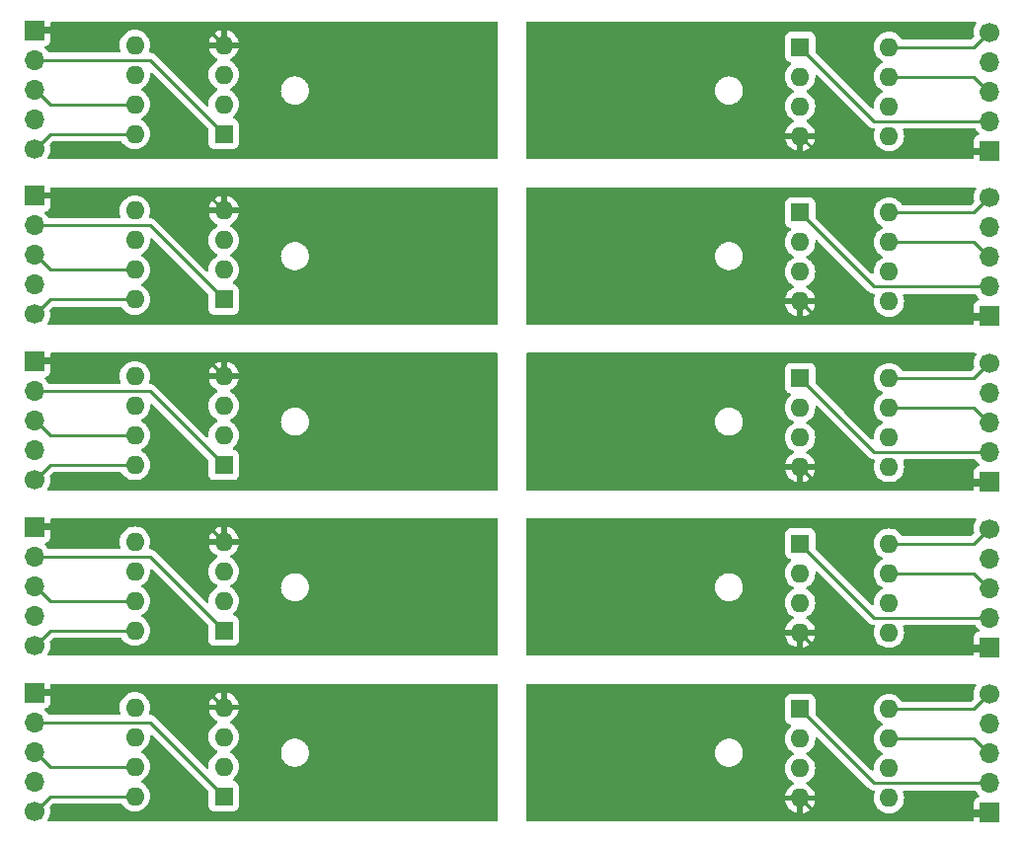
<source format=gbr>
%TF.GenerationSoftware,KiCad,Pcbnew,7.0.7*%
%TF.CreationDate,2023-09-18T18:06:58+02:00*%
%TF.ProjectId,attiny-usb_panel,61747469-6e79-42d7-9573-625f70616e65,rev?*%
%TF.SameCoordinates,Original*%
%TF.FileFunction,Copper,L2,Bot*%
%TF.FilePolarity,Positive*%
%FSLAX46Y46*%
G04 Gerber Fmt 4.6, Leading zero omitted, Abs format (unit mm)*
G04 Created by KiCad (PCBNEW 7.0.7) date 2023-09-18 18:06:58*
%MOMM*%
%LPD*%
G01*
G04 APERTURE LIST*
%TA.AperFunction,ComponentPad*%
%ADD10R,1.600000X1.600000*%
%TD*%
%TA.AperFunction,ComponentPad*%
%ADD11O,1.600000X1.600000*%
%TD*%
%TA.AperFunction,ComponentPad*%
%ADD12C,1.700000*%
%TD*%
%TA.AperFunction,ComponentPad*%
%ADD13O,1.700000X1.700000*%
%TD*%
%TA.AperFunction,ComponentPad*%
%ADD14R,1.700000X1.700000*%
%TD*%
%TA.AperFunction,ViaPad*%
%ADD15C,0.800000*%
%TD*%
%TA.AperFunction,Conductor*%
%ADD16C,0.250000*%
%TD*%
G04 APERTURE END LIST*
D10*
%TO.P,U1,1,~{RESET}/PB5*%
%TO.N,Net-(J1-Pin_4)*%
X74292000Y-53028000D03*
D11*
%TO.P,U1,2,XTAL1/PB3*%
%TO.N,Net-(U1-XTAL1{slash}PB3)*%
X74292000Y-50488000D03*
%TO.P,U1,3,XTAL2/PB4*%
%TO.N,Net-(U1-XTAL2{slash}PB4)*%
X74292000Y-47948000D03*
%TO.P,U1,4,GND*%
%TO.N,GND*%
X74292000Y-45408000D03*
%TO.P,U1,5,AREF/PB0*%
%TO.N,Net-(J1-Pin_2)*%
X66672000Y-45408000D03*
%TO.P,U1,6,PB1*%
%TO.N,Net-(U1-PB1)*%
X66672000Y-47948000D03*
%TO.P,U1,7,PB2*%
%TO.N,Net-(J1-Pin_3)*%
X66672000Y-50488000D03*
%TO.P,U1,8,VCC*%
%TO.N,+5V*%
X66672000Y-53028000D03*
%TD*%
D12*
%TO.P,J1,1,Pin_1*%
%TO.N,+5V*%
X139954000Y-44297000D03*
D13*
%TO.P,J1,2,Pin_2*%
%TO.N,Net-(J1-Pin_2)*%
X139954000Y-46837000D03*
%TO.P,J1,3,Pin_3*%
%TO.N,Net-(J1-Pin_3)*%
X139954000Y-49377000D03*
%TO.P,J1,4,Pin_4*%
%TO.N,Net-(J1-Pin_4)*%
X139954000Y-51917000D03*
D14*
%TO.P,J1,5,Pin_5*%
%TO.N,GND*%
X139954000Y-54457000D03*
%TD*%
D10*
%TO.P,U1,1,~{RESET}/PB5*%
%TO.N,Net-(J1-Pin_4)*%
X123708000Y-45572000D03*
D11*
%TO.P,U1,2,XTAL1/PB3*%
%TO.N,Net-(U1-XTAL1{slash}PB3)*%
X123708000Y-48112000D03*
%TO.P,U1,3,XTAL2/PB4*%
%TO.N,Net-(U1-XTAL2{slash}PB4)*%
X123708000Y-50652000D03*
%TO.P,U1,4,GND*%
%TO.N,GND*%
X123708000Y-53192000D03*
%TO.P,U1,5,AREF/PB0*%
%TO.N,Net-(J1-Pin_2)*%
X131328000Y-53192000D03*
%TO.P,U1,6,PB1*%
%TO.N,Net-(U1-PB1)*%
X131328000Y-50652000D03*
%TO.P,U1,7,PB2*%
%TO.N,Net-(J1-Pin_3)*%
X131328000Y-48112000D03*
%TO.P,U1,8,VCC*%
%TO.N,+5V*%
X131328000Y-45572000D03*
%TD*%
D12*
%TO.P,J1,1,Pin_1*%
%TO.N,+5V*%
X58046000Y-54303000D03*
D13*
%TO.P,J1,2,Pin_2*%
%TO.N,Net-(J1-Pin_2)*%
X58046000Y-51763000D03*
%TO.P,J1,3,Pin_3*%
%TO.N,Net-(J1-Pin_3)*%
X58046000Y-49223000D03*
%TO.P,J1,4,Pin_4*%
%TO.N,Net-(J1-Pin_4)*%
X58046000Y-46683000D03*
D14*
%TO.P,J1,5,Pin_5*%
%TO.N,GND*%
X58046000Y-44143000D03*
%TD*%
D10*
%TO.P,U1,1,~{RESET}/PB5*%
%TO.N,Net-(J1-Pin_4)*%
X74292000Y-67228000D03*
D11*
%TO.P,U1,2,XTAL1/PB3*%
%TO.N,Net-(U1-XTAL1{slash}PB3)*%
X74292000Y-64688000D03*
%TO.P,U1,3,XTAL2/PB4*%
%TO.N,Net-(U1-XTAL2{slash}PB4)*%
X74292000Y-62148000D03*
%TO.P,U1,4,GND*%
%TO.N,GND*%
X74292000Y-59608000D03*
%TO.P,U1,5,AREF/PB0*%
%TO.N,Net-(J1-Pin_2)*%
X66672000Y-59608000D03*
%TO.P,U1,6,PB1*%
%TO.N,Net-(U1-PB1)*%
X66672000Y-62148000D03*
%TO.P,U1,7,PB2*%
%TO.N,Net-(J1-Pin_3)*%
X66672000Y-64688000D03*
%TO.P,U1,8,VCC*%
%TO.N,+5V*%
X66672000Y-67228000D03*
%TD*%
D12*
%TO.P,J1,1,Pin_1*%
%TO.N,+5V*%
X139954000Y-58497000D03*
D13*
%TO.P,J1,2,Pin_2*%
%TO.N,Net-(J1-Pin_2)*%
X139954000Y-61037000D03*
%TO.P,J1,3,Pin_3*%
%TO.N,Net-(J1-Pin_3)*%
X139954000Y-63577000D03*
%TO.P,J1,4,Pin_4*%
%TO.N,Net-(J1-Pin_4)*%
X139954000Y-66117000D03*
D14*
%TO.P,J1,5,Pin_5*%
%TO.N,GND*%
X139954000Y-68657000D03*
%TD*%
D10*
%TO.P,U1,1,~{RESET}/PB5*%
%TO.N,Net-(J1-Pin_4)*%
X123708000Y-59772000D03*
D11*
%TO.P,U1,2,XTAL1/PB3*%
%TO.N,Net-(U1-XTAL1{slash}PB3)*%
X123708000Y-62312000D03*
%TO.P,U1,3,XTAL2/PB4*%
%TO.N,Net-(U1-XTAL2{slash}PB4)*%
X123708000Y-64852000D03*
%TO.P,U1,4,GND*%
%TO.N,GND*%
X123708000Y-67392000D03*
%TO.P,U1,5,AREF/PB0*%
%TO.N,Net-(J1-Pin_2)*%
X131328000Y-67392000D03*
%TO.P,U1,6,PB1*%
%TO.N,Net-(U1-PB1)*%
X131328000Y-64852000D03*
%TO.P,U1,7,PB2*%
%TO.N,Net-(J1-Pin_3)*%
X131328000Y-62312000D03*
%TO.P,U1,8,VCC*%
%TO.N,+5V*%
X131328000Y-59772000D03*
%TD*%
D12*
%TO.P,J1,1,Pin_1*%
%TO.N,+5V*%
X58046000Y-68503000D03*
D13*
%TO.P,J1,2,Pin_2*%
%TO.N,Net-(J1-Pin_2)*%
X58046000Y-65963000D03*
%TO.P,J1,3,Pin_3*%
%TO.N,Net-(J1-Pin_3)*%
X58046000Y-63423000D03*
%TO.P,J1,4,Pin_4*%
%TO.N,Net-(J1-Pin_4)*%
X58046000Y-60883000D03*
D14*
%TO.P,J1,5,Pin_5*%
%TO.N,GND*%
X58046000Y-58343000D03*
%TD*%
D10*
%TO.P,U1,1,~{RESET}/PB5*%
%TO.N,Net-(J1-Pin_4)*%
X74292000Y-81428000D03*
D11*
%TO.P,U1,2,XTAL1/PB3*%
%TO.N,Net-(U1-XTAL1{slash}PB3)*%
X74292000Y-78888000D03*
%TO.P,U1,3,XTAL2/PB4*%
%TO.N,Net-(U1-XTAL2{slash}PB4)*%
X74292000Y-76348000D03*
%TO.P,U1,4,GND*%
%TO.N,GND*%
X74292000Y-73808000D03*
%TO.P,U1,5,AREF/PB0*%
%TO.N,Net-(J1-Pin_2)*%
X66672000Y-73808000D03*
%TO.P,U1,6,PB1*%
%TO.N,Net-(U1-PB1)*%
X66672000Y-76348000D03*
%TO.P,U1,7,PB2*%
%TO.N,Net-(J1-Pin_3)*%
X66672000Y-78888000D03*
%TO.P,U1,8,VCC*%
%TO.N,+5V*%
X66672000Y-81428000D03*
%TD*%
D12*
%TO.P,J1,1,Pin_1*%
%TO.N,+5V*%
X139954000Y-72697000D03*
D13*
%TO.P,J1,2,Pin_2*%
%TO.N,Net-(J1-Pin_2)*%
X139954000Y-75237000D03*
%TO.P,J1,3,Pin_3*%
%TO.N,Net-(J1-Pin_3)*%
X139954000Y-77777000D03*
%TO.P,J1,4,Pin_4*%
%TO.N,Net-(J1-Pin_4)*%
X139954000Y-80317000D03*
D14*
%TO.P,J1,5,Pin_5*%
%TO.N,GND*%
X139954000Y-82857000D03*
%TD*%
D10*
%TO.P,U1,1,~{RESET}/PB5*%
%TO.N,Net-(J1-Pin_4)*%
X123708000Y-73972000D03*
D11*
%TO.P,U1,2,XTAL1/PB3*%
%TO.N,Net-(U1-XTAL1{slash}PB3)*%
X123708000Y-76512000D03*
%TO.P,U1,3,XTAL2/PB4*%
%TO.N,Net-(U1-XTAL2{slash}PB4)*%
X123708000Y-79052000D03*
%TO.P,U1,4,GND*%
%TO.N,GND*%
X123708000Y-81592000D03*
%TO.P,U1,5,AREF/PB0*%
%TO.N,Net-(J1-Pin_2)*%
X131328000Y-81592000D03*
%TO.P,U1,6,PB1*%
%TO.N,Net-(U1-PB1)*%
X131328000Y-79052000D03*
%TO.P,U1,7,PB2*%
%TO.N,Net-(J1-Pin_3)*%
X131328000Y-76512000D03*
%TO.P,U1,8,VCC*%
%TO.N,+5V*%
X131328000Y-73972000D03*
%TD*%
D12*
%TO.P,J1,1,Pin_1*%
%TO.N,+5V*%
X58046000Y-82703000D03*
D13*
%TO.P,J1,2,Pin_2*%
%TO.N,Net-(J1-Pin_2)*%
X58046000Y-80163000D03*
%TO.P,J1,3,Pin_3*%
%TO.N,Net-(J1-Pin_3)*%
X58046000Y-77623000D03*
%TO.P,J1,4,Pin_4*%
%TO.N,Net-(J1-Pin_4)*%
X58046000Y-75083000D03*
D14*
%TO.P,J1,5,Pin_5*%
%TO.N,GND*%
X58046000Y-72543000D03*
%TD*%
D10*
%TO.P,U1,1,~{RESET}/PB5*%
%TO.N,Net-(J1-Pin_4)*%
X74292000Y-95628000D03*
D11*
%TO.P,U1,2,XTAL1/PB3*%
%TO.N,Net-(U1-XTAL1{slash}PB3)*%
X74292000Y-93088000D03*
%TO.P,U1,3,XTAL2/PB4*%
%TO.N,Net-(U1-XTAL2{slash}PB4)*%
X74292000Y-90548000D03*
%TO.P,U1,4,GND*%
%TO.N,GND*%
X74292000Y-88008000D03*
%TO.P,U1,5,AREF/PB0*%
%TO.N,Net-(J1-Pin_2)*%
X66672000Y-88008000D03*
%TO.P,U1,6,PB1*%
%TO.N,Net-(U1-PB1)*%
X66672000Y-90548000D03*
%TO.P,U1,7,PB2*%
%TO.N,Net-(J1-Pin_3)*%
X66672000Y-93088000D03*
%TO.P,U1,8,VCC*%
%TO.N,+5V*%
X66672000Y-95628000D03*
%TD*%
D12*
%TO.P,J1,1,Pin_1*%
%TO.N,+5V*%
X139954000Y-86897000D03*
D13*
%TO.P,J1,2,Pin_2*%
%TO.N,Net-(J1-Pin_2)*%
X139954000Y-89437000D03*
%TO.P,J1,3,Pin_3*%
%TO.N,Net-(J1-Pin_3)*%
X139954000Y-91977000D03*
%TO.P,J1,4,Pin_4*%
%TO.N,Net-(J1-Pin_4)*%
X139954000Y-94517000D03*
D14*
%TO.P,J1,5,Pin_5*%
%TO.N,GND*%
X139954000Y-97057000D03*
%TD*%
D10*
%TO.P,U1,1,~{RESET}/PB5*%
%TO.N,Net-(J1-Pin_4)*%
X123708000Y-88172000D03*
D11*
%TO.P,U1,2,XTAL1/PB3*%
%TO.N,Net-(U1-XTAL1{slash}PB3)*%
X123708000Y-90712000D03*
%TO.P,U1,3,XTAL2/PB4*%
%TO.N,Net-(U1-XTAL2{slash}PB4)*%
X123708000Y-93252000D03*
%TO.P,U1,4,GND*%
%TO.N,GND*%
X123708000Y-95792000D03*
%TO.P,U1,5,AREF/PB0*%
%TO.N,Net-(J1-Pin_2)*%
X131328000Y-95792000D03*
%TO.P,U1,6,PB1*%
%TO.N,Net-(U1-PB1)*%
X131328000Y-93252000D03*
%TO.P,U1,7,PB2*%
%TO.N,Net-(J1-Pin_3)*%
X131328000Y-90712000D03*
%TO.P,U1,8,VCC*%
%TO.N,+5V*%
X131328000Y-88172000D03*
%TD*%
D12*
%TO.P,J1,1,Pin_1*%
%TO.N,+5V*%
X58046000Y-96903000D03*
D13*
%TO.P,J1,2,Pin_2*%
%TO.N,Net-(J1-Pin_2)*%
X58046000Y-94363000D03*
%TO.P,J1,3,Pin_3*%
%TO.N,Net-(J1-Pin_3)*%
X58046000Y-91823000D03*
%TO.P,J1,4,Pin_4*%
%TO.N,Net-(J1-Pin_4)*%
X58046000Y-89283000D03*
D14*
%TO.P,J1,5,Pin_5*%
%TO.N,GND*%
X58046000Y-86743000D03*
%TD*%
D12*
%TO.P,J1,1,Pin_1*%
%TO.N,+5V*%
X58046000Y-111103000D03*
D13*
%TO.P,J1,2,Pin_2*%
%TO.N,Net-(J1-Pin_2)*%
X58046000Y-108563000D03*
%TO.P,J1,3,Pin_3*%
%TO.N,Net-(J1-Pin_3)*%
X58046000Y-106023000D03*
%TO.P,J1,4,Pin_4*%
%TO.N,Net-(J1-Pin_4)*%
X58046000Y-103483000D03*
D14*
%TO.P,J1,5,Pin_5*%
%TO.N,GND*%
X58046000Y-100943000D03*
%TD*%
D10*
%TO.P,U1,1,~{RESET}/PB5*%
%TO.N,Net-(J1-Pin_4)*%
X74292000Y-109828000D03*
D11*
%TO.P,U1,2,XTAL1/PB3*%
%TO.N,Net-(U1-XTAL1{slash}PB3)*%
X74292000Y-107288000D03*
%TO.P,U1,3,XTAL2/PB4*%
%TO.N,Net-(U1-XTAL2{slash}PB4)*%
X74292000Y-104748000D03*
%TO.P,U1,4,GND*%
%TO.N,GND*%
X74292000Y-102208000D03*
%TO.P,U1,5,AREF/PB0*%
%TO.N,Net-(J1-Pin_2)*%
X66672000Y-102208000D03*
%TO.P,U1,6,PB1*%
%TO.N,Net-(U1-PB1)*%
X66672000Y-104748000D03*
%TO.P,U1,7,PB2*%
%TO.N,Net-(J1-Pin_3)*%
X66672000Y-107288000D03*
%TO.P,U1,8,VCC*%
%TO.N,+5V*%
X66672000Y-109828000D03*
%TD*%
D10*
%TO.P,U1,1,~{RESET}/PB5*%
%TO.N,Net-(J1-Pin_4)*%
X123708000Y-102372000D03*
D11*
%TO.P,U1,2,XTAL1/PB3*%
%TO.N,Net-(U1-XTAL1{slash}PB3)*%
X123708000Y-104912000D03*
%TO.P,U1,3,XTAL2/PB4*%
%TO.N,Net-(U1-XTAL2{slash}PB4)*%
X123708000Y-107452000D03*
%TO.P,U1,4,GND*%
%TO.N,GND*%
X123708000Y-109992000D03*
%TO.P,U1,5,AREF/PB0*%
%TO.N,Net-(J1-Pin_2)*%
X131328000Y-109992000D03*
%TO.P,U1,6,PB1*%
%TO.N,Net-(U1-PB1)*%
X131328000Y-107452000D03*
%TO.P,U1,7,PB2*%
%TO.N,Net-(J1-Pin_3)*%
X131328000Y-104912000D03*
%TO.P,U1,8,VCC*%
%TO.N,+5V*%
X131328000Y-102372000D03*
%TD*%
D12*
%TO.P,J1,1,Pin_1*%
%TO.N,+5V*%
X139954000Y-101097000D03*
D13*
%TO.P,J1,2,Pin_2*%
%TO.N,Net-(J1-Pin_2)*%
X139954000Y-103637000D03*
%TO.P,J1,3,Pin_3*%
%TO.N,Net-(J1-Pin_3)*%
X139954000Y-106177000D03*
%TO.P,J1,4,Pin_4*%
%TO.N,Net-(J1-Pin_4)*%
X139954000Y-108717000D03*
D14*
%TO.P,J1,5,Pin_5*%
%TO.N,GND*%
X139954000Y-111257000D03*
%TD*%
D15*
%TO.N,GND*%
X60600000Y-54200000D03*
X78200000Y-52400000D03*
X119800000Y-46200000D03*
X137400000Y-44400000D03*
X60600000Y-68400000D03*
X78200000Y-66600000D03*
X119800000Y-60400000D03*
X137400000Y-58600000D03*
X60600000Y-82600000D03*
X78200000Y-80800000D03*
X119800000Y-74600000D03*
X137400000Y-72800000D03*
X60600000Y-96800000D03*
X78200000Y-95000000D03*
X119800000Y-88800000D03*
X137400000Y-87000000D03*
X78200000Y-109200000D03*
X60600000Y-111000000D03*
X119800000Y-103000000D03*
X137400000Y-101200000D03*
%TD*%
D16*
%TO.N,GND*%
X74292000Y-45408000D02*
X72778000Y-43894000D01*
%TO.N,Net-(J1-Pin_3)*%
X59390000Y-50488000D02*
X58125000Y-49223000D01*
%TO.N,GND*%
X58125000Y-44064000D02*
X58125000Y-44143000D01*
%TO.N,Net-(J1-Pin_4)*%
X67947000Y-46683000D02*
X58125000Y-46683000D01*
%TO.N,GND*%
X72778000Y-43894000D02*
X58295000Y-43894000D01*
%TO.N,+5V*%
X59400000Y-53028000D02*
X58125000Y-54303000D01*
X66672000Y-53028000D02*
X59400000Y-53028000D01*
%TO.N,Net-(J1-Pin_3)*%
X66672000Y-50488000D02*
X59390000Y-50488000D01*
%TO.N,GND*%
X139705000Y-54706000D02*
X139875000Y-54536000D01*
X139875000Y-54536000D02*
X139875000Y-54457000D01*
X125222000Y-54706000D02*
X139705000Y-54706000D01*
X123708000Y-53192000D02*
X125222000Y-54706000D01*
%TO.N,+5V*%
X138600000Y-45572000D02*
X139875000Y-44297000D01*
X131328000Y-45572000D02*
X138600000Y-45572000D01*
%TO.N,GND*%
X58295000Y-43894000D02*
X58125000Y-44064000D01*
%TO.N,Net-(J1-Pin_4)*%
X123708000Y-45572000D02*
X130053000Y-51917000D01*
X130053000Y-51917000D02*
X139875000Y-51917000D01*
%TO.N,Net-(J1-Pin_3)*%
X138610000Y-48112000D02*
X139875000Y-49377000D01*
X131328000Y-48112000D02*
X138610000Y-48112000D01*
%TO.N,Net-(J1-Pin_4)*%
X74292000Y-53028000D02*
X67947000Y-46683000D01*
%TO.N,GND*%
X74292000Y-59608000D02*
X72778000Y-58094000D01*
%TO.N,Net-(J1-Pin_3)*%
X59390000Y-64688000D02*
X58125000Y-63423000D01*
%TO.N,GND*%
X58125000Y-58264000D02*
X58125000Y-58343000D01*
%TO.N,Net-(J1-Pin_4)*%
X67947000Y-60883000D02*
X58125000Y-60883000D01*
%TO.N,GND*%
X72778000Y-58094000D02*
X58295000Y-58094000D01*
%TO.N,+5V*%
X59400000Y-67228000D02*
X58125000Y-68503000D01*
X66672000Y-67228000D02*
X59400000Y-67228000D01*
%TO.N,Net-(J1-Pin_3)*%
X66672000Y-64688000D02*
X59390000Y-64688000D01*
%TO.N,GND*%
X139705000Y-68906000D02*
X139875000Y-68736000D01*
X139875000Y-68736000D02*
X139875000Y-68657000D01*
X125222000Y-68906000D02*
X139705000Y-68906000D01*
X123708000Y-67392000D02*
X125222000Y-68906000D01*
%TO.N,+5V*%
X138600000Y-59772000D02*
X139875000Y-58497000D01*
X131328000Y-59772000D02*
X138600000Y-59772000D01*
%TO.N,GND*%
X58295000Y-58094000D02*
X58125000Y-58264000D01*
%TO.N,Net-(J1-Pin_4)*%
X123708000Y-59772000D02*
X130053000Y-66117000D01*
X130053000Y-66117000D02*
X139875000Y-66117000D01*
%TO.N,Net-(J1-Pin_3)*%
X138610000Y-62312000D02*
X139875000Y-63577000D01*
X131328000Y-62312000D02*
X138610000Y-62312000D01*
%TO.N,Net-(J1-Pin_4)*%
X74292000Y-67228000D02*
X67947000Y-60883000D01*
%TO.N,GND*%
X74292000Y-73808000D02*
X72778000Y-72294000D01*
%TO.N,Net-(J1-Pin_3)*%
X59390000Y-78888000D02*
X58125000Y-77623000D01*
%TO.N,GND*%
X58125000Y-72464000D02*
X58125000Y-72543000D01*
%TO.N,Net-(J1-Pin_4)*%
X67947000Y-75083000D02*
X58125000Y-75083000D01*
%TO.N,GND*%
X72778000Y-72294000D02*
X58295000Y-72294000D01*
%TO.N,+5V*%
X59400000Y-81428000D02*
X58125000Y-82703000D01*
X66672000Y-81428000D02*
X59400000Y-81428000D01*
%TO.N,Net-(J1-Pin_3)*%
X66672000Y-78888000D02*
X59390000Y-78888000D01*
%TO.N,GND*%
X139705000Y-83106000D02*
X139875000Y-82936000D01*
X139875000Y-82936000D02*
X139875000Y-82857000D01*
X125222000Y-83106000D02*
X139705000Y-83106000D01*
X123708000Y-81592000D02*
X125222000Y-83106000D01*
%TO.N,+5V*%
X138600000Y-73972000D02*
X139875000Y-72697000D01*
X131328000Y-73972000D02*
X138600000Y-73972000D01*
%TO.N,GND*%
X58295000Y-72294000D02*
X58125000Y-72464000D01*
%TO.N,Net-(J1-Pin_4)*%
X123708000Y-73972000D02*
X130053000Y-80317000D01*
X130053000Y-80317000D02*
X139875000Y-80317000D01*
%TO.N,Net-(J1-Pin_3)*%
X138610000Y-76512000D02*
X139875000Y-77777000D01*
X131328000Y-76512000D02*
X138610000Y-76512000D01*
%TO.N,Net-(J1-Pin_4)*%
X74292000Y-81428000D02*
X67947000Y-75083000D01*
%TO.N,GND*%
X74292000Y-88008000D02*
X72778000Y-86494000D01*
%TO.N,Net-(J1-Pin_3)*%
X59390000Y-93088000D02*
X58125000Y-91823000D01*
%TO.N,GND*%
X58125000Y-86664000D02*
X58125000Y-86743000D01*
%TO.N,Net-(J1-Pin_4)*%
X67947000Y-89283000D02*
X58125000Y-89283000D01*
%TO.N,GND*%
X72778000Y-86494000D02*
X58295000Y-86494000D01*
%TO.N,+5V*%
X59400000Y-95628000D02*
X58125000Y-96903000D01*
X66672000Y-95628000D02*
X59400000Y-95628000D01*
%TO.N,Net-(J1-Pin_3)*%
X66672000Y-93088000D02*
X59390000Y-93088000D01*
%TO.N,GND*%
X139705000Y-97306000D02*
X139875000Y-97136000D01*
X139875000Y-97136000D02*
X139875000Y-97057000D01*
X125222000Y-97306000D02*
X139705000Y-97306000D01*
X123708000Y-95792000D02*
X125222000Y-97306000D01*
%TO.N,+5V*%
X138600000Y-88172000D02*
X139875000Y-86897000D01*
X131328000Y-88172000D02*
X138600000Y-88172000D01*
%TO.N,GND*%
X58295000Y-86494000D02*
X58125000Y-86664000D01*
%TO.N,Net-(J1-Pin_4)*%
X123708000Y-88172000D02*
X130053000Y-94517000D01*
X130053000Y-94517000D02*
X139875000Y-94517000D01*
%TO.N,Net-(J1-Pin_3)*%
X138610000Y-90712000D02*
X139875000Y-91977000D01*
X131328000Y-90712000D02*
X138610000Y-90712000D01*
%TO.N,Net-(J1-Pin_4)*%
X74292000Y-95628000D02*
X67947000Y-89283000D01*
%TO.N,GND*%
X58295000Y-100694000D02*
X58125000Y-100864000D01*
X58125000Y-100864000D02*
X58125000Y-100943000D01*
X72778000Y-100694000D02*
X58295000Y-100694000D01*
X74292000Y-102208000D02*
X72778000Y-100694000D01*
%TO.N,+5V*%
X59400000Y-109828000D02*
X58125000Y-111103000D01*
X66672000Y-109828000D02*
X59400000Y-109828000D01*
%TO.N,Net-(J1-Pin_4)*%
X74292000Y-109828000D02*
X67947000Y-103483000D01*
X67947000Y-103483000D02*
X58125000Y-103483000D01*
%TO.N,Net-(J1-Pin_3)*%
X59390000Y-107288000D02*
X58125000Y-106023000D01*
X66672000Y-107288000D02*
X59390000Y-107288000D01*
%TO.N,+5V*%
X131328000Y-102372000D02*
X138600000Y-102372000D01*
X138600000Y-102372000D02*
X139875000Y-101097000D01*
%TO.N,GND*%
X123708000Y-109992000D02*
X125222000Y-111506000D01*
X125222000Y-111506000D02*
X139705000Y-111506000D01*
X139875000Y-111336000D02*
X139875000Y-111257000D01*
X139705000Y-111506000D02*
X139875000Y-111336000D01*
%TO.N,Net-(J1-Pin_4)*%
X130053000Y-108717000D02*
X139875000Y-108717000D01*
X123708000Y-102372000D02*
X130053000Y-108717000D01*
%TO.N,Net-(J1-Pin_3)*%
X131328000Y-104912000D02*
X138610000Y-104912000D01*
X138610000Y-104912000D02*
X139875000Y-106177000D01*
%TD*%
%TA.AperFunction,Conductor*%
%TO.N,GND*%
G36*
X138762267Y-100219685D02*
G01*
X138808022Y-100272489D01*
X138817966Y-100341647D01*
X138796803Y-100395123D01*
X138779965Y-100419169D01*
X138779964Y-100419171D01*
X138680098Y-100633335D01*
X138680094Y-100633344D01*
X138618938Y-100861586D01*
X138618936Y-100861596D01*
X138598341Y-101096999D01*
X138598341Y-101097000D01*
X138618936Y-101332403D01*
X138618939Y-101332416D01*
X138629161Y-101370567D01*
X138627498Y-101440417D01*
X138597067Y-101490340D01*
X138377226Y-101710182D01*
X138315906Y-101743666D01*
X138289547Y-101746500D01*
X132542188Y-101746500D01*
X132475149Y-101726815D01*
X132440613Y-101693623D01*
X132328045Y-101532858D01*
X132167141Y-101371954D01*
X131980734Y-101241432D01*
X131980732Y-101241431D01*
X131774497Y-101145261D01*
X131774488Y-101145258D01*
X131554697Y-101086366D01*
X131554693Y-101086365D01*
X131554692Y-101086365D01*
X131554691Y-101086364D01*
X131554686Y-101086364D01*
X131328002Y-101066532D01*
X131327998Y-101066532D01*
X131101313Y-101086364D01*
X131101302Y-101086366D01*
X130881511Y-101145258D01*
X130881502Y-101145261D01*
X130675267Y-101241431D01*
X130675265Y-101241432D01*
X130488858Y-101371954D01*
X130327954Y-101532858D01*
X130197432Y-101719265D01*
X130197431Y-101719267D01*
X130101261Y-101925502D01*
X130101258Y-101925511D01*
X130042366Y-102145302D01*
X130042364Y-102145313D01*
X130022532Y-102371998D01*
X130022532Y-102372001D01*
X130042364Y-102598686D01*
X130042366Y-102598697D01*
X130101258Y-102818488D01*
X130101261Y-102818497D01*
X130197431Y-103024732D01*
X130197432Y-103024734D01*
X130327954Y-103211141D01*
X130488858Y-103372045D01*
X130488861Y-103372047D01*
X130675266Y-103502568D01*
X130733275Y-103529618D01*
X130785714Y-103575791D01*
X130804866Y-103642984D01*
X130784650Y-103709865D01*
X130733275Y-103754382D01*
X130675267Y-103781431D01*
X130675265Y-103781432D01*
X130488858Y-103911954D01*
X130327954Y-104072858D01*
X130197432Y-104259265D01*
X130197431Y-104259267D01*
X130101261Y-104465502D01*
X130101258Y-104465511D01*
X130042366Y-104685302D01*
X130042364Y-104685313D01*
X130022532Y-104911998D01*
X130022532Y-104912001D01*
X130042364Y-105138686D01*
X130042366Y-105138697D01*
X130101258Y-105358488D01*
X130101261Y-105358497D01*
X130197431Y-105564732D01*
X130197432Y-105564734D01*
X130327954Y-105751141D01*
X130488858Y-105912045D01*
X130488861Y-105912047D01*
X130675266Y-106042568D01*
X130733275Y-106069618D01*
X130785714Y-106115791D01*
X130804866Y-106182984D01*
X130784650Y-106249865D01*
X130733275Y-106294382D01*
X130675267Y-106321431D01*
X130675265Y-106321432D01*
X130488858Y-106451954D01*
X130327954Y-106612858D01*
X130197432Y-106799265D01*
X130197431Y-106799267D01*
X130101261Y-107005502D01*
X130101258Y-107005511D01*
X130042366Y-107225302D01*
X130042364Y-107225313D01*
X130022532Y-107451998D01*
X130022532Y-107452003D01*
X130026390Y-107496104D01*
X130012623Y-107564603D01*
X129964007Y-107614786D01*
X129895979Y-107630719D01*
X129830135Y-107607343D01*
X129815181Y-107594591D01*
X127526189Y-105305599D01*
X125044818Y-102824227D01*
X125011333Y-102762904D01*
X125008499Y-102736546D01*
X125008499Y-101524129D01*
X125008498Y-101524123D01*
X125008497Y-101524116D01*
X125002091Y-101464517D01*
X124993102Y-101440417D01*
X124951797Y-101329671D01*
X124951793Y-101329664D01*
X124865547Y-101214455D01*
X124865544Y-101214452D01*
X124750335Y-101128206D01*
X124750328Y-101128202D01*
X124615482Y-101077908D01*
X124615483Y-101077908D01*
X124555883Y-101071501D01*
X124555881Y-101071500D01*
X124555873Y-101071500D01*
X124555864Y-101071500D01*
X122860129Y-101071500D01*
X122860123Y-101071501D01*
X122800516Y-101077908D01*
X122665671Y-101128202D01*
X122665664Y-101128206D01*
X122550455Y-101214452D01*
X122550452Y-101214455D01*
X122464206Y-101329664D01*
X122464202Y-101329671D01*
X122413908Y-101464517D01*
X122407501Y-101524116D01*
X122407501Y-101524123D01*
X122407500Y-101524135D01*
X122407500Y-103219870D01*
X122407501Y-103219876D01*
X122413908Y-103279483D01*
X122464202Y-103414328D01*
X122464206Y-103414335D01*
X122550452Y-103529544D01*
X122550455Y-103529547D01*
X122665664Y-103615793D01*
X122665671Y-103615797D01*
X122710618Y-103632560D01*
X122800517Y-103666091D01*
X122835596Y-103669862D01*
X122900144Y-103696599D01*
X122939993Y-103753991D01*
X122942488Y-103823816D01*
X122906836Y-103883905D01*
X122893464Y-103894725D01*
X122868858Y-103911954D01*
X122707954Y-104072858D01*
X122577432Y-104259265D01*
X122577431Y-104259267D01*
X122481261Y-104465502D01*
X122481258Y-104465511D01*
X122422366Y-104685302D01*
X122422364Y-104685313D01*
X122402532Y-104911998D01*
X122402532Y-104912001D01*
X122422364Y-105138686D01*
X122422366Y-105138697D01*
X122481258Y-105358488D01*
X122481261Y-105358497D01*
X122577431Y-105564732D01*
X122577432Y-105564734D01*
X122707954Y-105751141D01*
X122868858Y-105912045D01*
X122868861Y-105912047D01*
X123055266Y-106042568D01*
X123113275Y-106069618D01*
X123165714Y-106115791D01*
X123184866Y-106182984D01*
X123164650Y-106249865D01*
X123113275Y-106294382D01*
X123055267Y-106321431D01*
X123055265Y-106321432D01*
X122868858Y-106451954D01*
X122707954Y-106612858D01*
X122577432Y-106799265D01*
X122577431Y-106799267D01*
X122481261Y-107005502D01*
X122481258Y-107005511D01*
X122422366Y-107225302D01*
X122422364Y-107225313D01*
X122402532Y-107451998D01*
X122402532Y-107452001D01*
X122422364Y-107678686D01*
X122422366Y-107678697D01*
X122481258Y-107898488D01*
X122481261Y-107898497D01*
X122577431Y-108104732D01*
X122577432Y-108104734D01*
X122707954Y-108291141D01*
X122868858Y-108452045D01*
X122868861Y-108452047D01*
X123055266Y-108582568D01*
X123113865Y-108609893D01*
X123166305Y-108656065D01*
X123185457Y-108723258D01*
X123165242Y-108790139D01*
X123113867Y-108834657D01*
X123055515Y-108861867D01*
X122869179Y-108992342D01*
X122708342Y-109153179D01*
X122577865Y-109339517D01*
X122481734Y-109545673D01*
X122481730Y-109545682D01*
X122429127Y-109741999D01*
X122429128Y-109742000D01*
X123197424Y-109742000D01*
X123264463Y-109761685D01*
X123310218Y-109814489D01*
X123320162Y-109883647D01*
X123319897Y-109885397D01*
X123303014Y-109991996D01*
X123303014Y-109992003D01*
X123319897Y-110098603D01*
X123310942Y-110167896D01*
X123265946Y-110221348D01*
X123199194Y-110241987D01*
X123197424Y-110242000D01*
X122429128Y-110242000D01*
X122481730Y-110438317D01*
X122481734Y-110438326D01*
X122577865Y-110644482D01*
X122708342Y-110830820D01*
X122869179Y-110991657D01*
X123055517Y-111122134D01*
X123261673Y-111218265D01*
X123261682Y-111218269D01*
X123457999Y-111270872D01*
X123458000Y-111270871D01*
X123458000Y-110502575D01*
X123477685Y-110435536D01*
X123530489Y-110389781D01*
X123599647Y-110379837D01*
X123601331Y-110380091D01*
X123633699Y-110385218D01*
X123676515Y-110392000D01*
X123676519Y-110392000D01*
X123739485Y-110392000D01*
X123782300Y-110385218D01*
X123814602Y-110380102D01*
X123883894Y-110389056D01*
X123937347Y-110434052D01*
X123957987Y-110500803D01*
X123958000Y-110502575D01*
X123958000Y-111270872D01*
X124154317Y-111218269D01*
X124154326Y-111218265D01*
X124360482Y-111122134D01*
X124546820Y-110991657D01*
X124707657Y-110830820D01*
X124838134Y-110644482D01*
X124934265Y-110438326D01*
X124934269Y-110438317D01*
X124986872Y-110242000D01*
X124218576Y-110242000D01*
X124151537Y-110222315D01*
X124105782Y-110169511D01*
X124095838Y-110100353D01*
X124096103Y-110098603D01*
X124112986Y-109992003D01*
X124112986Y-109991996D01*
X124096103Y-109885397D01*
X124105058Y-109816104D01*
X124150054Y-109762652D01*
X124216806Y-109742013D01*
X124218576Y-109742000D01*
X124986872Y-109742000D01*
X124986872Y-109741999D01*
X124934269Y-109545682D01*
X124934265Y-109545673D01*
X124838134Y-109339517D01*
X124707657Y-109153179D01*
X124546820Y-108992342D01*
X124360482Y-108861865D01*
X124302133Y-108834657D01*
X124249694Y-108788484D01*
X124230542Y-108721291D01*
X124250758Y-108654410D01*
X124302129Y-108609895D01*
X124360734Y-108582568D01*
X124547139Y-108452047D01*
X124708047Y-108291139D01*
X124838568Y-108104734D01*
X124934739Y-107898496D01*
X124993635Y-107678692D01*
X125013468Y-107452000D01*
X124993635Y-107225308D01*
X124935201Y-107007229D01*
X124934741Y-107005511D01*
X124934738Y-107005502D01*
X124923677Y-106981782D01*
X124838568Y-106799266D01*
X124727508Y-106640655D01*
X124708045Y-106612858D01*
X124547141Y-106451954D01*
X124360734Y-106321432D01*
X124360728Y-106321429D01*
X124302725Y-106294382D01*
X124250285Y-106248210D01*
X124231133Y-106181017D01*
X124251348Y-106114135D01*
X124302725Y-106069618D01*
X124360734Y-106042568D01*
X124547139Y-105912047D01*
X124708047Y-105751139D01*
X124838568Y-105564734D01*
X124934739Y-105358496D01*
X124993635Y-105138692D01*
X125013226Y-104914762D01*
X125013468Y-104912001D01*
X125013468Y-104912000D01*
X125013468Y-104911998D01*
X125009609Y-104867896D01*
X125023375Y-104799398D01*
X125071990Y-104749214D01*
X125140018Y-104733280D01*
X125205862Y-104756655D01*
X125220817Y-104769407D01*
X127418536Y-106967127D01*
X129552197Y-109100788D01*
X129562022Y-109113051D01*
X129562243Y-109112869D01*
X129567214Y-109118878D01*
X129593217Y-109143295D01*
X129617635Y-109166226D01*
X129638529Y-109187120D01*
X129644011Y-109191373D01*
X129648443Y-109195157D01*
X129682418Y-109227062D01*
X129699976Y-109236714D01*
X129716233Y-109247393D01*
X129732064Y-109259673D01*
X129751737Y-109268186D01*
X129774833Y-109278182D01*
X129780077Y-109280750D01*
X129820908Y-109303197D01*
X129833523Y-109306435D01*
X129840305Y-109308177D01*
X129858719Y-109314481D01*
X129877104Y-109322438D01*
X129923157Y-109329732D01*
X129928826Y-109330906D01*
X129973981Y-109342500D01*
X129994016Y-109342500D01*
X130013400Y-109344024D01*
X130020171Y-109345097D01*
X130083306Y-109375020D01*
X130120243Y-109434328D01*
X130119251Y-109504190D01*
X130113166Y-109519972D01*
X130101262Y-109545501D01*
X130101258Y-109545511D01*
X130042366Y-109765302D01*
X130042364Y-109765313D01*
X130022532Y-109991998D01*
X130022532Y-109992001D01*
X130042364Y-110218686D01*
X130042366Y-110218697D01*
X130101258Y-110438488D01*
X130101261Y-110438497D01*
X130197431Y-110644732D01*
X130197432Y-110644734D01*
X130327954Y-110831141D01*
X130488858Y-110992045D01*
X130488861Y-110992047D01*
X130675266Y-111122568D01*
X130881504Y-111218739D01*
X131101308Y-111277635D01*
X131263230Y-111291801D01*
X131327998Y-111297468D01*
X131328000Y-111297468D01*
X131328002Y-111297468D01*
X131384673Y-111292509D01*
X131554692Y-111277635D01*
X131774496Y-111218739D01*
X131980734Y-111122568D01*
X132167139Y-110992047D01*
X132328047Y-110831139D01*
X132458568Y-110644734D01*
X132554739Y-110438496D01*
X132613635Y-110218692D01*
X132633468Y-109992000D01*
X132613635Y-109765308D01*
X132554739Y-109545504D01*
X132542335Y-109518905D01*
X132531843Y-109449829D01*
X132560362Y-109386045D01*
X132618838Y-109347804D01*
X132654717Y-109342500D01*
X138678773Y-109342500D01*
X138745812Y-109362185D01*
X138780348Y-109395377D01*
X138915501Y-109588396D01*
X138915506Y-109588402D01*
X139037818Y-109710714D01*
X139071303Y-109772037D01*
X139066319Y-109841729D01*
X139024447Y-109897662D01*
X138993471Y-109914577D01*
X138861912Y-109963646D01*
X138861906Y-109963649D01*
X138746812Y-110049809D01*
X138746809Y-110049812D01*
X138660649Y-110164906D01*
X138660645Y-110164913D01*
X138610403Y-110299620D01*
X138610401Y-110299627D01*
X138604000Y-110359155D01*
X138604000Y-111007000D01*
X139340653Y-111007000D01*
X139407692Y-111026685D01*
X139453447Y-111079489D01*
X139463391Y-111148647D01*
X139459631Y-111165933D01*
X139454000Y-111185111D01*
X139454000Y-111328888D01*
X139459631Y-111348067D01*
X139459630Y-111417936D01*
X139421855Y-111476714D01*
X139358299Y-111505738D01*
X139340653Y-111507000D01*
X138604000Y-111507000D01*
X138604000Y-111876000D01*
X138584315Y-111943039D01*
X138531511Y-111988794D01*
X138480000Y-112000000D01*
X100324000Y-112000000D01*
X100256961Y-111980315D01*
X100211206Y-111927511D01*
X100200000Y-111876000D01*
X100200000Y-106100002D01*
X116396357Y-106100002D01*
X116403875Y-106181141D01*
X116401373Y-106193927D01*
X116402447Y-106199671D01*
X116404559Y-106222457D01*
X116404559Y-106223902D01*
X116409365Y-106240395D01*
X116416884Y-106321532D01*
X116416885Y-106321534D01*
X116416885Y-106321536D01*
X116439183Y-106399906D01*
X116439185Y-106399911D01*
X116439075Y-106412936D01*
X116441186Y-106418385D01*
X116447447Y-106440389D01*
X116447715Y-106441825D01*
X116455471Y-106457154D01*
X116477768Y-106535523D01*
X116477771Y-106535529D01*
X116514095Y-106608476D01*
X116516382Y-106621307D01*
X116519458Y-106626275D01*
X116529657Y-106646756D01*
X116530176Y-106648098D01*
X116540618Y-106661743D01*
X116576938Y-106734683D01*
X116576943Y-106734691D01*
X116626048Y-106799716D01*
X116630652Y-106811903D01*
X116634594Y-106816228D01*
X116648380Y-106834483D01*
X116649142Y-106835714D01*
X116661911Y-106847207D01*
X116667668Y-106854830D01*
X116711019Y-106912236D01*
X116771235Y-106967130D01*
X116778000Y-106978263D01*
X116782659Y-106981782D01*
X116799569Y-106997198D01*
X116800546Y-106998270D01*
X116815215Y-107007223D01*
X116875438Y-107062124D01*
X116944720Y-107105021D01*
X116953416Y-107114722D01*
X116958642Y-107117325D01*
X116978096Y-107129370D01*
X116979256Y-107130246D01*
X116995319Y-107136350D01*
X117036355Y-107161759D01*
X117064595Y-107179245D01*
X117064597Y-107179245D01*
X117064599Y-107179247D01*
X117140579Y-107208682D01*
X117150915Y-107216624D01*
X117156541Y-107218225D01*
X117177879Y-107226491D01*
X117179163Y-107227130D01*
X117196069Y-107230178D01*
X117272060Y-107259618D01*
X117352151Y-107274589D01*
X117363755Y-107280489D01*
X117369583Y-107281030D01*
X117392074Y-107285234D01*
X117393491Y-107285637D01*
X117410664Y-107285528D01*
X117490757Y-107300500D01*
X117490759Y-107300500D01*
X117572244Y-107300500D01*
X117584746Y-107304171D01*
X117590551Y-107303633D01*
X117613446Y-107303633D01*
X117614875Y-107303765D01*
X117631756Y-107300500D01*
X117713242Y-107300500D01*
X117713243Y-107300500D01*
X117793332Y-107285528D01*
X117806285Y-107286838D01*
X117811920Y-107285235D01*
X117834414Y-107281030D01*
X117835871Y-107280894D01*
X117851843Y-107274590D01*
X117931940Y-107259618D01*
X118007926Y-107230180D01*
X118020904Y-107229087D01*
X118026119Y-107226491D01*
X118047466Y-107218221D01*
X118048862Y-107217823D01*
X118063419Y-107208682D01*
X118139401Y-107179247D01*
X118208678Y-107136352D01*
X118221236Y-107132893D01*
X118225897Y-107129373D01*
X118245361Y-107117321D01*
X118246656Y-107116676D01*
X118259275Y-107105024D01*
X118328562Y-107062124D01*
X118388782Y-107007226D01*
X118400490Y-107001517D01*
X118404425Y-106997202D01*
X118421339Y-106981783D01*
X118422493Y-106980910D01*
X118432763Y-106967131D01*
X118492981Y-106912236D01*
X118542087Y-106847207D01*
X118552542Y-106839449D01*
X118555616Y-106834486D01*
X118569407Y-106816225D01*
X118570384Y-106815152D01*
X118577947Y-106799721D01*
X118627058Y-106734689D01*
X118663381Y-106661742D01*
X118672234Y-106652192D01*
X118674340Y-106646759D01*
X118684541Y-106626272D01*
X118685303Y-106625040D01*
X118689903Y-106608478D01*
X118726229Y-106535528D01*
X118748528Y-106457154D01*
X118755474Y-106446143D01*
X118756549Y-106440395D01*
X118762812Y-106418383D01*
X118763336Y-106417029D01*
X118764815Y-106399911D01*
X118787115Y-106321536D01*
X118795053Y-106235866D01*
X118795843Y-106230207D01*
X118801380Y-106200587D01*
X118799929Y-106189768D01*
X118800081Y-106183186D01*
X118800326Y-106178953D01*
X118807643Y-106100000D01*
X118800327Y-106021047D01*
X118800081Y-106016809D01*
X118799929Y-106010231D01*
X118801978Y-106002608D01*
X118795843Y-105969791D01*
X118795052Y-105964127D01*
X118787115Y-105878464D01*
X118764815Y-105800087D01*
X118764924Y-105787065D01*
X118762811Y-105781610D01*
X118756550Y-105759603D01*
X118756283Y-105758180D01*
X118748527Y-105742842D01*
X118726229Y-105664472D01*
X118689903Y-105591519D01*
X118687616Y-105578693D01*
X118684542Y-105573728D01*
X118674342Y-105553244D01*
X118673824Y-105551908D01*
X118663382Y-105538259D01*
X118627058Y-105465311D01*
X118577951Y-105400283D01*
X118573347Y-105388096D01*
X118569406Y-105383773D01*
X118555615Y-105365511D01*
X118554858Y-105364288D01*
X118542087Y-105352791D01*
X118506449Y-105305599D01*
X118492981Y-105287764D01*
X118432762Y-105232867D01*
X118425997Y-105221733D01*
X118421338Y-105218215D01*
X118404429Y-105202800D01*
X118403457Y-105201734D01*
X118388781Y-105192773D01*
X118328562Y-105137876D01*
X118328559Y-105137874D01*
X118328558Y-105137873D01*
X118259278Y-105094977D01*
X118250583Y-105085276D01*
X118245356Y-105082674D01*
X118225901Y-105070628D01*
X118224748Y-105069757D01*
X118208678Y-105063647D01*
X118185474Y-105049280D01*
X118139402Y-105020753D01*
X118063417Y-104991316D01*
X118053081Y-104983373D01*
X118047459Y-104981774D01*
X118026123Y-104973509D01*
X118024840Y-104972870D01*
X118007927Y-104969818D01*
X117931943Y-104940383D01*
X117931930Y-104940379D01*
X117851847Y-104925409D01*
X117840238Y-104919506D01*
X117834408Y-104918966D01*
X117811920Y-104914762D01*
X117810518Y-104914363D01*
X117793334Y-104914471D01*
X117739515Y-104904411D01*
X117713243Y-104899500D01*
X117631765Y-104899500D01*
X117619265Y-104895829D01*
X117613442Y-104896369D01*
X117590565Y-104896369D01*
X117589115Y-104896234D01*
X117572235Y-104899500D01*
X117490755Y-104899500D01*
X117410662Y-104914471D01*
X117397709Y-104913160D01*
X117392085Y-104914761D01*
X117369595Y-104918965D01*
X117368138Y-104919099D01*
X117352152Y-104925409D01*
X117272066Y-104940380D01*
X117272053Y-104940383D01*
X117196071Y-104969819D01*
X117183093Y-104970911D01*
X117177872Y-104973511D01*
X117156541Y-104981774D01*
X117155146Y-104982170D01*
X117140583Y-104991315D01*
X117064601Y-105020752D01*
X117064596Y-105020754D01*
X116995318Y-105063649D01*
X116982756Y-105067108D01*
X116978095Y-105070629D01*
X116958647Y-105082670D01*
X116957355Y-105083313D01*
X116944723Y-105094975D01*
X116875440Y-105137873D01*
X116815216Y-105192774D01*
X116803504Y-105198483D01*
X116799567Y-105202802D01*
X116782661Y-105218214D01*
X116781508Y-105219084D01*
X116771236Y-105232867D01*
X116711020Y-105287761D01*
X116711019Y-105287763D01*
X116661909Y-105352794D01*
X116651454Y-105360551D01*
X116648381Y-105365515D01*
X116634595Y-105383770D01*
X116633611Y-105384848D01*
X116626050Y-105400278D01*
X116576944Y-105465307D01*
X116576939Y-105465316D01*
X116540618Y-105538257D01*
X116531760Y-105547810D01*
X116529654Y-105553247D01*
X116519457Y-105573726D01*
X116518695Y-105574955D01*
X116514096Y-105591519D01*
X116477773Y-105664467D01*
X116477767Y-105664481D01*
X116455471Y-105742845D01*
X116448522Y-105753860D01*
X116447447Y-105759610D01*
X116441187Y-105781609D01*
X116440661Y-105782965D01*
X116439184Y-105800085D01*
X116416885Y-105878464D01*
X116409365Y-105959604D01*
X116404559Y-105971706D01*
X116404559Y-105977541D01*
X116402448Y-106000327D01*
X116402181Y-106001754D01*
X116403875Y-106018857D01*
X116396357Y-106099997D01*
X116396357Y-106100002D01*
X100200000Y-106100002D01*
X100200000Y-100324000D01*
X100219685Y-100256961D01*
X100272489Y-100211206D01*
X100324000Y-100200000D01*
X138695228Y-100200000D01*
X138762267Y-100219685D01*
G37*
%TD.AperFunction*%
%TD*%
%TA.AperFunction,Conductor*%
%TO.N,GND*%
G36*
X97743039Y-100219685D02*
G01*
X97788794Y-100272489D01*
X97800000Y-100324000D01*
X97800000Y-111876000D01*
X97780315Y-111943039D01*
X97727511Y-111988794D01*
X97676000Y-112000000D01*
X59304772Y-112000000D01*
X59237733Y-111980315D01*
X59191978Y-111927511D01*
X59182034Y-111858353D01*
X59203198Y-111804876D01*
X59220031Y-111780836D01*
X59220031Y-111780834D01*
X59220035Y-111780830D01*
X59319903Y-111566663D01*
X59381063Y-111338408D01*
X59401659Y-111103000D01*
X59381063Y-110867592D01*
X59370838Y-110829431D01*
X59372501Y-110759583D01*
X59402932Y-110709658D01*
X59622772Y-110489819D01*
X59684095Y-110456334D01*
X59710453Y-110453500D01*
X65457812Y-110453500D01*
X65524851Y-110473185D01*
X65559387Y-110506377D01*
X65671954Y-110667141D01*
X65832858Y-110828045D01*
X65832861Y-110828047D01*
X66019266Y-110958568D01*
X66225504Y-111054739D01*
X66445308Y-111113635D01*
X66607230Y-111127801D01*
X66671998Y-111133468D01*
X66672000Y-111133468D01*
X66672002Y-111133468D01*
X66728807Y-111128498D01*
X66898692Y-111113635D01*
X67118496Y-111054739D01*
X67324734Y-110958568D01*
X67511139Y-110828047D01*
X67672047Y-110667139D01*
X67802568Y-110480734D01*
X67898739Y-110274496D01*
X67957635Y-110054692D01*
X67977468Y-109828000D01*
X67957635Y-109601308D01*
X67898739Y-109381504D01*
X67802568Y-109175266D01*
X67672047Y-108988861D01*
X67672045Y-108988858D01*
X67511141Y-108827954D01*
X67324734Y-108697432D01*
X67324728Y-108697429D01*
X67266882Y-108670455D01*
X67266724Y-108670381D01*
X67214285Y-108624210D01*
X67195133Y-108557017D01*
X67215348Y-108490135D01*
X67266725Y-108445618D01*
X67324734Y-108418568D01*
X67511139Y-108288047D01*
X67672047Y-108127139D01*
X67802568Y-107940734D01*
X67898739Y-107734496D01*
X67957635Y-107514692D01*
X67976374Y-107300500D01*
X67977468Y-107288001D01*
X67977468Y-107287998D01*
X67967472Y-107173748D01*
X67957635Y-107061308D01*
X67898739Y-106841504D01*
X67802568Y-106635266D01*
X67672047Y-106448861D01*
X67672045Y-106448858D01*
X67511141Y-106287954D01*
X67324734Y-106157432D01*
X67324728Y-106157429D01*
X67266725Y-106130382D01*
X67214285Y-106084210D01*
X67195133Y-106017017D01*
X67215348Y-105950135D01*
X67266725Y-105905618D01*
X67324734Y-105878568D01*
X67511139Y-105748047D01*
X67672047Y-105587139D01*
X67802568Y-105400734D01*
X67898739Y-105194496D01*
X67957635Y-104974692D01*
X67977468Y-104748000D01*
X67973609Y-104703896D01*
X67987375Y-104635398D01*
X68035990Y-104585214D01*
X68104018Y-104569280D01*
X68169862Y-104592655D01*
X68184817Y-104605407D01*
X70576607Y-106997198D01*
X72955181Y-109375772D01*
X72988666Y-109437095D01*
X72991500Y-109463453D01*
X72991500Y-110675870D01*
X72991501Y-110675876D01*
X72997908Y-110735483D01*
X73048202Y-110870328D01*
X73048206Y-110870335D01*
X73134452Y-110985544D01*
X73134455Y-110985547D01*
X73249664Y-111071793D01*
X73249671Y-111071797D01*
X73384517Y-111122091D01*
X73384516Y-111122091D01*
X73391444Y-111122835D01*
X73444127Y-111128500D01*
X75139872Y-111128499D01*
X75199483Y-111122091D01*
X75334331Y-111071796D01*
X75449546Y-110985546D01*
X75535796Y-110870331D01*
X75586091Y-110735483D01*
X75592500Y-110675873D01*
X75592499Y-108980128D01*
X75586091Y-108920517D01*
X75551567Y-108827954D01*
X75535797Y-108785671D01*
X75535793Y-108785664D01*
X75449547Y-108670455D01*
X75449544Y-108670452D01*
X75334335Y-108584206D01*
X75334328Y-108584202D01*
X75199482Y-108533908D01*
X75199483Y-108533908D01*
X75164404Y-108530137D01*
X75099853Y-108503399D01*
X75060005Y-108446006D01*
X75057512Y-108376181D01*
X75093165Y-108316092D01*
X75106539Y-108305272D01*
X75131140Y-108288046D01*
X75292045Y-108127141D01*
X75292047Y-108127139D01*
X75422568Y-107940734D01*
X75518739Y-107734496D01*
X75577635Y-107514692D01*
X75596374Y-107300500D01*
X75597468Y-107288001D01*
X75597468Y-107287998D01*
X75587472Y-107173748D01*
X75577635Y-107061308D01*
X75518739Y-106841504D01*
X75422568Y-106635266D01*
X75292047Y-106448861D01*
X75292045Y-106448858D01*
X75131141Y-106287954D01*
X74944734Y-106157432D01*
X74944728Y-106157429D01*
X74886725Y-106130382D01*
X74852221Y-106100002D01*
X79192357Y-106100002D01*
X79199875Y-106181141D01*
X79197373Y-106193927D01*
X79198447Y-106199671D01*
X79200559Y-106222457D01*
X79200559Y-106223902D01*
X79205365Y-106240395D01*
X79212884Y-106321532D01*
X79212885Y-106321534D01*
X79212885Y-106321536D01*
X79235183Y-106399906D01*
X79235185Y-106399911D01*
X79235075Y-106412936D01*
X79237186Y-106418385D01*
X79243447Y-106440389D01*
X79243715Y-106441825D01*
X79251471Y-106457154D01*
X79273768Y-106535523D01*
X79273771Y-106535529D01*
X79310095Y-106608476D01*
X79312382Y-106621307D01*
X79315458Y-106626275D01*
X79325657Y-106646756D01*
X79326176Y-106648098D01*
X79336618Y-106661743D01*
X79372938Y-106734683D01*
X79372943Y-106734691D01*
X79422048Y-106799716D01*
X79426652Y-106811903D01*
X79430594Y-106816228D01*
X79444380Y-106834483D01*
X79445142Y-106835714D01*
X79457911Y-106847207D01*
X79481657Y-106878652D01*
X79507019Y-106912236D01*
X79567235Y-106967130D01*
X79574000Y-106978263D01*
X79578659Y-106981782D01*
X79595569Y-106997198D01*
X79596546Y-106998270D01*
X79611215Y-107007223D01*
X79671438Y-107062124D01*
X79740720Y-107105021D01*
X79749416Y-107114722D01*
X79754642Y-107117325D01*
X79774096Y-107129370D01*
X79775256Y-107130246D01*
X79791319Y-107136350D01*
X79832355Y-107161759D01*
X79860595Y-107179245D01*
X79860597Y-107179245D01*
X79860599Y-107179247D01*
X79936579Y-107208682D01*
X79946915Y-107216624D01*
X79952541Y-107218225D01*
X79973879Y-107226491D01*
X79975163Y-107227130D01*
X79992069Y-107230178D01*
X80068060Y-107259618D01*
X80148151Y-107274589D01*
X80159755Y-107280489D01*
X80165583Y-107281030D01*
X80188074Y-107285234D01*
X80189491Y-107285637D01*
X80206664Y-107285528D01*
X80286757Y-107300500D01*
X80286759Y-107300500D01*
X80368244Y-107300500D01*
X80380746Y-107304171D01*
X80386551Y-107303633D01*
X80409446Y-107303633D01*
X80410875Y-107303765D01*
X80427756Y-107300500D01*
X80509242Y-107300500D01*
X80509243Y-107300500D01*
X80589332Y-107285528D01*
X80602285Y-107286838D01*
X80607920Y-107285235D01*
X80630414Y-107281030D01*
X80631871Y-107280894D01*
X80647843Y-107274590D01*
X80727940Y-107259618D01*
X80803926Y-107230180D01*
X80816904Y-107229087D01*
X80822119Y-107226491D01*
X80843466Y-107218221D01*
X80844862Y-107217823D01*
X80859419Y-107208682D01*
X80935401Y-107179247D01*
X81004678Y-107136352D01*
X81017236Y-107132893D01*
X81021897Y-107129373D01*
X81041361Y-107117321D01*
X81042656Y-107116676D01*
X81055275Y-107105024D01*
X81124562Y-107062124D01*
X81184782Y-107007226D01*
X81196490Y-107001517D01*
X81200425Y-106997202D01*
X81217339Y-106981783D01*
X81218493Y-106980910D01*
X81228763Y-106967131D01*
X81288981Y-106912236D01*
X81338087Y-106847207D01*
X81348542Y-106839449D01*
X81351616Y-106834486D01*
X81365407Y-106816225D01*
X81366384Y-106815152D01*
X81373947Y-106799721D01*
X81423058Y-106734689D01*
X81459381Y-106661742D01*
X81468234Y-106652192D01*
X81470340Y-106646759D01*
X81480541Y-106626272D01*
X81481303Y-106625040D01*
X81485903Y-106608478D01*
X81522229Y-106535528D01*
X81544528Y-106457154D01*
X81551474Y-106446143D01*
X81552549Y-106440395D01*
X81558812Y-106418383D01*
X81559336Y-106417029D01*
X81560815Y-106399911D01*
X81583115Y-106321536D01*
X81591053Y-106235866D01*
X81591843Y-106230207D01*
X81597380Y-106200587D01*
X81595929Y-106189768D01*
X81596081Y-106183186D01*
X81596326Y-106178953D01*
X81603643Y-106100000D01*
X81596327Y-106021047D01*
X81596081Y-106016809D01*
X81595929Y-106010231D01*
X81597978Y-106002608D01*
X81591843Y-105969791D01*
X81591052Y-105964127D01*
X81583115Y-105878464D01*
X81560815Y-105800087D01*
X81560924Y-105787065D01*
X81558811Y-105781610D01*
X81552550Y-105759603D01*
X81552283Y-105758180D01*
X81544527Y-105742842D01*
X81522229Y-105664472D01*
X81485903Y-105591519D01*
X81483616Y-105578693D01*
X81480542Y-105573728D01*
X81470342Y-105553244D01*
X81469824Y-105551908D01*
X81459382Y-105538259D01*
X81423058Y-105465311D01*
X81373951Y-105400283D01*
X81369347Y-105388096D01*
X81365406Y-105383773D01*
X81351615Y-105365511D01*
X81350858Y-105364288D01*
X81338087Y-105352791D01*
X81332331Y-105345169D01*
X81288981Y-105287764D01*
X81228762Y-105232867D01*
X81221997Y-105221733D01*
X81217338Y-105218215D01*
X81200429Y-105202800D01*
X81199457Y-105201734D01*
X81184781Y-105192773D01*
X81124562Y-105137876D01*
X81124559Y-105137874D01*
X81124558Y-105137873D01*
X81055278Y-105094977D01*
X81046583Y-105085276D01*
X81041356Y-105082674D01*
X81021901Y-105070628D01*
X81020748Y-105069757D01*
X81004678Y-105063647D01*
X80981474Y-105049280D01*
X80935402Y-105020753D01*
X80859417Y-104991316D01*
X80849081Y-104983373D01*
X80843459Y-104981774D01*
X80822123Y-104973509D01*
X80820840Y-104972870D01*
X80803927Y-104969818D01*
X80727943Y-104940383D01*
X80727930Y-104940379D01*
X80647847Y-104925409D01*
X80636238Y-104919506D01*
X80630408Y-104918966D01*
X80607920Y-104914762D01*
X80606518Y-104914363D01*
X80589334Y-104914471D01*
X80535515Y-104904411D01*
X80509243Y-104899500D01*
X80427765Y-104899500D01*
X80415265Y-104895829D01*
X80409442Y-104896369D01*
X80386565Y-104896369D01*
X80385115Y-104896234D01*
X80368235Y-104899500D01*
X80286755Y-104899500D01*
X80206662Y-104914471D01*
X80193709Y-104913160D01*
X80188085Y-104914761D01*
X80165595Y-104918965D01*
X80164138Y-104919099D01*
X80148152Y-104925409D01*
X80068066Y-104940380D01*
X80068053Y-104940383D01*
X79992071Y-104969819D01*
X79979093Y-104970911D01*
X79973872Y-104973511D01*
X79952541Y-104981774D01*
X79951146Y-104982170D01*
X79936583Y-104991315D01*
X79860601Y-105020752D01*
X79860596Y-105020754D01*
X79791318Y-105063649D01*
X79778756Y-105067108D01*
X79774095Y-105070629D01*
X79754647Y-105082670D01*
X79753355Y-105083313D01*
X79740723Y-105094975D01*
X79671440Y-105137873D01*
X79611216Y-105192774D01*
X79599504Y-105198483D01*
X79595567Y-105202802D01*
X79578661Y-105218214D01*
X79577508Y-105219084D01*
X79567236Y-105232867D01*
X79507020Y-105287761D01*
X79507019Y-105287763D01*
X79457909Y-105352794D01*
X79447454Y-105360551D01*
X79444381Y-105365515D01*
X79430595Y-105383770D01*
X79429611Y-105384848D01*
X79422050Y-105400278D01*
X79372944Y-105465307D01*
X79372939Y-105465316D01*
X79336618Y-105538257D01*
X79327760Y-105547810D01*
X79325654Y-105553247D01*
X79315457Y-105573726D01*
X79314695Y-105574955D01*
X79310096Y-105591519D01*
X79273773Y-105664467D01*
X79273767Y-105664481D01*
X79251471Y-105742845D01*
X79244522Y-105753860D01*
X79243447Y-105759610D01*
X79237187Y-105781609D01*
X79236661Y-105782965D01*
X79235184Y-105800085D01*
X79212885Y-105878464D01*
X79205365Y-105959604D01*
X79200559Y-105971706D01*
X79200559Y-105977541D01*
X79198448Y-106000327D01*
X79198181Y-106001754D01*
X79199875Y-106018857D01*
X79192357Y-106099997D01*
X79192357Y-106100002D01*
X74852221Y-106100002D01*
X74834285Y-106084210D01*
X74815133Y-106017017D01*
X74835348Y-105950135D01*
X74886725Y-105905618D01*
X74944734Y-105878568D01*
X75131139Y-105748047D01*
X75292047Y-105587139D01*
X75422568Y-105400734D01*
X75518739Y-105194496D01*
X75577635Y-104974692D01*
X75597468Y-104748000D01*
X75577635Y-104521308D01*
X75518739Y-104301504D01*
X75422568Y-104095266D01*
X75292047Y-103908861D01*
X75292045Y-103908858D01*
X75131141Y-103747954D01*
X74944734Y-103617432D01*
X74944732Y-103617431D01*
X74933275Y-103612088D01*
X74886132Y-103590105D01*
X74833694Y-103543934D01*
X74814542Y-103476740D01*
X74834758Y-103409859D01*
X74886134Y-103365341D01*
X74944484Y-103338132D01*
X75130820Y-103207657D01*
X75291657Y-103046820D01*
X75422134Y-102860482D01*
X75518265Y-102654326D01*
X75518269Y-102654317D01*
X75570872Y-102458000D01*
X74802576Y-102458000D01*
X74735537Y-102438315D01*
X74689782Y-102385511D01*
X74679838Y-102316353D01*
X74680103Y-102314603D01*
X74696986Y-102208003D01*
X74696986Y-102207996D01*
X74680103Y-102101397D01*
X74689058Y-102032104D01*
X74734054Y-101978652D01*
X74800806Y-101958013D01*
X74802576Y-101958000D01*
X75570872Y-101958000D01*
X75570872Y-101957999D01*
X75518269Y-101761682D01*
X75518265Y-101761673D01*
X75422134Y-101555517D01*
X75291657Y-101369179D01*
X75130820Y-101208342D01*
X74944482Y-101077865D01*
X74738328Y-100981734D01*
X74542000Y-100929127D01*
X74542000Y-101697424D01*
X74522315Y-101764463D01*
X74469511Y-101810218D01*
X74400353Y-101820162D01*
X74398602Y-101819897D01*
X74323486Y-101808000D01*
X74323481Y-101808000D01*
X74260519Y-101808000D01*
X74260514Y-101808000D01*
X74185398Y-101819897D01*
X74116104Y-101810942D01*
X74062652Y-101765946D01*
X74042013Y-101699194D01*
X74042000Y-101697424D01*
X74042000Y-100929127D01*
X73845671Y-100981734D01*
X73639517Y-101077865D01*
X73453179Y-101208342D01*
X73292342Y-101369179D01*
X73161865Y-101555517D01*
X73065734Y-101761673D01*
X73065730Y-101761682D01*
X73013127Y-101957999D01*
X73013128Y-101958000D01*
X73781424Y-101958000D01*
X73848463Y-101977685D01*
X73894218Y-102030489D01*
X73904162Y-102099647D01*
X73903897Y-102101397D01*
X73887014Y-102207996D01*
X73887014Y-102208003D01*
X73903897Y-102314603D01*
X73894942Y-102383896D01*
X73849946Y-102437348D01*
X73783194Y-102457987D01*
X73781424Y-102458000D01*
X73013128Y-102458000D01*
X73065730Y-102654317D01*
X73065734Y-102654326D01*
X73161865Y-102860482D01*
X73292342Y-103046820D01*
X73453179Y-103207657D01*
X73639518Y-103338134D01*
X73639520Y-103338135D01*
X73697865Y-103365342D01*
X73750305Y-103411514D01*
X73769457Y-103478707D01*
X73749242Y-103545589D01*
X73697867Y-103590105D01*
X73639268Y-103617431D01*
X73639264Y-103617433D01*
X73452858Y-103747954D01*
X73291954Y-103908858D01*
X73161432Y-104095265D01*
X73161431Y-104095267D01*
X73065261Y-104301502D01*
X73065258Y-104301511D01*
X73006366Y-104521302D01*
X73006364Y-104521313D01*
X72986532Y-104747998D01*
X72986532Y-104748001D01*
X73006364Y-104974686D01*
X73006366Y-104974697D01*
X73065258Y-105194488D01*
X73065261Y-105194497D01*
X73161431Y-105400732D01*
X73161432Y-105400734D01*
X73291954Y-105587141D01*
X73452858Y-105748045D01*
X73469365Y-105759603D01*
X73639266Y-105878568D01*
X73697275Y-105905618D01*
X73749714Y-105951791D01*
X73768866Y-106018984D01*
X73748650Y-106085865D01*
X73697275Y-106130382D01*
X73639267Y-106157431D01*
X73639265Y-106157432D01*
X73452858Y-106287954D01*
X73291954Y-106448858D01*
X73161432Y-106635265D01*
X73161431Y-106635267D01*
X73065261Y-106841502D01*
X73065258Y-106841511D01*
X73006366Y-107061302D01*
X73006364Y-107061313D01*
X72986532Y-107287998D01*
X72986532Y-107288003D01*
X72990390Y-107332104D01*
X72976623Y-107400603D01*
X72928007Y-107450786D01*
X72859979Y-107466719D01*
X72794135Y-107443343D01*
X72779181Y-107430591D01*
X70736686Y-105388096D01*
X68447803Y-103099212D01*
X68437980Y-103086950D01*
X68437759Y-103087134D01*
X68432786Y-103081123D01*
X68396257Y-103046820D01*
X68382364Y-103033773D01*
X68367928Y-103019337D01*
X68361475Y-103012883D01*
X68355986Y-103008625D01*
X68351561Y-103004847D01*
X68317582Y-102972938D01*
X68317580Y-102972936D01*
X68317577Y-102972935D01*
X68300029Y-102963288D01*
X68283763Y-102952604D01*
X68267933Y-102940325D01*
X68225168Y-102921818D01*
X68219922Y-102919248D01*
X68179093Y-102896803D01*
X68179092Y-102896802D01*
X68159693Y-102891822D01*
X68141281Y-102885518D01*
X68122898Y-102877562D01*
X68122892Y-102877560D01*
X68076874Y-102870272D01*
X68071152Y-102869087D01*
X68026021Y-102857500D01*
X68026019Y-102857500D01*
X68005984Y-102857500D01*
X67986589Y-102855973D01*
X67979813Y-102854900D01*
X67916682Y-102824969D01*
X67879752Y-102765657D01*
X67880752Y-102695794D01*
X67886830Y-102680033D01*
X67898739Y-102654496D01*
X67957635Y-102434692D01*
X67977468Y-102208000D01*
X67957635Y-101981308D01*
X67898739Y-101761504D01*
X67802568Y-101555266D01*
X67672047Y-101368861D01*
X67672045Y-101368858D01*
X67511141Y-101207954D01*
X67324734Y-101077432D01*
X67324732Y-101077431D01*
X67118497Y-100981261D01*
X67118488Y-100981258D01*
X66898697Y-100922366D01*
X66898693Y-100922365D01*
X66898692Y-100922365D01*
X66898691Y-100922364D01*
X66898686Y-100922364D01*
X66672002Y-100902532D01*
X66671998Y-100902532D01*
X66445313Y-100922364D01*
X66445302Y-100922366D01*
X66225511Y-100981258D01*
X66225502Y-100981261D01*
X66019267Y-101077431D01*
X66019265Y-101077432D01*
X65832858Y-101207954D01*
X65671954Y-101368858D01*
X65541432Y-101555265D01*
X65541431Y-101555267D01*
X65445261Y-101761502D01*
X65445258Y-101761511D01*
X65386366Y-101981302D01*
X65386364Y-101981313D01*
X65366532Y-102207998D01*
X65366532Y-102208001D01*
X65386364Y-102434686D01*
X65386366Y-102434697D01*
X65445258Y-102654488D01*
X65445263Y-102654502D01*
X65457664Y-102681094D01*
X65468157Y-102750171D01*
X65439638Y-102813955D01*
X65381162Y-102852196D01*
X65345283Y-102857500D01*
X59321227Y-102857500D01*
X59254188Y-102837815D01*
X59219652Y-102804623D01*
X59084496Y-102611600D01*
X59066061Y-102593165D01*
X58962179Y-102489283D01*
X58928696Y-102427963D01*
X58933680Y-102358271D01*
X58975551Y-102302337D01*
X59006529Y-102285422D01*
X59138086Y-102236354D01*
X59138093Y-102236350D01*
X59253187Y-102150190D01*
X59253190Y-102150187D01*
X59339350Y-102035093D01*
X59339354Y-102035086D01*
X59389596Y-101900379D01*
X59389598Y-101900372D01*
X59395999Y-101840844D01*
X59396000Y-101840827D01*
X59396000Y-101193000D01*
X58659347Y-101193000D01*
X58592308Y-101173315D01*
X58546553Y-101120511D01*
X58536609Y-101051353D01*
X58540369Y-101034067D01*
X58546000Y-101014888D01*
X58546000Y-100871111D01*
X58540369Y-100851933D01*
X58540370Y-100782064D01*
X58578145Y-100723286D01*
X58641701Y-100694262D01*
X58659347Y-100693000D01*
X59396000Y-100693000D01*
X59396000Y-100324000D01*
X59415685Y-100256961D01*
X59468489Y-100211206D01*
X59520000Y-100200000D01*
X97676000Y-100200000D01*
X97743039Y-100219685D01*
G37*
%TD.AperFunction*%
%TD*%
%TA.AperFunction,Conductor*%
%TO.N,GND*%
G36*
X97743039Y-86019685D02*
G01*
X97788794Y-86072489D01*
X97800000Y-86124000D01*
X97800000Y-97676000D01*
X97780315Y-97743039D01*
X97727511Y-97788794D01*
X97676000Y-97800000D01*
X59304772Y-97800000D01*
X59237733Y-97780315D01*
X59191978Y-97727511D01*
X59182034Y-97658353D01*
X59203198Y-97604876D01*
X59220031Y-97580836D01*
X59220031Y-97580834D01*
X59220035Y-97580830D01*
X59319903Y-97366663D01*
X59381063Y-97138408D01*
X59401659Y-96903000D01*
X59381063Y-96667592D01*
X59370838Y-96629431D01*
X59372501Y-96559583D01*
X59402932Y-96509658D01*
X59622772Y-96289819D01*
X59684095Y-96256334D01*
X59710453Y-96253500D01*
X65457812Y-96253500D01*
X65524851Y-96273185D01*
X65559387Y-96306377D01*
X65671954Y-96467141D01*
X65832858Y-96628045D01*
X65832861Y-96628047D01*
X66019266Y-96758568D01*
X66225504Y-96854739D01*
X66445308Y-96913635D01*
X66607230Y-96927801D01*
X66671998Y-96933468D01*
X66672000Y-96933468D01*
X66672002Y-96933468D01*
X66728807Y-96928498D01*
X66898692Y-96913635D01*
X67118496Y-96854739D01*
X67324734Y-96758568D01*
X67511139Y-96628047D01*
X67672047Y-96467139D01*
X67802568Y-96280734D01*
X67898739Y-96074496D01*
X67957635Y-95854692D01*
X67977468Y-95628000D01*
X67957635Y-95401308D01*
X67898739Y-95181504D01*
X67802568Y-94975266D01*
X67672047Y-94788861D01*
X67672045Y-94788858D01*
X67511141Y-94627954D01*
X67324734Y-94497432D01*
X67324728Y-94497429D01*
X67266882Y-94470455D01*
X67266724Y-94470381D01*
X67214285Y-94424210D01*
X67195133Y-94357017D01*
X67215348Y-94290135D01*
X67266725Y-94245618D01*
X67324734Y-94218568D01*
X67511139Y-94088047D01*
X67672047Y-93927139D01*
X67802568Y-93740734D01*
X67898739Y-93534496D01*
X67957635Y-93314692D01*
X67976374Y-93100500D01*
X67977468Y-93088001D01*
X67977468Y-93087998D01*
X67967472Y-92973748D01*
X67957635Y-92861308D01*
X67898739Y-92641504D01*
X67802568Y-92435266D01*
X67672047Y-92248861D01*
X67672045Y-92248858D01*
X67511141Y-92087954D01*
X67324734Y-91957432D01*
X67324728Y-91957429D01*
X67266725Y-91930382D01*
X67214285Y-91884210D01*
X67195133Y-91817017D01*
X67215348Y-91750135D01*
X67266725Y-91705618D01*
X67324734Y-91678568D01*
X67511139Y-91548047D01*
X67672047Y-91387139D01*
X67802568Y-91200734D01*
X67898739Y-90994496D01*
X67957635Y-90774692D01*
X67977468Y-90548000D01*
X67973609Y-90503896D01*
X67987375Y-90435398D01*
X68035990Y-90385214D01*
X68104018Y-90369280D01*
X68169862Y-90392655D01*
X68184817Y-90405407D01*
X70576607Y-92797198D01*
X72955181Y-95175772D01*
X72988666Y-95237095D01*
X72991500Y-95263453D01*
X72991500Y-96475870D01*
X72991501Y-96475876D01*
X72997908Y-96535483D01*
X73048202Y-96670328D01*
X73048206Y-96670335D01*
X73134452Y-96785544D01*
X73134455Y-96785547D01*
X73249664Y-96871793D01*
X73249671Y-96871797D01*
X73384517Y-96922091D01*
X73384516Y-96922091D01*
X73391444Y-96922835D01*
X73444127Y-96928500D01*
X75139872Y-96928499D01*
X75199483Y-96922091D01*
X75334331Y-96871796D01*
X75449546Y-96785546D01*
X75535796Y-96670331D01*
X75586091Y-96535483D01*
X75592500Y-96475873D01*
X75592499Y-94780128D01*
X75586091Y-94720517D01*
X75551567Y-94627954D01*
X75535797Y-94585671D01*
X75535793Y-94585664D01*
X75449547Y-94470455D01*
X75449544Y-94470452D01*
X75334335Y-94384206D01*
X75334328Y-94384202D01*
X75199482Y-94333908D01*
X75199483Y-94333908D01*
X75164404Y-94330137D01*
X75099853Y-94303399D01*
X75060005Y-94246006D01*
X75057512Y-94176181D01*
X75093165Y-94116092D01*
X75106539Y-94105272D01*
X75131140Y-94088046D01*
X75292045Y-93927141D01*
X75292047Y-93927139D01*
X75422568Y-93740734D01*
X75518739Y-93534496D01*
X75577635Y-93314692D01*
X75596374Y-93100500D01*
X75597468Y-93088001D01*
X75597468Y-93087998D01*
X75587472Y-92973748D01*
X75577635Y-92861308D01*
X75518739Y-92641504D01*
X75422568Y-92435266D01*
X75292047Y-92248861D01*
X75292045Y-92248858D01*
X75131141Y-92087954D01*
X74944734Y-91957432D01*
X74944728Y-91957429D01*
X74886725Y-91930382D01*
X74852221Y-91900002D01*
X79192357Y-91900002D01*
X79199875Y-91981141D01*
X79197373Y-91993927D01*
X79198447Y-91999671D01*
X79200559Y-92022457D01*
X79200559Y-92023902D01*
X79205365Y-92040395D01*
X79212884Y-92121532D01*
X79212885Y-92121534D01*
X79212885Y-92121536D01*
X79235183Y-92199906D01*
X79235185Y-92199911D01*
X79235075Y-92212936D01*
X79237186Y-92218385D01*
X79243447Y-92240389D01*
X79243715Y-92241825D01*
X79251471Y-92257154D01*
X79273768Y-92335523D01*
X79273771Y-92335529D01*
X79310095Y-92408476D01*
X79312382Y-92421307D01*
X79315458Y-92426275D01*
X79325657Y-92446756D01*
X79326176Y-92448098D01*
X79336618Y-92461743D01*
X79372938Y-92534683D01*
X79372943Y-92534691D01*
X79422048Y-92599716D01*
X79426652Y-92611903D01*
X79430594Y-92616228D01*
X79444380Y-92634483D01*
X79445142Y-92635714D01*
X79457911Y-92647207D01*
X79481657Y-92678652D01*
X79507019Y-92712236D01*
X79567235Y-92767130D01*
X79574000Y-92778263D01*
X79578659Y-92781782D01*
X79595569Y-92797198D01*
X79596546Y-92798270D01*
X79611215Y-92807223D01*
X79671438Y-92862124D01*
X79740720Y-92905021D01*
X79749416Y-92914722D01*
X79754642Y-92917325D01*
X79774096Y-92929370D01*
X79775256Y-92930246D01*
X79791319Y-92936350D01*
X79832355Y-92961759D01*
X79860595Y-92979245D01*
X79860597Y-92979245D01*
X79860599Y-92979247D01*
X79936579Y-93008682D01*
X79946915Y-93016624D01*
X79952541Y-93018225D01*
X79973879Y-93026491D01*
X79975163Y-93027130D01*
X79992069Y-93030178D01*
X80068060Y-93059618D01*
X80148151Y-93074589D01*
X80159755Y-93080489D01*
X80165583Y-93081030D01*
X80188074Y-93085234D01*
X80189491Y-93085637D01*
X80206664Y-93085528D01*
X80286757Y-93100500D01*
X80286759Y-93100500D01*
X80368244Y-93100500D01*
X80380746Y-93104171D01*
X80386551Y-93103633D01*
X80409446Y-93103633D01*
X80410875Y-93103765D01*
X80427756Y-93100500D01*
X80509242Y-93100500D01*
X80509243Y-93100500D01*
X80589332Y-93085528D01*
X80602285Y-93086838D01*
X80607920Y-93085235D01*
X80630414Y-93081030D01*
X80631871Y-93080894D01*
X80647843Y-93074590D01*
X80727940Y-93059618D01*
X80803926Y-93030180D01*
X80816904Y-93029087D01*
X80822119Y-93026491D01*
X80843466Y-93018221D01*
X80844862Y-93017823D01*
X80859419Y-93008682D01*
X80935401Y-92979247D01*
X81004678Y-92936352D01*
X81017236Y-92932893D01*
X81021897Y-92929373D01*
X81041361Y-92917321D01*
X81042656Y-92916676D01*
X81055275Y-92905024D01*
X81124562Y-92862124D01*
X81184782Y-92807226D01*
X81196490Y-92801517D01*
X81200425Y-92797202D01*
X81217339Y-92781783D01*
X81218493Y-92780910D01*
X81228763Y-92767131D01*
X81288981Y-92712236D01*
X81338087Y-92647207D01*
X81348542Y-92639449D01*
X81351616Y-92634486D01*
X81365407Y-92616225D01*
X81366384Y-92615152D01*
X81373947Y-92599721D01*
X81423058Y-92534689D01*
X81459381Y-92461742D01*
X81468234Y-92452192D01*
X81470340Y-92446759D01*
X81480541Y-92426272D01*
X81481303Y-92425040D01*
X81485903Y-92408478D01*
X81522229Y-92335528D01*
X81544528Y-92257154D01*
X81551474Y-92246143D01*
X81552549Y-92240395D01*
X81558812Y-92218383D01*
X81559336Y-92217029D01*
X81560815Y-92199911D01*
X81583115Y-92121536D01*
X81591053Y-92035866D01*
X81591843Y-92030207D01*
X81597380Y-92000587D01*
X81595929Y-91989768D01*
X81596081Y-91983186D01*
X81596326Y-91978953D01*
X81603643Y-91900000D01*
X81596327Y-91821047D01*
X81596081Y-91816809D01*
X81595929Y-91810231D01*
X81597978Y-91802608D01*
X81591843Y-91769791D01*
X81591052Y-91764127D01*
X81583115Y-91678464D01*
X81560815Y-91600087D01*
X81560924Y-91587065D01*
X81558811Y-91581610D01*
X81552550Y-91559603D01*
X81552283Y-91558180D01*
X81544527Y-91542842D01*
X81522229Y-91464472D01*
X81485903Y-91391519D01*
X81483616Y-91378693D01*
X81480542Y-91373728D01*
X81470342Y-91353244D01*
X81469824Y-91351908D01*
X81459382Y-91338259D01*
X81423058Y-91265311D01*
X81373951Y-91200283D01*
X81369347Y-91188096D01*
X81365406Y-91183773D01*
X81351615Y-91165511D01*
X81350858Y-91164288D01*
X81338087Y-91152791D01*
X81332331Y-91145169D01*
X81288981Y-91087764D01*
X81228762Y-91032867D01*
X81221997Y-91021733D01*
X81217338Y-91018215D01*
X81200429Y-91002800D01*
X81199457Y-91001734D01*
X81184781Y-90992773D01*
X81124562Y-90937876D01*
X81124559Y-90937874D01*
X81124558Y-90937873D01*
X81055278Y-90894977D01*
X81046583Y-90885276D01*
X81041356Y-90882674D01*
X81021901Y-90870628D01*
X81020748Y-90869757D01*
X81004678Y-90863647D01*
X80981474Y-90849280D01*
X80935402Y-90820753D01*
X80859417Y-90791316D01*
X80849081Y-90783373D01*
X80843459Y-90781774D01*
X80822123Y-90773509D01*
X80820840Y-90772870D01*
X80803927Y-90769818D01*
X80727943Y-90740383D01*
X80727930Y-90740379D01*
X80647847Y-90725409D01*
X80636238Y-90719506D01*
X80630408Y-90718966D01*
X80607920Y-90714762D01*
X80606518Y-90714363D01*
X80589334Y-90714471D01*
X80535515Y-90704411D01*
X80509243Y-90699500D01*
X80427765Y-90699500D01*
X80415265Y-90695829D01*
X80409442Y-90696369D01*
X80386565Y-90696369D01*
X80385115Y-90696234D01*
X80368235Y-90699500D01*
X80286755Y-90699500D01*
X80206662Y-90714471D01*
X80193709Y-90713160D01*
X80188085Y-90714761D01*
X80165595Y-90718965D01*
X80164138Y-90719099D01*
X80148152Y-90725409D01*
X80068066Y-90740380D01*
X80068053Y-90740383D01*
X79992071Y-90769819D01*
X79979093Y-90770911D01*
X79973872Y-90773511D01*
X79952541Y-90781774D01*
X79951146Y-90782170D01*
X79936583Y-90791315D01*
X79860601Y-90820752D01*
X79860596Y-90820754D01*
X79791318Y-90863649D01*
X79778756Y-90867108D01*
X79774095Y-90870629D01*
X79754647Y-90882670D01*
X79753355Y-90883313D01*
X79740723Y-90894975D01*
X79671440Y-90937873D01*
X79611216Y-90992774D01*
X79599504Y-90998483D01*
X79595567Y-91002802D01*
X79578661Y-91018214D01*
X79577508Y-91019084D01*
X79567236Y-91032867D01*
X79507020Y-91087761D01*
X79507019Y-91087763D01*
X79457909Y-91152794D01*
X79447454Y-91160551D01*
X79444381Y-91165515D01*
X79430595Y-91183770D01*
X79429611Y-91184848D01*
X79422050Y-91200278D01*
X79372944Y-91265307D01*
X79372939Y-91265316D01*
X79336618Y-91338257D01*
X79327760Y-91347810D01*
X79325654Y-91353247D01*
X79315457Y-91373726D01*
X79314695Y-91374955D01*
X79310096Y-91391519D01*
X79273773Y-91464467D01*
X79273767Y-91464481D01*
X79251471Y-91542845D01*
X79244522Y-91553860D01*
X79243447Y-91559610D01*
X79237187Y-91581609D01*
X79236661Y-91582965D01*
X79235184Y-91600085D01*
X79212885Y-91678464D01*
X79205365Y-91759604D01*
X79200559Y-91771706D01*
X79200559Y-91777541D01*
X79198448Y-91800327D01*
X79198181Y-91801754D01*
X79199875Y-91818857D01*
X79192357Y-91899997D01*
X79192357Y-91900002D01*
X74852221Y-91900002D01*
X74834285Y-91884210D01*
X74815133Y-91817017D01*
X74835348Y-91750135D01*
X74886725Y-91705618D01*
X74944734Y-91678568D01*
X75131139Y-91548047D01*
X75292047Y-91387139D01*
X75422568Y-91200734D01*
X75518739Y-90994496D01*
X75577635Y-90774692D01*
X75597468Y-90548000D01*
X75577635Y-90321308D01*
X75518739Y-90101504D01*
X75422568Y-89895266D01*
X75292047Y-89708861D01*
X75292045Y-89708858D01*
X75131141Y-89547954D01*
X74944734Y-89417432D01*
X74944732Y-89417431D01*
X74933275Y-89412088D01*
X74886132Y-89390105D01*
X74833694Y-89343934D01*
X74814542Y-89276740D01*
X74834758Y-89209859D01*
X74886134Y-89165341D01*
X74944484Y-89138132D01*
X75130820Y-89007657D01*
X75291657Y-88846820D01*
X75422134Y-88660482D01*
X75518265Y-88454326D01*
X75518269Y-88454317D01*
X75570872Y-88258000D01*
X74802576Y-88258000D01*
X74735537Y-88238315D01*
X74689782Y-88185511D01*
X74679838Y-88116353D01*
X74680103Y-88114603D01*
X74696986Y-88008003D01*
X74696986Y-88007996D01*
X74680103Y-87901397D01*
X74689058Y-87832104D01*
X74734054Y-87778652D01*
X74800806Y-87758013D01*
X74802576Y-87758000D01*
X75570872Y-87758000D01*
X75570872Y-87757999D01*
X75518269Y-87561682D01*
X75518265Y-87561673D01*
X75422134Y-87355517D01*
X75291657Y-87169179D01*
X75130820Y-87008342D01*
X74944482Y-86877865D01*
X74738328Y-86781734D01*
X74542000Y-86729127D01*
X74542000Y-87497424D01*
X74522315Y-87564463D01*
X74469511Y-87610218D01*
X74400353Y-87620162D01*
X74398602Y-87619897D01*
X74323486Y-87608000D01*
X74323481Y-87608000D01*
X74260519Y-87608000D01*
X74260514Y-87608000D01*
X74185398Y-87619897D01*
X74116104Y-87610942D01*
X74062652Y-87565946D01*
X74042013Y-87499194D01*
X74042000Y-87497424D01*
X74042000Y-86729127D01*
X73845671Y-86781734D01*
X73639517Y-86877865D01*
X73453179Y-87008342D01*
X73292342Y-87169179D01*
X73161865Y-87355517D01*
X73065734Y-87561673D01*
X73065730Y-87561682D01*
X73013127Y-87757999D01*
X73013128Y-87758000D01*
X73781424Y-87758000D01*
X73848463Y-87777685D01*
X73894218Y-87830489D01*
X73904162Y-87899647D01*
X73903897Y-87901397D01*
X73887014Y-88007996D01*
X73887014Y-88008003D01*
X73903897Y-88114603D01*
X73894942Y-88183896D01*
X73849946Y-88237348D01*
X73783194Y-88257987D01*
X73781424Y-88258000D01*
X73013128Y-88258000D01*
X73065730Y-88454317D01*
X73065734Y-88454326D01*
X73161865Y-88660482D01*
X73292342Y-88846820D01*
X73453179Y-89007657D01*
X73639518Y-89138134D01*
X73639520Y-89138135D01*
X73697865Y-89165342D01*
X73750305Y-89211514D01*
X73769457Y-89278707D01*
X73749242Y-89345589D01*
X73697867Y-89390105D01*
X73639268Y-89417431D01*
X73639264Y-89417433D01*
X73452858Y-89547954D01*
X73291954Y-89708858D01*
X73161432Y-89895265D01*
X73161431Y-89895267D01*
X73065261Y-90101502D01*
X73065258Y-90101511D01*
X73006366Y-90321302D01*
X73006364Y-90321313D01*
X72986532Y-90547998D01*
X72986532Y-90548001D01*
X73006364Y-90774686D01*
X73006366Y-90774697D01*
X73065258Y-90994488D01*
X73065261Y-90994497D01*
X73161431Y-91200732D01*
X73161432Y-91200734D01*
X73291954Y-91387141D01*
X73452858Y-91548045D01*
X73469365Y-91559603D01*
X73639266Y-91678568D01*
X73697275Y-91705618D01*
X73749714Y-91751791D01*
X73768866Y-91818984D01*
X73748650Y-91885865D01*
X73697275Y-91930382D01*
X73639267Y-91957431D01*
X73639265Y-91957432D01*
X73452858Y-92087954D01*
X73291954Y-92248858D01*
X73161432Y-92435265D01*
X73161431Y-92435267D01*
X73065261Y-92641502D01*
X73065258Y-92641511D01*
X73006366Y-92861302D01*
X73006364Y-92861313D01*
X72986532Y-93087998D01*
X72986532Y-93088003D01*
X72990390Y-93132104D01*
X72976623Y-93200603D01*
X72928007Y-93250786D01*
X72859979Y-93266719D01*
X72794135Y-93243343D01*
X72779181Y-93230591D01*
X70736686Y-91188096D01*
X68447803Y-88899212D01*
X68437980Y-88886950D01*
X68437759Y-88887134D01*
X68432786Y-88881123D01*
X68396257Y-88846820D01*
X68382364Y-88833773D01*
X68367928Y-88819337D01*
X68361475Y-88812883D01*
X68355986Y-88808625D01*
X68351561Y-88804847D01*
X68317582Y-88772938D01*
X68317580Y-88772936D01*
X68317577Y-88772935D01*
X68300029Y-88763288D01*
X68283763Y-88752604D01*
X68267933Y-88740325D01*
X68225168Y-88721818D01*
X68219922Y-88719248D01*
X68179093Y-88696803D01*
X68179092Y-88696802D01*
X68159693Y-88691822D01*
X68141281Y-88685518D01*
X68122898Y-88677562D01*
X68122892Y-88677560D01*
X68076874Y-88670272D01*
X68071152Y-88669087D01*
X68026021Y-88657500D01*
X68026019Y-88657500D01*
X68005984Y-88657500D01*
X67986589Y-88655973D01*
X67979813Y-88654900D01*
X67916682Y-88624969D01*
X67879752Y-88565657D01*
X67880752Y-88495794D01*
X67886830Y-88480033D01*
X67898739Y-88454496D01*
X67957635Y-88234692D01*
X67977468Y-88008000D01*
X67957635Y-87781308D01*
X67898739Y-87561504D01*
X67802568Y-87355266D01*
X67672047Y-87168861D01*
X67672045Y-87168858D01*
X67511141Y-87007954D01*
X67324734Y-86877432D01*
X67324732Y-86877431D01*
X67118497Y-86781261D01*
X67118488Y-86781258D01*
X66898697Y-86722366D01*
X66898693Y-86722365D01*
X66898692Y-86722365D01*
X66898691Y-86722364D01*
X66898686Y-86722364D01*
X66672002Y-86702532D01*
X66671998Y-86702532D01*
X66445313Y-86722364D01*
X66445302Y-86722366D01*
X66225511Y-86781258D01*
X66225502Y-86781261D01*
X66019267Y-86877431D01*
X66019265Y-86877432D01*
X65832858Y-87007954D01*
X65671954Y-87168858D01*
X65541432Y-87355265D01*
X65541431Y-87355267D01*
X65445261Y-87561502D01*
X65445258Y-87561511D01*
X65386366Y-87781302D01*
X65386364Y-87781313D01*
X65366532Y-88007998D01*
X65366532Y-88008001D01*
X65386364Y-88234686D01*
X65386366Y-88234697D01*
X65445258Y-88454488D01*
X65445263Y-88454502D01*
X65457664Y-88481094D01*
X65468157Y-88550171D01*
X65439638Y-88613955D01*
X65381162Y-88652196D01*
X65345283Y-88657500D01*
X59321227Y-88657500D01*
X59254188Y-88637815D01*
X59219652Y-88604623D01*
X59084496Y-88411600D01*
X59066061Y-88393165D01*
X58962179Y-88289283D01*
X58928696Y-88227963D01*
X58933680Y-88158271D01*
X58975551Y-88102337D01*
X59006529Y-88085422D01*
X59138086Y-88036354D01*
X59138093Y-88036350D01*
X59253187Y-87950190D01*
X59253190Y-87950187D01*
X59339350Y-87835093D01*
X59339354Y-87835086D01*
X59389596Y-87700379D01*
X59389598Y-87700372D01*
X59395999Y-87640844D01*
X59396000Y-87640827D01*
X59396000Y-86993000D01*
X58659347Y-86993000D01*
X58592308Y-86973315D01*
X58546553Y-86920511D01*
X58536609Y-86851353D01*
X58540369Y-86834067D01*
X58546000Y-86814888D01*
X58546000Y-86671111D01*
X58540369Y-86651933D01*
X58540370Y-86582064D01*
X58578145Y-86523286D01*
X58641701Y-86494262D01*
X58659347Y-86493000D01*
X59396000Y-86493000D01*
X59396000Y-86124000D01*
X59415685Y-86056961D01*
X59468489Y-86011206D01*
X59520000Y-86000000D01*
X97676000Y-86000000D01*
X97743039Y-86019685D01*
G37*
%TD.AperFunction*%
%TD*%
%TA.AperFunction,Conductor*%
%TO.N,GND*%
G36*
X138762267Y-86019685D02*
G01*
X138808022Y-86072489D01*
X138817966Y-86141647D01*
X138796803Y-86195123D01*
X138779965Y-86219169D01*
X138779964Y-86219171D01*
X138680098Y-86433335D01*
X138680094Y-86433344D01*
X138618938Y-86661586D01*
X138618936Y-86661596D01*
X138598341Y-86896999D01*
X138598341Y-86897000D01*
X138618936Y-87132403D01*
X138618939Y-87132416D01*
X138629161Y-87170567D01*
X138627498Y-87240417D01*
X138597067Y-87290340D01*
X138377226Y-87510182D01*
X138315906Y-87543666D01*
X138289547Y-87546500D01*
X132542188Y-87546500D01*
X132475149Y-87526815D01*
X132440613Y-87493623D01*
X132328045Y-87332858D01*
X132167141Y-87171954D01*
X131980734Y-87041432D01*
X131980732Y-87041431D01*
X131774497Y-86945261D01*
X131774488Y-86945258D01*
X131554697Y-86886366D01*
X131554693Y-86886365D01*
X131554692Y-86886365D01*
X131554691Y-86886364D01*
X131554686Y-86886364D01*
X131328002Y-86866532D01*
X131327998Y-86866532D01*
X131101313Y-86886364D01*
X131101302Y-86886366D01*
X130881511Y-86945258D01*
X130881502Y-86945261D01*
X130675267Y-87041431D01*
X130675265Y-87041432D01*
X130488858Y-87171954D01*
X130327954Y-87332858D01*
X130197432Y-87519265D01*
X130197431Y-87519267D01*
X130101261Y-87725502D01*
X130101258Y-87725511D01*
X130042366Y-87945302D01*
X130042364Y-87945313D01*
X130022532Y-88171998D01*
X130022532Y-88172001D01*
X130042364Y-88398686D01*
X130042366Y-88398697D01*
X130101258Y-88618488D01*
X130101261Y-88618497D01*
X130197431Y-88824732D01*
X130197432Y-88824734D01*
X130327954Y-89011141D01*
X130488858Y-89172045D01*
X130488861Y-89172047D01*
X130675266Y-89302568D01*
X130733275Y-89329618D01*
X130785714Y-89375791D01*
X130804866Y-89442984D01*
X130784650Y-89509865D01*
X130733275Y-89554382D01*
X130675267Y-89581431D01*
X130675265Y-89581432D01*
X130488858Y-89711954D01*
X130327954Y-89872858D01*
X130197432Y-90059265D01*
X130197431Y-90059267D01*
X130101261Y-90265502D01*
X130101258Y-90265511D01*
X130042366Y-90485302D01*
X130042364Y-90485313D01*
X130022532Y-90711998D01*
X130022532Y-90712001D01*
X130042364Y-90938686D01*
X130042366Y-90938697D01*
X130101258Y-91158488D01*
X130101261Y-91158497D01*
X130197431Y-91364732D01*
X130197432Y-91364734D01*
X130327954Y-91551141D01*
X130488858Y-91712045D01*
X130488861Y-91712047D01*
X130675266Y-91842568D01*
X130733275Y-91869618D01*
X130785714Y-91915791D01*
X130804866Y-91982984D01*
X130784650Y-92049865D01*
X130733275Y-92094382D01*
X130675267Y-92121431D01*
X130675265Y-92121432D01*
X130488858Y-92251954D01*
X130327954Y-92412858D01*
X130197432Y-92599265D01*
X130197431Y-92599267D01*
X130101261Y-92805502D01*
X130101258Y-92805511D01*
X130042366Y-93025302D01*
X130042364Y-93025313D01*
X130022532Y-93251998D01*
X130022532Y-93252003D01*
X130026390Y-93296104D01*
X130012623Y-93364603D01*
X129964007Y-93414786D01*
X129895979Y-93430719D01*
X129830135Y-93407343D01*
X129815181Y-93394591D01*
X127526189Y-91105599D01*
X125044818Y-88624227D01*
X125011333Y-88562904D01*
X125008499Y-88536546D01*
X125008499Y-87324129D01*
X125008498Y-87324123D01*
X125008497Y-87324116D01*
X125002091Y-87264517D01*
X124993102Y-87240417D01*
X124951797Y-87129671D01*
X124951793Y-87129664D01*
X124865547Y-87014455D01*
X124865544Y-87014452D01*
X124750335Y-86928206D01*
X124750328Y-86928202D01*
X124615482Y-86877908D01*
X124615483Y-86877908D01*
X124555883Y-86871501D01*
X124555881Y-86871500D01*
X124555873Y-86871500D01*
X124555864Y-86871500D01*
X122860129Y-86871500D01*
X122860123Y-86871501D01*
X122800516Y-86877908D01*
X122665671Y-86928202D01*
X122665664Y-86928206D01*
X122550455Y-87014452D01*
X122550452Y-87014455D01*
X122464206Y-87129664D01*
X122464202Y-87129671D01*
X122413908Y-87264517D01*
X122407501Y-87324116D01*
X122407501Y-87324123D01*
X122407500Y-87324135D01*
X122407500Y-89019870D01*
X122407501Y-89019876D01*
X122413908Y-89079483D01*
X122464202Y-89214328D01*
X122464206Y-89214335D01*
X122550452Y-89329544D01*
X122550455Y-89329547D01*
X122665664Y-89415793D01*
X122665671Y-89415797D01*
X122710618Y-89432560D01*
X122800517Y-89466091D01*
X122835596Y-89469862D01*
X122900144Y-89496599D01*
X122939993Y-89553991D01*
X122942488Y-89623816D01*
X122906836Y-89683905D01*
X122893464Y-89694725D01*
X122868858Y-89711954D01*
X122707954Y-89872858D01*
X122577432Y-90059265D01*
X122577431Y-90059267D01*
X122481261Y-90265502D01*
X122481258Y-90265511D01*
X122422366Y-90485302D01*
X122422364Y-90485313D01*
X122402532Y-90711998D01*
X122402532Y-90712001D01*
X122422364Y-90938686D01*
X122422366Y-90938697D01*
X122481258Y-91158488D01*
X122481261Y-91158497D01*
X122577431Y-91364732D01*
X122577432Y-91364734D01*
X122707954Y-91551141D01*
X122868858Y-91712045D01*
X122868861Y-91712047D01*
X123055266Y-91842568D01*
X123113275Y-91869618D01*
X123165714Y-91915791D01*
X123184866Y-91982984D01*
X123164650Y-92049865D01*
X123113275Y-92094382D01*
X123055267Y-92121431D01*
X123055265Y-92121432D01*
X122868858Y-92251954D01*
X122707954Y-92412858D01*
X122577432Y-92599265D01*
X122577431Y-92599267D01*
X122481261Y-92805502D01*
X122481258Y-92805511D01*
X122422366Y-93025302D01*
X122422364Y-93025313D01*
X122402532Y-93251998D01*
X122402532Y-93252001D01*
X122422364Y-93478686D01*
X122422366Y-93478697D01*
X122481258Y-93698488D01*
X122481261Y-93698497D01*
X122577431Y-93904732D01*
X122577432Y-93904734D01*
X122707954Y-94091141D01*
X122868858Y-94252045D01*
X122868861Y-94252047D01*
X123055266Y-94382568D01*
X123113865Y-94409893D01*
X123166305Y-94456065D01*
X123185457Y-94523258D01*
X123165242Y-94590139D01*
X123113867Y-94634657D01*
X123055515Y-94661867D01*
X122869179Y-94792342D01*
X122708342Y-94953179D01*
X122577865Y-95139517D01*
X122481734Y-95345673D01*
X122481730Y-95345682D01*
X122429127Y-95541999D01*
X122429128Y-95542000D01*
X123197424Y-95542000D01*
X123264463Y-95561685D01*
X123310218Y-95614489D01*
X123320162Y-95683647D01*
X123319897Y-95685397D01*
X123303014Y-95791996D01*
X123303014Y-95792003D01*
X123319897Y-95898603D01*
X123310942Y-95967896D01*
X123265946Y-96021348D01*
X123199194Y-96041987D01*
X123197424Y-96042000D01*
X122429128Y-96042000D01*
X122481730Y-96238317D01*
X122481734Y-96238326D01*
X122577865Y-96444482D01*
X122708342Y-96630820D01*
X122869179Y-96791657D01*
X123055517Y-96922134D01*
X123261673Y-97018265D01*
X123261682Y-97018269D01*
X123457999Y-97070872D01*
X123458000Y-97070871D01*
X123458000Y-96302575D01*
X123477685Y-96235536D01*
X123530489Y-96189781D01*
X123599647Y-96179837D01*
X123601331Y-96180091D01*
X123633699Y-96185218D01*
X123676515Y-96192000D01*
X123676519Y-96192000D01*
X123739485Y-96192000D01*
X123782300Y-96185218D01*
X123814602Y-96180102D01*
X123883894Y-96189056D01*
X123937347Y-96234052D01*
X123957987Y-96300803D01*
X123958000Y-96302575D01*
X123958000Y-97070872D01*
X124154317Y-97018269D01*
X124154326Y-97018265D01*
X124360482Y-96922134D01*
X124546820Y-96791657D01*
X124707657Y-96630820D01*
X124838134Y-96444482D01*
X124934265Y-96238326D01*
X124934269Y-96238317D01*
X124986872Y-96042000D01*
X124218576Y-96042000D01*
X124151537Y-96022315D01*
X124105782Y-95969511D01*
X124095838Y-95900353D01*
X124096103Y-95898603D01*
X124112986Y-95792003D01*
X124112986Y-95791996D01*
X124096103Y-95685397D01*
X124105058Y-95616104D01*
X124150054Y-95562652D01*
X124216806Y-95542013D01*
X124218576Y-95542000D01*
X124986872Y-95542000D01*
X124986872Y-95541999D01*
X124934269Y-95345682D01*
X124934265Y-95345673D01*
X124838134Y-95139517D01*
X124707657Y-94953179D01*
X124546820Y-94792342D01*
X124360482Y-94661865D01*
X124302133Y-94634657D01*
X124249694Y-94588484D01*
X124230542Y-94521291D01*
X124250758Y-94454410D01*
X124302129Y-94409895D01*
X124360734Y-94382568D01*
X124547139Y-94252047D01*
X124708047Y-94091139D01*
X124838568Y-93904734D01*
X124934739Y-93698496D01*
X124993635Y-93478692D01*
X125013468Y-93252000D01*
X124993635Y-93025308D01*
X124935201Y-92807229D01*
X124934741Y-92805511D01*
X124934738Y-92805502D01*
X124923677Y-92781782D01*
X124838568Y-92599266D01*
X124727508Y-92440655D01*
X124708045Y-92412858D01*
X124547141Y-92251954D01*
X124360734Y-92121432D01*
X124360728Y-92121429D01*
X124302725Y-92094382D01*
X124250285Y-92048210D01*
X124231133Y-91981017D01*
X124251348Y-91914135D01*
X124302725Y-91869618D01*
X124360734Y-91842568D01*
X124547139Y-91712047D01*
X124708047Y-91551139D01*
X124838568Y-91364734D01*
X124934739Y-91158496D01*
X124993635Y-90938692D01*
X125013226Y-90714762D01*
X125013468Y-90712001D01*
X125013468Y-90712000D01*
X125013468Y-90711998D01*
X125009609Y-90667896D01*
X125023375Y-90599398D01*
X125071990Y-90549214D01*
X125140018Y-90533280D01*
X125205862Y-90556655D01*
X125220817Y-90569407D01*
X127418536Y-92767127D01*
X129552197Y-94900788D01*
X129562022Y-94913051D01*
X129562243Y-94912869D01*
X129567214Y-94918878D01*
X129593217Y-94943295D01*
X129617635Y-94966226D01*
X129638529Y-94987120D01*
X129644011Y-94991373D01*
X129648443Y-94995157D01*
X129682418Y-95027062D01*
X129699976Y-95036714D01*
X129716233Y-95047393D01*
X129732064Y-95059673D01*
X129751737Y-95068186D01*
X129774833Y-95078182D01*
X129780077Y-95080750D01*
X129820908Y-95103197D01*
X129833523Y-95106435D01*
X129840305Y-95108177D01*
X129858719Y-95114481D01*
X129877104Y-95122438D01*
X129923157Y-95129732D01*
X129928826Y-95130906D01*
X129973981Y-95142500D01*
X129994016Y-95142500D01*
X130013400Y-95144024D01*
X130020171Y-95145097D01*
X130083306Y-95175020D01*
X130120243Y-95234328D01*
X130119251Y-95304190D01*
X130113166Y-95319972D01*
X130101262Y-95345501D01*
X130101258Y-95345511D01*
X130042366Y-95565302D01*
X130042364Y-95565313D01*
X130022532Y-95791998D01*
X130022532Y-95792001D01*
X130042364Y-96018686D01*
X130042366Y-96018697D01*
X130101258Y-96238488D01*
X130101261Y-96238497D01*
X130197431Y-96444732D01*
X130197432Y-96444734D01*
X130327954Y-96631141D01*
X130488858Y-96792045D01*
X130488861Y-96792047D01*
X130675266Y-96922568D01*
X130881504Y-97018739D01*
X131101308Y-97077635D01*
X131263230Y-97091801D01*
X131327998Y-97097468D01*
X131328000Y-97097468D01*
X131328002Y-97097468D01*
X131384673Y-97092509D01*
X131554692Y-97077635D01*
X131774496Y-97018739D01*
X131980734Y-96922568D01*
X132167139Y-96792047D01*
X132328047Y-96631139D01*
X132458568Y-96444734D01*
X132554739Y-96238496D01*
X132613635Y-96018692D01*
X132633468Y-95792000D01*
X132613635Y-95565308D01*
X132554739Y-95345504D01*
X132542335Y-95318905D01*
X132531843Y-95249829D01*
X132560362Y-95186045D01*
X132618838Y-95147804D01*
X132654717Y-95142500D01*
X138678773Y-95142500D01*
X138745812Y-95162185D01*
X138780348Y-95195377D01*
X138915501Y-95388396D01*
X138915506Y-95388402D01*
X139037818Y-95510714D01*
X139071303Y-95572037D01*
X139066319Y-95641729D01*
X139024447Y-95697662D01*
X138993471Y-95714577D01*
X138861912Y-95763646D01*
X138861906Y-95763649D01*
X138746812Y-95849809D01*
X138746809Y-95849812D01*
X138660649Y-95964906D01*
X138660645Y-95964913D01*
X138610403Y-96099620D01*
X138610401Y-96099627D01*
X138604000Y-96159155D01*
X138604000Y-96807000D01*
X139340653Y-96807000D01*
X139407692Y-96826685D01*
X139453447Y-96879489D01*
X139463391Y-96948647D01*
X139459631Y-96965933D01*
X139454000Y-96985111D01*
X139454000Y-97128888D01*
X139459631Y-97148067D01*
X139459630Y-97217936D01*
X139421855Y-97276714D01*
X139358299Y-97305738D01*
X139340653Y-97307000D01*
X138604000Y-97307000D01*
X138604000Y-97676000D01*
X138584315Y-97743039D01*
X138531511Y-97788794D01*
X138480000Y-97800000D01*
X100324000Y-97800000D01*
X100256961Y-97780315D01*
X100211206Y-97727511D01*
X100200000Y-97676000D01*
X100200000Y-91900002D01*
X116396357Y-91900002D01*
X116403875Y-91981141D01*
X116401373Y-91993927D01*
X116402447Y-91999671D01*
X116404559Y-92022457D01*
X116404559Y-92023902D01*
X116409365Y-92040395D01*
X116416884Y-92121532D01*
X116416885Y-92121534D01*
X116416885Y-92121536D01*
X116439183Y-92199906D01*
X116439185Y-92199911D01*
X116439075Y-92212936D01*
X116441186Y-92218385D01*
X116447447Y-92240389D01*
X116447715Y-92241825D01*
X116455471Y-92257154D01*
X116477768Y-92335523D01*
X116477771Y-92335529D01*
X116514095Y-92408476D01*
X116516382Y-92421307D01*
X116519458Y-92426275D01*
X116529657Y-92446756D01*
X116530176Y-92448098D01*
X116540618Y-92461743D01*
X116576938Y-92534683D01*
X116576943Y-92534691D01*
X116626048Y-92599716D01*
X116630652Y-92611903D01*
X116634594Y-92616228D01*
X116648380Y-92634483D01*
X116649142Y-92635714D01*
X116661911Y-92647207D01*
X116667668Y-92654830D01*
X116711019Y-92712236D01*
X116771235Y-92767130D01*
X116778000Y-92778263D01*
X116782659Y-92781782D01*
X116799569Y-92797198D01*
X116800546Y-92798270D01*
X116815215Y-92807223D01*
X116875438Y-92862124D01*
X116944720Y-92905021D01*
X116953416Y-92914722D01*
X116958642Y-92917325D01*
X116978096Y-92929370D01*
X116979256Y-92930246D01*
X116995319Y-92936350D01*
X117036355Y-92961759D01*
X117064595Y-92979245D01*
X117064597Y-92979245D01*
X117064599Y-92979247D01*
X117140579Y-93008682D01*
X117150915Y-93016624D01*
X117156541Y-93018225D01*
X117177879Y-93026491D01*
X117179163Y-93027130D01*
X117196069Y-93030178D01*
X117272060Y-93059618D01*
X117352151Y-93074589D01*
X117363755Y-93080489D01*
X117369583Y-93081030D01*
X117392074Y-93085234D01*
X117393491Y-93085637D01*
X117410664Y-93085528D01*
X117490757Y-93100500D01*
X117490759Y-93100500D01*
X117572244Y-93100500D01*
X117584746Y-93104171D01*
X117590551Y-93103633D01*
X117613446Y-93103633D01*
X117614875Y-93103765D01*
X117631756Y-93100500D01*
X117713242Y-93100500D01*
X117713243Y-93100500D01*
X117793332Y-93085528D01*
X117806285Y-93086838D01*
X117811920Y-93085235D01*
X117834414Y-93081030D01*
X117835871Y-93080894D01*
X117851843Y-93074590D01*
X117931940Y-93059618D01*
X118007926Y-93030180D01*
X118020904Y-93029087D01*
X118026119Y-93026491D01*
X118047466Y-93018221D01*
X118048862Y-93017823D01*
X118063419Y-93008682D01*
X118139401Y-92979247D01*
X118208678Y-92936352D01*
X118221236Y-92932893D01*
X118225897Y-92929373D01*
X118245361Y-92917321D01*
X118246656Y-92916676D01*
X118259275Y-92905024D01*
X118328562Y-92862124D01*
X118388782Y-92807226D01*
X118400490Y-92801517D01*
X118404425Y-92797202D01*
X118421339Y-92781783D01*
X118422493Y-92780910D01*
X118432763Y-92767131D01*
X118492981Y-92712236D01*
X118542087Y-92647207D01*
X118552542Y-92639449D01*
X118555616Y-92634486D01*
X118569407Y-92616225D01*
X118570384Y-92615152D01*
X118577947Y-92599721D01*
X118627058Y-92534689D01*
X118663381Y-92461742D01*
X118672234Y-92452192D01*
X118674340Y-92446759D01*
X118684541Y-92426272D01*
X118685303Y-92425040D01*
X118689903Y-92408478D01*
X118726229Y-92335528D01*
X118748528Y-92257154D01*
X118755474Y-92246143D01*
X118756549Y-92240395D01*
X118762812Y-92218383D01*
X118763336Y-92217029D01*
X118764815Y-92199911D01*
X118787115Y-92121536D01*
X118795053Y-92035866D01*
X118795843Y-92030207D01*
X118801380Y-92000587D01*
X118799929Y-91989768D01*
X118800081Y-91983186D01*
X118800326Y-91978953D01*
X118807643Y-91900000D01*
X118800327Y-91821047D01*
X118800081Y-91816809D01*
X118799929Y-91810231D01*
X118801978Y-91802608D01*
X118795843Y-91769791D01*
X118795052Y-91764127D01*
X118787115Y-91678464D01*
X118764815Y-91600087D01*
X118764924Y-91587065D01*
X118762811Y-91581610D01*
X118756550Y-91559603D01*
X118756283Y-91558180D01*
X118748527Y-91542842D01*
X118726229Y-91464472D01*
X118689903Y-91391519D01*
X118687616Y-91378693D01*
X118684542Y-91373728D01*
X118674342Y-91353244D01*
X118673824Y-91351908D01*
X118663382Y-91338259D01*
X118627058Y-91265311D01*
X118577951Y-91200283D01*
X118573347Y-91188096D01*
X118569406Y-91183773D01*
X118555615Y-91165511D01*
X118554858Y-91164288D01*
X118542087Y-91152791D01*
X118506449Y-91105599D01*
X118492981Y-91087764D01*
X118432762Y-91032867D01*
X118425997Y-91021733D01*
X118421338Y-91018215D01*
X118404429Y-91002800D01*
X118403457Y-91001734D01*
X118388781Y-90992773D01*
X118328562Y-90937876D01*
X118328559Y-90937874D01*
X118328558Y-90937873D01*
X118259278Y-90894977D01*
X118250583Y-90885276D01*
X118245356Y-90882674D01*
X118225901Y-90870628D01*
X118224748Y-90869757D01*
X118208678Y-90863647D01*
X118185474Y-90849280D01*
X118139402Y-90820753D01*
X118063417Y-90791316D01*
X118053081Y-90783373D01*
X118047459Y-90781774D01*
X118026123Y-90773509D01*
X118024840Y-90772870D01*
X118007927Y-90769818D01*
X117931943Y-90740383D01*
X117931930Y-90740379D01*
X117851847Y-90725409D01*
X117840238Y-90719506D01*
X117834408Y-90718966D01*
X117811920Y-90714762D01*
X117810518Y-90714363D01*
X117793334Y-90714471D01*
X117739515Y-90704411D01*
X117713243Y-90699500D01*
X117631765Y-90699500D01*
X117619265Y-90695829D01*
X117613442Y-90696369D01*
X117590565Y-90696369D01*
X117589115Y-90696234D01*
X117572235Y-90699500D01*
X117490755Y-90699500D01*
X117410662Y-90714471D01*
X117397709Y-90713160D01*
X117392085Y-90714761D01*
X117369595Y-90718965D01*
X117368138Y-90719099D01*
X117352152Y-90725409D01*
X117272066Y-90740380D01*
X117272053Y-90740383D01*
X117196071Y-90769819D01*
X117183093Y-90770911D01*
X117177872Y-90773511D01*
X117156541Y-90781774D01*
X117155146Y-90782170D01*
X117140583Y-90791315D01*
X117064601Y-90820752D01*
X117064596Y-90820754D01*
X116995318Y-90863649D01*
X116982756Y-90867108D01*
X116978095Y-90870629D01*
X116958647Y-90882670D01*
X116957355Y-90883313D01*
X116944723Y-90894975D01*
X116875440Y-90937873D01*
X116815216Y-90992774D01*
X116803504Y-90998483D01*
X116799567Y-91002802D01*
X116782661Y-91018214D01*
X116781508Y-91019084D01*
X116771236Y-91032867D01*
X116711020Y-91087761D01*
X116711019Y-91087763D01*
X116661909Y-91152794D01*
X116651454Y-91160551D01*
X116648381Y-91165515D01*
X116634595Y-91183770D01*
X116633611Y-91184848D01*
X116626050Y-91200278D01*
X116576944Y-91265307D01*
X116576939Y-91265316D01*
X116540618Y-91338257D01*
X116531760Y-91347810D01*
X116529654Y-91353247D01*
X116519457Y-91373726D01*
X116518695Y-91374955D01*
X116514096Y-91391519D01*
X116477773Y-91464467D01*
X116477767Y-91464481D01*
X116455471Y-91542845D01*
X116448522Y-91553860D01*
X116447447Y-91559610D01*
X116441187Y-91581609D01*
X116440661Y-91582965D01*
X116439184Y-91600085D01*
X116416885Y-91678464D01*
X116409365Y-91759604D01*
X116404559Y-91771706D01*
X116404559Y-91777541D01*
X116402448Y-91800327D01*
X116402181Y-91801754D01*
X116403875Y-91818857D01*
X116396357Y-91899997D01*
X116396357Y-91900002D01*
X100200000Y-91900002D01*
X100200000Y-86124000D01*
X100219685Y-86056961D01*
X100272489Y-86011206D01*
X100324000Y-86000000D01*
X138695228Y-86000000D01*
X138762267Y-86019685D01*
G37*
%TD.AperFunction*%
%TD*%
%TA.AperFunction,Conductor*%
%TO.N,GND*%
G36*
X97743039Y-71819685D02*
G01*
X97788794Y-71872489D01*
X97800000Y-71924000D01*
X97800000Y-83476000D01*
X97780315Y-83543039D01*
X97727511Y-83588794D01*
X97676000Y-83600000D01*
X59304772Y-83600000D01*
X59237733Y-83580315D01*
X59191978Y-83527511D01*
X59182034Y-83458353D01*
X59203198Y-83404876D01*
X59220031Y-83380836D01*
X59220031Y-83380834D01*
X59220035Y-83380830D01*
X59319903Y-83166663D01*
X59381063Y-82938408D01*
X59401659Y-82703000D01*
X59381063Y-82467592D01*
X59370838Y-82429431D01*
X59372501Y-82359583D01*
X59402932Y-82309658D01*
X59622772Y-82089819D01*
X59684095Y-82056334D01*
X59710453Y-82053500D01*
X65457812Y-82053500D01*
X65524851Y-82073185D01*
X65559387Y-82106377D01*
X65671954Y-82267141D01*
X65832858Y-82428045D01*
X65832861Y-82428047D01*
X66019266Y-82558568D01*
X66225504Y-82654739D01*
X66445308Y-82713635D01*
X66607230Y-82727801D01*
X66671998Y-82733468D01*
X66672000Y-82733468D01*
X66672002Y-82733468D01*
X66728807Y-82728498D01*
X66898692Y-82713635D01*
X67118496Y-82654739D01*
X67324734Y-82558568D01*
X67511139Y-82428047D01*
X67672047Y-82267139D01*
X67802568Y-82080734D01*
X67898739Y-81874496D01*
X67957635Y-81654692D01*
X67977468Y-81428000D01*
X67957635Y-81201308D01*
X67898739Y-80981504D01*
X67802568Y-80775266D01*
X67672047Y-80588861D01*
X67672045Y-80588858D01*
X67511141Y-80427954D01*
X67324734Y-80297432D01*
X67324728Y-80297429D01*
X67266882Y-80270455D01*
X67266724Y-80270381D01*
X67214285Y-80224210D01*
X67195133Y-80157017D01*
X67215348Y-80090135D01*
X67266725Y-80045618D01*
X67324734Y-80018568D01*
X67511139Y-79888047D01*
X67672047Y-79727139D01*
X67802568Y-79540734D01*
X67898739Y-79334496D01*
X67957635Y-79114692D01*
X67976374Y-78900500D01*
X67977468Y-78888001D01*
X67977468Y-78887998D01*
X67967472Y-78773748D01*
X67957635Y-78661308D01*
X67898739Y-78441504D01*
X67802568Y-78235266D01*
X67672047Y-78048861D01*
X67672045Y-78048858D01*
X67511141Y-77887954D01*
X67324734Y-77757432D01*
X67324728Y-77757429D01*
X67266725Y-77730382D01*
X67214285Y-77684210D01*
X67195133Y-77617017D01*
X67215348Y-77550135D01*
X67266725Y-77505618D01*
X67324734Y-77478568D01*
X67511139Y-77348047D01*
X67672047Y-77187139D01*
X67802568Y-77000734D01*
X67898739Y-76794496D01*
X67957635Y-76574692D01*
X67977468Y-76348000D01*
X67973609Y-76303896D01*
X67987375Y-76235398D01*
X68035990Y-76185214D01*
X68104018Y-76169280D01*
X68169862Y-76192655D01*
X68184817Y-76205407D01*
X70576607Y-78597198D01*
X72955181Y-80975772D01*
X72988666Y-81037095D01*
X72991500Y-81063453D01*
X72991500Y-82275870D01*
X72991501Y-82275876D01*
X72997908Y-82335483D01*
X73048202Y-82470328D01*
X73048206Y-82470335D01*
X73134452Y-82585544D01*
X73134455Y-82585547D01*
X73249664Y-82671793D01*
X73249671Y-82671797D01*
X73384517Y-82722091D01*
X73384516Y-82722091D01*
X73391444Y-82722835D01*
X73444127Y-82728500D01*
X75139872Y-82728499D01*
X75199483Y-82722091D01*
X75334331Y-82671796D01*
X75449546Y-82585546D01*
X75535796Y-82470331D01*
X75586091Y-82335483D01*
X75592500Y-82275873D01*
X75592499Y-80580128D01*
X75586091Y-80520517D01*
X75551567Y-80427954D01*
X75535797Y-80385671D01*
X75535793Y-80385664D01*
X75449547Y-80270455D01*
X75449544Y-80270452D01*
X75334335Y-80184206D01*
X75334328Y-80184202D01*
X75199482Y-80133908D01*
X75199483Y-80133908D01*
X75164404Y-80130137D01*
X75099853Y-80103399D01*
X75060005Y-80046006D01*
X75057512Y-79976181D01*
X75093165Y-79916092D01*
X75106539Y-79905272D01*
X75131140Y-79888046D01*
X75292045Y-79727141D01*
X75292047Y-79727139D01*
X75422568Y-79540734D01*
X75518739Y-79334496D01*
X75577635Y-79114692D01*
X75596374Y-78900500D01*
X75597468Y-78888001D01*
X75597468Y-78887998D01*
X75587472Y-78773748D01*
X75577635Y-78661308D01*
X75518739Y-78441504D01*
X75422568Y-78235266D01*
X75292047Y-78048861D01*
X75292045Y-78048858D01*
X75131141Y-77887954D01*
X74944734Y-77757432D01*
X74944728Y-77757429D01*
X74886725Y-77730382D01*
X74852221Y-77700002D01*
X79192357Y-77700002D01*
X79199875Y-77781141D01*
X79197373Y-77793927D01*
X79198447Y-77799671D01*
X79200559Y-77822457D01*
X79200559Y-77823902D01*
X79205365Y-77840395D01*
X79212884Y-77921532D01*
X79212885Y-77921534D01*
X79212885Y-77921536D01*
X79235183Y-77999906D01*
X79235185Y-77999911D01*
X79235075Y-78012936D01*
X79237186Y-78018385D01*
X79243447Y-78040389D01*
X79243715Y-78041825D01*
X79251471Y-78057154D01*
X79273768Y-78135523D01*
X79273771Y-78135529D01*
X79310095Y-78208476D01*
X79312382Y-78221307D01*
X79315458Y-78226275D01*
X79325657Y-78246756D01*
X79326176Y-78248098D01*
X79336618Y-78261743D01*
X79372938Y-78334683D01*
X79372943Y-78334691D01*
X79422048Y-78399716D01*
X79426652Y-78411903D01*
X79430594Y-78416228D01*
X79444380Y-78434483D01*
X79445142Y-78435714D01*
X79457911Y-78447207D01*
X79481657Y-78478652D01*
X79507019Y-78512236D01*
X79567235Y-78567130D01*
X79574000Y-78578263D01*
X79578659Y-78581782D01*
X79595569Y-78597198D01*
X79596546Y-78598270D01*
X79611215Y-78607223D01*
X79671438Y-78662124D01*
X79740720Y-78705021D01*
X79749416Y-78714722D01*
X79754642Y-78717325D01*
X79774096Y-78729370D01*
X79775256Y-78730246D01*
X79791319Y-78736350D01*
X79832355Y-78761759D01*
X79860595Y-78779245D01*
X79860597Y-78779245D01*
X79860599Y-78779247D01*
X79936579Y-78808682D01*
X79946915Y-78816624D01*
X79952541Y-78818225D01*
X79973879Y-78826491D01*
X79975163Y-78827130D01*
X79992069Y-78830178D01*
X80068060Y-78859618D01*
X80148151Y-78874589D01*
X80159755Y-78880489D01*
X80165583Y-78881030D01*
X80188074Y-78885234D01*
X80189491Y-78885637D01*
X80206664Y-78885528D01*
X80286757Y-78900500D01*
X80286759Y-78900500D01*
X80368244Y-78900500D01*
X80380746Y-78904171D01*
X80386551Y-78903633D01*
X80409446Y-78903633D01*
X80410875Y-78903765D01*
X80427756Y-78900500D01*
X80509242Y-78900500D01*
X80509243Y-78900500D01*
X80589332Y-78885528D01*
X80602285Y-78886838D01*
X80607920Y-78885235D01*
X80630414Y-78881030D01*
X80631871Y-78880894D01*
X80647843Y-78874590D01*
X80727940Y-78859618D01*
X80803926Y-78830180D01*
X80816904Y-78829087D01*
X80822119Y-78826491D01*
X80843466Y-78818221D01*
X80844862Y-78817823D01*
X80859419Y-78808682D01*
X80935401Y-78779247D01*
X81004678Y-78736352D01*
X81017236Y-78732893D01*
X81021897Y-78729373D01*
X81041361Y-78717321D01*
X81042656Y-78716676D01*
X81055275Y-78705024D01*
X81124562Y-78662124D01*
X81184782Y-78607226D01*
X81196490Y-78601517D01*
X81200425Y-78597202D01*
X81217339Y-78581783D01*
X81218493Y-78580910D01*
X81228763Y-78567131D01*
X81288981Y-78512236D01*
X81338087Y-78447207D01*
X81348542Y-78439449D01*
X81351616Y-78434486D01*
X81365407Y-78416225D01*
X81366384Y-78415152D01*
X81373947Y-78399721D01*
X81423058Y-78334689D01*
X81459381Y-78261742D01*
X81468234Y-78252192D01*
X81470340Y-78246759D01*
X81480541Y-78226272D01*
X81481303Y-78225040D01*
X81485903Y-78208478D01*
X81522229Y-78135528D01*
X81544528Y-78057154D01*
X81551474Y-78046143D01*
X81552549Y-78040395D01*
X81558812Y-78018383D01*
X81559336Y-78017029D01*
X81560815Y-77999911D01*
X81583115Y-77921536D01*
X81591053Y-77835866D01*
X81591843Y-77830207D01*
X81597380Y-77800587D01*
X81595929Y-77789768D01*
X81596081Y-77783186D01*
X81596326Y-77778953D01*
X81603643Y-77700000D01*
X81596327Y-77621047D01*
X81596081Y-77616809D01*
X81595929Y-77610231D01*
X81597978Y-77602608D01*
X81591843Y-77569791D01*
X81591052Y-77564127D01*
X81583115Y-77478464D01*
X81560815Y-77400087D01*
X81560924Y-77387065D01*
X81558811Y-77381610D01*
X81552550Y-77359603D01*
X81552283Y-77358180D01*
X81544527Y-77342842D01*
X81522229Y-77264472D01*
X81485903Y-77191519D01*
X81483616Y-77178693D01*
X81480542Y-77173728D01*
X81470342Y-77153244D01*
X81469824Y-77151908D01*
X81459382Y-77138259D01*
X81423058Y-77065311D01*
X81373951Y-77000283D01*
X81369347Y-76988096D01*
X81365406Y-76983773D01*
X81351615Y-76965511D01*
X81350858Y-76964288D01*
X81338087Y-76952791D01*
X81332331Y-76945169D01*
X81288981Y-76887764D01*
X81228762Y-76832867D01*
X81221997Y-76821733D01*
X81217338Y-76818215D01*
X81200429Y-76802800D01*
X81199457Y-76801734D01*
X81184781Y-76792773D01*
X81124562Y-76737876D01*
X81124559Y-76737874D01*
X81124558Y-76737873D01*
X81055278Y-76694977D01*
X81046583Y-76685276D01*
X81041356Y-76682674D01*
X81021901Y-76670628D01*
X81020748Y-76669757D01*
X81004678Y-76663647D01*
X80981474Y-76649280D01*
X80935402Y-76620753D01*
X80859417Y-76591316D01*
X80849081Y-76583373D01*
X80843459Y-76581774D01*
X80822123Y-76573509D01*
X80820840Y-76572870D01*
X80803927Y-76569818D01*
X80727943Y-76540383D01*
X80727930Y-76540379D01*
X80647847Y-76525409D01*
X80636238Y-76519506D01*
X80630408Y-76518966D01*
X80607920Y-76514762D01*
X80606518Y-76514363D01*
X80589334Y-76514471D01*
X80535515Y-76504411D01*
X80509243Y-76499500D01*
X80427765Y-76499500D01*
X80415265Y-76495829D01*
X80409442Y-76496369D01*
X80386565Y-76496369D01*
X80385115Y-76496234D01*
X80368235Y-76499500D01*
X80286755Y-76499500D01*
X80206662Y-76514471D01*
X80193709Y-76513160D01*
X80188085Y-76514761D01*
X80165595Y-76518965D01*
X80164138Y-76519099D01*
X80148152Y-76525409D01*
X80068066Y-76540380D01*
X80068053Y-76540383D01*
X79992071Y-76569819D01*
X79979093Y-76570911D01*
X79973872Y-76573511D01*
X79952541Y-76581774D01*
X79951146Y-76582170D01*
X79936583Y-76591315D01*
X79860601Y-76620752D01*
X79860596Y-76620754D01*
X79791318Y-76663649D01*
X79778756Y-76667108D01*
X79774095Y-76670629D01*
X79754647Y-76682670D01*
X79753355Y-76683313D01*
X79740723Y-76694975D01*
X79671440Y-76737873D01*
X79611216Y-76792774D01*
X79599504Y-76798483D01*
X79595567Y-76802802D01*
X79578661Y-76818214D01*
X79577508Y-76819084D01*
X79567236Y-76832867D01*
X79507020Y-76887761D01*
X79507019Y-76887763D01*
X79457909Y-76952794D01*
X79447454Y-76960551D01*
X79444381Y-76965515D01*
X79430595Y-76983770D01*
X79429611Y-76984848D01*
X79422050Y-77000278D01*
X79372944Y-77065307D01*
X79372939Y-77065316D01*
X79336618Y-77138257D01*
X79327760Y-77147810D01*
X79325654Y-77153247D01*
X79315457Y-77173726D01*
X79314695Y-77174955D01*
X79310096Y-77191519D01*
X79273773Y-77264467D01*
X79273767Y-77264481D01*
X79251471Y-77342845D01*
X79244522Y-77353860D01*
X79243447Y-77359610D01*
X79237187Y-77381609D01*
X79236661Y-77382965D01*
X79235184Y-77400085D01*
X79212885Y-77478464D01*
X79205365Y-77559604D01*
X79200559Y-77571706D01*
X79200559Y-77577541D01*
X79198448Y-77600327D01*
X79198181Y-77601754D01*
X79199875Y-77618857D01*
X79192357Y-77699997D01*
X79192357Y-77700002D01*
X74852221Y-77700002D01*
X74834285Y-77684210D01*
X74815133Y-77617017D01*
X74835348Y-77550135D01*
X74886725Y-77505618D01*
X74944734Y-77478568D01*
X75131139Y-77348047D01*
X75292047Y-77187139D01*
X75422568Y-77000734D01*
X75518739Y-76794496D01*
X75577635Y-76574692D01*
X75597468Y-76348000D01*
X75577635Y-76121308D01*
X75518739Y-75901504D01*
X75422568Y-75695266D01*
X75292047Y-75508861D01*
X75292045Y-75508858D01*
X75131141Y-75347954D01*
X74944734Y-75217432D01*
X74944732Y-75217431D01*
X74933275Y-75212088D01*
X74886132Y-75190105D01*
X74833694Y-75143934D01*
X74814542Y-75076740D01*
X74834758Y-75009859D01*
X74886134Y-74965341D01*
X74944484Y-74938132D01*
X75130820Y-74807657D01*
X75291657Y-74646820D01*
X75422134Y-74460482D01*
X75518265Y-74254326D01*
X75518269Y-74254317D01*
X75570872Y-74058000D01*
X74802576Y-74058000D01*
X74735537Y-74038315D01*
X74689782Y-73985511D01*
X74679838Y-73916353D01*
X74680103Y-73914603D01*
X74696986Y-73808003D01*
X74696986Y-73807996D01*
X74680103Y-73701397D01*
X74689058Y-73632104D01*
X74734054Y-73578652D01*
X74800806Y-73558013D01*
X74802576Y-73558000D01*
X75570872Y-73558000D01*
X75570872Y-73557999D01*
X75518269Y-73361682D01*
X75518265Y-73361673D01*
X75422134Y-73155517D01*
X75291657Y-72969179D01*
X75130820Y-72808342D01*
X74944482Y-72677865D01*
X74738328Y-72581734D01*
X74542000Y-72529127D01*
X74542000Y-73297424D01*
X74522315Y-73364463D01*
X74469511Y-73410218D01*
X74400353Y-73420162D01*
X74398602Y-73419897D01*
X74323486Y-73408000D01*
X74323481Y-73408000D01*
X74260519Y-73408000D01*
X74260514Y-73408000D01*
X74185398Y-73419897D01*
X74116104Y-73410942D01*
X74062652Y-73365946D01*
X74042013Y-73299194D01*
X74042000Y-73297424D01*
X74042000Y-72529127D01*
X73845671Y-72581734D01*
X73639517Y-72677865D01*
X73453179Y-72808342D01*
X73292342Y-72969179D01*
X73161865Y-73155517D01*
X73065734Y-73361673D01*
X73065730Y-73361682D01*
X73013127Y-73557999D01*
X73013128Y-73558000D01*
X73781424Y-73558000D01*
X73848463Y-73577685D01*
X73894218Y-73630489D01*
X73904162Y-73699647D01*
X73903897Y-73701397D01*
X73887014Y-73807996D01*
X73887014Y-73808003D01*
X73903897Y-73914603D01*
X73894942Y-73983896D01*
X73849946Y-74037348D01*
X73783194Y-74057987D01*
X73781424Y-74058000D01*
X73013128Y-74058000D01*
X73065730Y-74254317D01*
X73065734Y-74254326D01*
X73161865Y-74460482D01*
X73292342Y-74646820D01*
X73453179Y-74807657D01*
X73639518Y-74938134D01*
X73639520Y-74938135D01*
X73697865Y-74965342D01*
X73750305Y-75011514D01*
X73769457Y-75078707D01*
X73749242Y-75145589D01*
X73697867Y-75190105D01*
X73639268Y-75217431D01*
X73639264Y-75217433D01*
X73452858Y-75347954D01*
X73291954Y-75508858D01*
X73161432Y-75695265D01*
X73161431Y-75695267D01*
X73065261Y-75901502D01*
X73065258Y-75901511D01*
X73006366Y-76121302D01*
X73006364Y-76121313D01*
X72986532Y-76347998D01*
X72986532Y-76348001D01*
X73006364Y-76574686D01*
X73006366Y-76574697D01*
X73065258Y-76794488D01*
X73065261Y-76794497D01*
X73161431Y-77000732D01*
X73161432Y-77000734D01*
X73291954Y-77187141D01*
X73452858Y-77348045D01*
X73469365Y-77359603D01*
X73639266Y-77478568D01*
X73697275Y-77505618D01*
X73749714Y-77551791D01*
X73768866Y-77618984D01*
X73748650Y-77685865D01*
X73697275Y-77730382D01*
X73639267Y-77757431D01*
X73639265Y-77757432D01*
X73452858Y-77887954D01*
X73291954Y-78048858D01*
X73161432Y-78235265D01*
X73161431Y-78235267D01*
X73065261Y-78441502D01*
X73065258Y-78441511D01*
X73006366Y-78661302D01*
X73006364Y-78661313D01*
X72986532Y-78887998D01*
X72986532Y-78888003D01*
X72990390Y-78932104D01*
X72976623Y-79000603D01*
X72928007Y-79050786D01*
X72859979Y-79066719D01*
X72794135Y-79043343D01*
X72779181Y-79030591D01*
X70736686Y-76988096D01*
X68447803Y-74699212D01*
X68437980Y-74686950D01*
X68437759Y-74687134D01*
X68432786Y-74681123D01*
X68396257Y-74646820D01*
X68382364Y-74633773D01*
X68367928Y-74619337D01*
X68361475Y-74612883D01*
X68355986Y-74608625D01*
X68351561Y-74604847D01*
X68317582Y-74572938D01*
X68317580Y-74572936D01*
X68317577Y-74572935D01*
X68300029Y-74563288D01*
X68283763Y-74552604D01*
X68267933Y-74540325D01*
X68225168Y-74521818D01*
X68219922Y-74519248D01*
X68179093Y-74496803D01*
X68179092Y-74496802D01*
X68159693Y-74491822D01*
X68141281Y-74485518D01*
X68122898Y-74477562D01*
X68122892Y-74477560D01*
X68076874Y-74470272D01*
X68071152Y-74469087D01*
X68026021Y-74457500D01*
X68026019Y-74457500D01*
X68005984Y-74457500D01*
X67986589Y-74455973D01*
X67979813Y-74454900D01*
X67916682Y-74424969D01*
X67879752Y-74365657D01*
X67880752Y-74295794D01*
X67886830Y-74280033D01*
X67898739Y-74254496D01*
X67957635Y-74034692D01*
X67977468Y-73808000D01*
X67957635Y-73581308D01*
X67898739Y-73361504D01*
X67802568Y-73155266D01*
X67672047Y-72968861D01*
X67672045Y-72968858D01*
X67511141Y-72807954D01*
X67324734Y-72677432D01*
X67324732Y-72677431D01*
X67118497Y-72581261D01*
X67118488Y-72581258D01*
X66898697Y-72522366D01*
X66898693Y-72522365D01*
X66898692Y-72522365D01*
X66898691Y-72522364D01*
X66898686Y-72522364D01*
X66672002Y-72502532D01*
X66671998Y-72502532D01*
X66445313Y-72522364D01*
X66445302Y-72522366D01*
X66225511Y-72581258D01*
X66225502Y-72581261D01*
X66019267Y-72677431D01*
X66019265Y-72677432D01*
X65832858Y-72807954D01*
X65671954Y-72968858D01*
X65541432Y-73155265D01*
X65541431Y-73155267D01*
X65445261Y-73361502D01*
X65445258Y-73361511D01*
X65386366Y-73581302D01*
X65386364Y-73581313D01*
X65366532Y-73807998D01*
X65366532Y-73808001D01*
X65386364Y-74034686D01*
X65386366Y-74034697D01*
X65445258Y-74254488D01*
X65445263Y-74254502D01*
X65457664Y-74281094D01*
X65468157Y-74350171D01*
X65439638Y-74413955D01*
X65381162Y-74452196D01*
X65345283Y-74457500D01*
X59321227Y-74457500D01*
X59254188Y-74437815D01*
X59219652Y-74404623D01*
X59084496Y-74211600D01*
X59066061Y-74193165D01*
X58962179Y-74089283D01*
X58928696Y-74027963D01*
X58933680Y-73958271D01*
X58975551Y-73902337D01*
X59006529Y-73885422D01*
X59138086Y-73836354D01*
X59138093Y-73836350D01*
X59253187Y-73750190D01*
X59253190Y-73750187D01*
X59339350Y-73635093D01*
X59339354Y-73635086D01*
X59389596Y-73500379D01*
X59389598Y-73500372D01*
X59395999Y-73440844D01*
X59396000Y-73440827D01*
X59396000Y-72793000D01*
X58659347Y-72793000D01*
X58592308Y-72773315D01*
X58546553Y-72720511D01*
X58536609Y-72651353D01*
X58540369Y-72634067D01*
X58546000Y-72614888D01*
X58546000Y-72471111D01*
X58540369Y-72451933D01*
X58540370Y-72382064D01*
X58578145Y-72323286D01*
X58641701Y-72294262D01*
X58659347Y-72293000D01*
X59396000Y-72293000D01*
X59396000Y-71924000D01*
X59415685Y-71856961D01*
X59468489Y-71811206D01*
X59520000Y-71800000D01*
X97676000Y-71800000D01*
X97743039Y-71819685D01*
G37*
%TD.AperFunction*%
%TD*%
%TA.AperFunction,Conductor*%
%TO.N,GND*%
G36*
X138762267Y-71819685D02*
G01*
X138808022Y-71872489D01*
X138817966Y-71941647D01*
X138796803Y-71995123D01*
X138779965Y-72019169D01*
X138779964Y-72019171D01*
X138680098Y-72233335D01*
X138680094Y-72233344D01*
X138618938Y-72461586D01*
X138618936Y-72461596D01*
X138598341Y-72696999D01*
X138598341Y-72697000D01*
X138618936Y-72932403D01*
X138618939Y-72932416D01*
X138629161Y-72970567D01*
X138627498Y-73040417D01*
X138597067Y-73090340D01*
X138377226Y-73310182D01*
X138315906Y-73343666D01*
X138289547Y-73346500D01*
X132542188Y-73346500D01*
X132475149Y-73326815D01*
X132440613Y-73293623D01*
X132328045Y-73132858D01*
X132167141Y-72971954D01*
X131980734Y-72841432D01*
X131980732Y-72841431D01*
X131774497Y-72745261D01*
X131774488Y-72745258D01*
X131554697Y-72686366D01*
X131554693Y-72686365D01*
X131554692Y-72686365D01*
X131554691Y-72686364D01*
X131554686Y-72686364D01*
X131328002Y-72666532D01*
X131327998Y-72666532D01*
X131101313Y-72686364D01*
X131101302Y-72686366D01*
X130881511Y-72745258D01*
X130881502Y-72745261D01*
X130675267Y-72841431D01*
X130675265Y-72841432D01*
X130488858Y-72971954D01*
X130327954Y-73132858D01*
X130197432Y-73319265D01*
X130197431Y-73319267D01*
X130101261Y-73525502D01*
X130101258Y-73525511D01*
X130042366Y-73745302D01*
X130042364Y-73745313D01*
X130022532Y-73971998D01*
X130022532Y-73972001D01*
X130042364Y-74198686D01*
X130042366Y-74198697D01*
X130101258Y-74418488D01*
X130101261Y-74418497D01*
X130197431Y-74624732D01*
X130197432Y-74624734D01*
X130327954Y-74811141D01*
X130488858Y-74972045D01*
X130488861Y-74972047D01*
X130675266Y-75102568D01*
X130733275Y-75129618D01*
X130785714Y-75175791D01*
X130804866Y-75242984D01*
X130784650Y-75309865D01*
X130733275Y-75354382D01*
X130675267Y-75381431D01*
X130675265Y-75381432D01*
X130488858Y-75511954D01*
X130327954Y-75672858D01*
X130197432Y-75859265D01*
X130197431Y-75859267D01*
X130101261Y-76065502D01*
X130101258Y-76065511D01*
X130042366Y-76285302D01*
X130042364Y-76285313D01*
X130022532Y-76511998D01*
X130022532Y-76512001D01*
X130042364Y-76738686D01*
X130042366Y-76738697D01*
X130101258Y-76958488D01*
X130101261Y-76958497D01*
X130197431Y-77164732D01*
X130197432Y-77164734D01*
X130327954Y-77351141D01*
X130488858Y-77512045D01*
X130488861Y-77512047D01*
X130675266Y-77642568D01*
X130733275Y-77669618D01*
X130785714Y-77715791D01*
X130804866Y-77782984D01*
X130784650Y-77849865D01*
X130733275Y-77894382D01*
X130675267Y-77921431D01*
X130675265Y-77921432D01*
X130488858Y-78051954D01*
X130327954Y-78212858D01*
X130197432Y-78399265D01*
X130197431Y-78399267D01*
X130101261Y-78605502D01*
X130101258Y-78605511D01*
X130042366Y-78825302D01*
X130042364Y-78825313D01*
X130022532Y-79051998D01*
X130022532Y-79052003D01*
X130026390Y-79096104D01*
X130012623Y-79164603D01*
X129964007Y-79214786D01*
X129895979Y-79230719D01*
X129830135Y-79207343D01*
X129815181Y-79194591D01*
X127526189Y-76905599D01*
X125044818Y-74424227D01*
X125011333Y-74362904D01*
X125008499Y-74336546D01*
X125008499Y-73124129D01*
X125008498Y-73124123D01*
X125008497Y-73124116D01*
X125002091Y-73064517D01*
X124993102Y-73040417D01*
X124951797Y-72929671D01*
X124951793Y-72929664D01*
X124865547Y-72814455D01*
X124865544Y-72814452D01*
X124750335Y-72728206D01*
X124750328Y-72728202D01*
X124615482Y-72677908D01*
X124615483Y-72677908D01*
X124555883Y-72671501D01*
X124555881Y-72671500D01*
X124555873Y-72671500D01*
X124555864Y-72671500D01*
X122860129Y-72671500D01*
X122860123Y-72671501D01*
X122800516Y-72677908D01*
X122665671Y-72728202D01*
X122665664Y-72728206D01*
X122550455Y-72814452D01*
X122550452Y-72814455D01*
X122464206Y-72929664D01*
X122464202Y-72929671D01*
X122413908Y-73064517D01*
X122407501Y-73124116D01*
X122407501Y-73124123D01*
X122407500Y-73124135D01*
X122407500Y-74819870D01*
X122407501Y-74819876D01*
X122413908Y-74879483D01*
X122464202Y-75014328D01*
X122464206Y-75014335D01*
X122550452Y-75129544D01*
X122550455Y-75129547D01*
X122665664Y-75215793D01*
X122665671Y-75215797D01*
X122710618Y-75232561D01*
X122800517Y-75266091D01*
X122835596Y-75269862D01*
X122900144Y-75296599D01*
X122939993Y-75353991D01*
X122942488Y-75423816D01*
X122906836Y-75483905D01*
X122893464Y-75494725D01*
X122868858Y-75511954D01*
X122707954Y-75672858D01*
X122577432Y-75859265D01*
X122577431Y-75859267D01*
X122481261Y-76065502D01*
X122481258Y-76065511D01*
X122422366Y-76285302D01*
X122422364Y-76285313D01*
X122402532Y-76511998D01*
X122402532Y-76512001D01*
X122422364Y-76738686D01*
X122422366Y-76738697D01*
X122481258Y-76958488D01*
X122481261Y-76958497D01*
X122577431Y-77164732D01*
X122577432Y-77164734D01*
X122707954Y-77351141D01*
X122868858Y-77512045D01*
X122868861Y-77512047D01*
X123055266Y-77642568D01*
X123113275Y-77669618D01*
X123165714Y-77715791D01*
X123184866Y-77782984D01*
X123164650Y-77849865D01*
X123113275Y-77894382D01*
X123055267Y-77921431D01*
X123055265Y-77921432D01*
X122868858Y-78051954D01*
X122707954Y-78212858D01*
X122577432Y-78399265D01*
X122577431Y-78399267D01*
X122481261Y-78605502D01*
X122481258Y-78605511D01*
X122422366Y-78825302D01*
X122422364Y-78825313D01*
X122402532Y-79051998D01*
X122402532Y-79052001D01*
X122422364Y-79278686D01*
X122422366Y-79278697D01*
X122481258Y-79498488D01*
X122481261Y-79498497D01*
X122577431Y-79704732D01*
X122577432Y-79704734D01*
X122707954Y-79891141D01*
X122868858Y-80052045D01*
X122868861Y-80052047D01*
X123055266Y-80182568D01*
X123113865Y-80209893D01*
X123166305Y-80256065D01*
X123185457Y-80323258D01*
X123165242Y-80390139D01*
X123113867Y-80434657D01*
X123055515Y-80461867D01*
X122869179Y-80592342D01*
X122708342Y-80753179D01*
X122577865Y-80939517D01*
X122481734Y-81145673D01*
X122481730Y-81145682D01*
X122429127Y-81341999D01*
X122429128Y-81342000D01*
X123197424Y-81342000D01*
X123264463Y-81361685D01*
X123310218Y-81414489D01*
X123320162Y-81483647D01*
X123319897Y-81485397D01*
X123303014Y-81591996D01*
X123303014Y-81592003D01*
X123319897Y-81698603D01*
X123310942Y-81767896D01*
X123265946Y-81821348D01*
X123199194Y-81841987D01*
X123197424Y-81842000D01*
X122429128Y-81842000D01*
X122481730Y-82038317D01*
X122481734Y-82038326D01*
X122577865Y-82244482D01*
X122708342Y-82430820D01*
X122869179Y-82591657D01*
X123055517Y-82722134D01*
X123261673Y-82818265D01*
X123261682Y-82818269D01*
X123457999Y-82870872D01*
X123458000Y-82870871D01*
X123458000Y-82102575D01*
X123477685Y-82035536D01*
X123530489Y-81989781D01*
X123599647Y-81979837D01*
X123601331Y-81980091D01*
X123633699Y-81985218D01*
X123676515Y-81992000D01*
X123676519Y-81992000D01*
X123739485Y-81992000D01*
X123782300Y-81985218D01*
X123814602Y-81980102D01*
X123883894Y-81989056D01*
X123937347Y-82034052D01*
X123957987Y-82100803D01*
X123958000Y-82102575D01*
X123958000Y-82870872D01*
X124154317Y-82818269D01*
X124154326Y-82818265D01*
X124360482Y-82722134D01*
X124546820Y-82591657D01*
X124707657Y-82430820D01*
X124838134Y-82244482D01*
X124934265Y-82038326D01*
X124934269Y-82038317D01*
X124986872Y-81842000D01*
X124218576Y-81842000D01*
X124151537Y-81822315D01*
X124105782Y-81769511D01*
X124095838Y-81700353D01*
X124096103Y-81698603D01*
X124112986Y-81592003D01*
X124112986Y-81591996D01*
X124096103Y-81485397D01*
X124105058Y-81416104D01*
X124150054Y-81362652D01*
X124216806Y-81342013D01*
X124218576Y-81342000D01*
X124986872Y-81342000D01*
X124986872Y-81341999D01*
X124934269Y-81145682D01*
X124934265Y-81145673D01*
X124838134Y-80939517D01*
X124707657Y-80753179D01*
X124546820Y-80592342D01*
X124360482Y-80461865D01*
X124302133Y-80434657D01*
X124249694Y-80388484D01*
X124230542Y-80321291D01*
X124250758Y-80254410D01*
X124302129Y-80209895D01*
X124360734Y-80182568D01*
X124547139Y-80052047D01*
X124708047Y-79891139D01*
X124838568Y-79704734D01*
X124934739Y-79498496D01*
X124993635Y-79278692D01*
X125013468Y-79052000D01*
X124993635Y-78825308D01*
X124935201Y-78607229D01*
X124934741Y-78605511D01*
X124934738Y-78605502D01*
X124923677Y-78581782D01*
X124838568Y-78399266D01*
X124727508Y-78240655D01*
X124708045Y-78212858D01*
X124547141Y-78051954D01*
X124360734Y-77921432D01*
X124360728Y-77921429D01*
X124302725Y-77894382D01*
X124250285Y-77848210D01*
X124231133Y-77781017D01*
X124251348Y-77714135D01*
X124302725Y-77669618D01*
X124360734Y-77642568D01*
X124547139Y-77512047D01*
X124708047Y-77351139D01*
X124838568Y-77164734D01*
X124934739Y-76958496D01*
X124993635Y-76738692D01*
X125013226Y-76514762D01*
X125013468Y-76512001D01*
X125013468Y-76512000D01*
X125013468Y-76511998D01*
X125009609Y-76467896D01*
X125023375Y-76399398D01*
X125071990Y-76349214D01*
X125140018Y-76333280D01*
X125205862Y-76356655D01*
X125220817Y-76369407D01*
X127418536Y-78567127D01*
X129552197Y-80700788D01*
X129562022Y-80713051D01*
X129562243Y-80712869D01*
X129567214Y-80718878D01*
X129593217Y-80743295D01*
X129617635Y-80766226D01*
X129638529Y-80787120D01*
X129644011Y-80791373D01*
X129648443Y-80795157D01*
X129682418Y-80827062D01*
X129699976Y-80836714D01*
X129716233Y-80847393D01*
X129732064Y-80859673D01*
X129751737Y-80868186D01*
X129774833Y-80878182D01*
X129780077Y-80880750D01*
X129820908Y-80903197D01*
X129833523Y-80906435D01*
X129840305Y-80908177D01*
X129858719Y-80914481D01*
X129877104Y-80922438D01*
X129923157Y-80929732D01*
X129928826Y-80930906D01*
X129973981Y-80942500D01*
X129994016Y-80942500D01*
X130013400Y-80944024D01*
X130020171Y-80945097D01*
X130083306Y-80975020D01*
X130120243Y-81034328D01*
X130119251Y-81104190D01*
X130113166Y-81119972D01*
X130101262Y-81145501D01*
X130101258Y-81145511D01*
X130042366Y-81365302D01*
X130042364Y-81365313D01*
X130022532Y-81591998D01*
X130022532Y-81592001D01*
X130042364Y-81818686D01*
X130042366Y-81818697D01*
X130101258Y-82038488D01*
X130101261Y-82038497D01*
X130197431Y-82244732D01*
X130197432Y-82244734D01*
X130327954Y-82431141D01*
X130488858Y-82592045D01*
X130488861Y-82592047D01*
X130675266Y-82722568D01*
X130881504Y-82818739D01*
X131101308Y-82877635D01*
X131263230Y-82891801D01*
X131327998Y-82897468D01*
X131328000Y-82897468D01*
X131328002Y-82897468D01*
X131384673Y-82892509D01*
X131554692Y-82877635D01*
X131774496Y-82818739D01*
X131980734Y-82722568D01*
X132167139Y-82592047D01*
X132328047Y-82431139D01*
X132458568Y-82244734D01*
X132554739Y-82038496D01*
X132613635Y-81818692D01*
X132633468Y-81592000D01*
X132613635Y-81365308D01*
X132554739Y-81145504D01*
X132542335Y-81118905D01*
X132531843Y-81049829D01*
X132560362Y-80986045D01*
X132618838Y-80947804D01*
X132654717Y-80942500D01*
X138678773Y-80942500D01*
X138745812Y-80962185D01*
X138780348Y-80995377D01*
X138915501Y-81188396D01*
X138915506Y-81188402D01*
X139037818Y-81310714D01*
X139071303Y-81372037D01*
X139066319Y-81441729D01*
X139024447Y-81497662D01*
X138993471Y-81514577D01*
X138861912Y-81563646D01*
X138861906Y-81563649D01*
X138746812Y-81649809D01*
X138746809Y-81649812D01*
X138660649Y-81764906D01*
X138660645Y-81764913D01*
X138610403Y-81899620D01*
X138610401Y-81899627D01*
X138604000Y-81959155D01*
X138604000Y-82607000D01*
X139340653Y-82607000D01*
X139407692Y-82626685D01*
X139453447Y-82679489D01*
X139463391Y-82748647D01*
X139459631Y-82765933D01*
X139454000Y-82785111D01*
X139454000Y-82928888D01*
X139459631Y-82948067D01*
X139459630Y-83017936D01*
X139421855Y-83076714D01*
X139358299Y-83105738D01*
X139340653Y-83107000D01*
X138604000Y-83107000D01*
X138604000Y-83476000D01*
X138584315Y-83543039D01*
X138531511Y-83588794D01*
X138480000Y-83600000D01*
X100324000Y-83600000D01*
X100256961Y-83580315D01*
X100211206Y-83527511D01*
X100200000Y-83476000D01*
X100200000Y-77700002D01*
X116396357Y-77700002D01*
X116403875Y-77781141D01*
X116401373Y-77793927D01*
X116402447Y-77799671D01*
X116404559Y-77822457D01*
X116404559Y-77823902D01*
X116409365Y-77840395D01*
X116416884Y-77921532D01*
X116416885Y-77921534D01*
X116416885Y-77921536D01*
X116439183Y-77999906D01*
X116439185Y-77999911D01*
X116439075Y-78012936D01*
X116441186Y-78018385D01*
X116447447Y-78040389D01*
X116447715Y-78041825D01*
X116455471Y-78057154D01*
X116477768Y-78135523D01*
X116477771Y-78135529D01*
X116514095Y-78208476D01*
X116516382Y-78221307D01*
X116519458Y-78226275D01*
X116529657Y-78246756D01*
X116530176Y-78248098D01*
X116540618Y-78261743D01*
X116576938Y-78334683D01*
X116576943Y-78334691D01*
X116626048Y-78399716D01*
X116630652Y-78411903D01*
X116634594Y-78416228D01*
X116648380Y-78434483D01*
X116649142Y-78435714D01*
X116661911Y-78447207D01*
X116667668Y-78454830D01*
X116711019Y-78512236D01*
X116771235Y-78567130D01*
X116778000Y-78578263D01*
X116782659Y-78581782D01*
X116799569Y-78597198D01*
X116800546Y-78598270D01*
X116815215Y-78607223D01*
X116875438Y-78662124D01*
X116944720Y-78705021D01*
X116953416Y-78714722D01*
X116958642Y-78717325D01*
X116978096Y-78729370D01*
X116979256Y-78730246D01*
X116995319Y-78736350D01*
X117036355Y-78761759D01*
X117064595Y-78779245D01*
X117064597Y-78779245D01*
X117064599Y-78779247D01*
X117140579Y-78808682D01*
X117150915Y-78816624D01*
X117156541Y-78818225D01*
X117177879Y-78826491D01*
X117179163Y-78827130D01*
X117196069Y-78830178D01*
X117272060Y-78859618D01*
X117352151Y-78874589D01*
X117363755Y-78880489D01*
X117369583Y-78881030D01*
X117392074Y-78885234D01*
X117393491Y-78885637D01*
X117410664Y-78885528D01*
X117490757Y-78900500D01*
X117490759Y-78900500D01*
X117572244Y-78900500D01*
X117584746Y-78904171D01*
X117590551Y-78903633D01*
X117613446Y-78903633D01*
X117614875Y-78903765D01*
X117631756Y-78900500D01*
X117713242Y-78900500D01*
X117713243Y-78900500D01*
X117793332Y-78885528D01*
X117806285Y-78886838D01*
X117811920Y-78885235D01*
X117834414Y-78881030D01*
X117835871Y-78880894D01*
X117851843Y-78874590D01*
X117931940Y-78859618D01*
X118007926Y-78830180D01*
X118020904Y-78829087D01*
X118026119Y-78826491D01*
X118047466Y-78818221D01*
X118048862Y-78817823D01*
X118063419Y-78808682D01*
X118139401Y-78779247D01*
X118208678Y-78736352D01*
X118221236Y-78732893D01*
X118225897Y-78729373D01*
X118245361Y-78717321D01*
X118246656Y-78716676D01*
X118259275Y-78705024D01*
X118328562Y-78662124D01*
X118388782Y-78607226D01*
X118400490Y-78601517D01*
X118404425Y-78597202D01*
X118421339Y-78581783D01*
X118422493Y-78580910D01*
X118432763Y-78567131D01*
X118492981Y-78512236D01*
X118542087Y-78447207D01*
X118552542Y-78439449D01*
X118555616Y-78434486D01*
X118569407Y-78416225D01*
X118570384Y-78415152D01*
X118577947Y-78399721D01*
X118627058Y-78334689D01*
X118663381Y-78261742D01*
X118672234Y-78252192D01*
X118674340Y-78246759D01*
X118684541Y-78226272D01*
X118685303Y-78225040D01*
X118689903Y-78208478D01*
X118726229Y-78135528D01*
X118748528Y-78057154D01*
X118755474Y-78046143D01*
X118756549Y-78040395D01*
X118762812Y-78018383D01*
X118763336Y-78017029D01*
X118764815Y-77999911D01*
X118787115Y-77921536D01*
X118795053Y-77835866D01*
X118795843Y-77830207D01*
X118801380Y-77800587D01*
X118799929Y-77789768D01*
X118800081Y-77783186D01*
X118800326Y-77778953D01*
X118807643Y-77700000D01*
X118800327Y-77621047D01*
X118800081Y-77616809D01*
X118799929Y-77610231D01*
X118801978Y-77602608D01*
X118795843Y-77569791D01*
X118795052Y-77564127D01*
X118787115Y-77478464D01*
X118764815Y-77400087D01*
X118764924Y-77387065D01*
X118762811Y-77381610D01*
X118756550Y-77359603D01*
X118756283Y-77358180D01*
X118748527Y-77342842D01*
X118726229Y-77264472D01*
X118689903Y-77191519D01*
X118687616Y-77178693D01*
X118684542Y-77173728D01*
X118674342Y-77153244D01*
X118673824Y-77151908D01*
X118663382Y-77138259D01*
X118627058Y-77065311D01*
X118577951Y-77000283D01*
X118573347Y-76988096D01*
X118569406Y-76983773D01*
X118555615Y-76965511D01*
X118554858Y-76964288D01*
X118542087Y-76952791D01*
X118506449Y-76905599D01*
X118492981Y-76887764D01*
X118432762Y-76832867D01*
X118425997Y-76821733D01*
X118421338Y-76818215D01*
X118404429Y-76802800D01*
X118403457Y-76801734D01*
X118388781Y-76792773D01*
X118328562Y-76737876D01*
X118328559Y-76737874D01*
X118328558Y-76737873D01*
X118259278Y-76694977D01*
X118250583Y-76685276D01*
X118245356Y-76682674D01*
X118225901Y-76670628D01*
X118224748Y-76669757D01*
X118208678Y-76663647D01*
X118185474Y-76649280D01*
X118139402Y-76620753D01*
X118063417Y-76591316D01*
X118053081Y-76583373D01*
X118047459Y-76581774D01*
X118026123Y-76573509D01*
X118024840Y-76572870D01*
X118007927Y-76569818D01*
X117931943Y-76540383D01*
X117931930Y-76540379D01*
X117851847Y-76525409D01*
X117840238Y-76519506D01*
X117834408Y-76518966D01*
X117811920Y-76514762D01*
X117810518Y-76514363D01*
X117793334Y-76514471D01*
X117739515Y-76504411D01*
X117713243Y-76499500D01*
X117631765Y-76499500D01*
X117619265Y-76495829D01*
X117613442Y-76496369D01*
X117590565Y-76496369D01*
X117589115Y-76496234D01*
X117572235Y-76499500D01*
X117490755Y-76499500D01*
X117410662Y-76514471D01*
X117397709Y-76513160D01*
X117392085Y-76514761D01*
X117369595Y-76518965D01*
X117368138Y-76519099D01*
X117352152Y-76525409D01*
X117272066Y-76540380D01*
X117272053Y-76540383D01*
X117196071Y-76569819D01*
X117183093Y-76570911D01*
X117177872Y-76573511D01*
X117156541Y-76581774D01*
X117155146Y-76582170D01*
X117140583Y-76591315D01*
X117064601Y-76620752D01*
X117064596Y-76620754D01*
X116995318Y-76663649D01*
X116982756Y-76667108D01*
X116978095Y-76670629D01*
X116958647Y-76682670D01*
X116957355Y-76683313D01*
X116944723Y-76694975D01*
X116875440Y-76737873D01*
X116815216Y-76792774D01*
X116803504Y-76798483D01*
X116799567Y-76802802D01*
X116782661Y-76818214D01*
X116781508Y-76819084D01*
X116771236Y-76832867D01*
X116711020Y-76887761D01*
X116711019Y-76887763D01*
X116661909Y-76952794D01*
X116651454Y-76960551D01*
X116648381Y-76965515D01*
X116634595Y-76983770D01*
X116633611Y-76984848D01*
X116626050Y-77000278D01*
X116576944Y-77065307D01*
X116576939Y-77065316D01*
X116540618Y-77138257D01*
X116531760Y-77147810D01*
X116529654Y-77153247D01*
X116519457Y-77173726D01*
X116518695Y-77174955D01*
X116514096Y-77191519D01*
X116477773Y-77264467D01*
X116477767Y-77264481D01*
X116455471Y-77342845D01*
X116448522Y-77353860D01*
X116447447Y-77359610D01*
X116441187Y-77381609D01*
X116440661Y-77382965D01*
X116439184Y-77400085D01*
X116416885Y-77478464D01*
X116409365Y-77559604D01*
X116404559Y-77571706D01*
X116404559Y-77577541D01*
X116402448Y-77600327D01*
X116402181Y-77601754D01*
X116403875Y-77618857D01*
X116396357Y-77699997D01*
X116396357Y-77700002D01*
X100200000Y-77700002D01*
X100200000Y-71924000D01*
X100219685Y-71856961D01*
X100272489Y-71811206D01*
X100324000Y-71800000D01*
X138695228Y-71800000D01*
X138762267Y-71819685D01*
G37*
%TD.AperFunction*%
%TD*%
%TA.AperFunction,Conductor*%
%TO.N,GND*%
G36*
X97743039Y-57619685D02*
G01*
X97788794Y-57672489D01*
X97800000Y-57724000D01*
X97800000Y-69276000D01*
X97780315Y-69343039D01*
X97727511Y-69388794D01*
X97676000Y-69400000D01*
X59304772Y-69400000D01*
X59237733Y-69380315D01*
X59191978Y-69327511D01*
X59182034Y-69258353D01*
X59203198Y-69204876D01*
X59220031Y-69180836D01*
X59220031Y-69180834D01*
X59220035Y-69180830D01*
X59319903Y-68966663D01*
X59381063Y-68738408D01*
X59401659Y-68503000D01*
X59381063Y-68267592D01*
X59370838Y-68229431D01*
X59372501Y-68159583D01*
X59402932Y-68109658D01*
X59622772Y-67889819D01*
X59684095Y-67856334D01*
X59710453Y-67853500D01*
X65457812Y-67853500D01*
X65524851Y-67873185D01*
X65559387Y-67906377D01*
X65671954Y-68067141D01*
X65832858Y-68228045D01*
X65832861Y-68228047D01*
X66019266Y-68358568D01*
X66225504Y-68454739D01*
X66445308Y-68513635D01*
X66607230Y-68527801D01*
X66671998Y-68533468D01*
X66672000Y-68533468D01*
X66672002Y-68533468D01*
X66728807Y-68528498D01*
X66898692Y-68513635D01*
X67118496Y-68454739D01*
X67324734Y-68358568D01*
X67511139Y-68228047D01*
X67672047Y-68067139D01*
X67802568Y-67880734D01*
X67898739Y-67674496D01*
X67957635Y-67454692D01*
X67977468Y-67228000D01*
X67957635Y-67001308D01*
X67898739Y-66781504D01*
X67802568Y-66575266D01*
X67672047Y-66388861D01*
X67672045Y-66388858D01*
X67511141Y-66227954D01*
X67324735Y-66097433D01*
X67324736Y-66097433D01*
X67324734Y-66097432D01*
X67266722Y-66070380D01*
X67214284Y-66024208D01*
X67195133Y-65957014D01*
X67215349Y-65890133D01*
X67266721Y-65845619D01*
X67324734Y-65818568D01*
X67511139Y-65688047D01*
X67672047Y-65527139D01*
X67802568Y-65340734D01*
X67898739Y-65134496D01*
X67957635Y-64914692D01*
X67976374Y-64700500D01*
X67977468Y-64688001D01*
X67977468Y-64687998D01*
X67967472Y-64573748D01*
X67957635Y-64461308D01*
X67898739Y-64241504D01*
X67802568Y-64035266D01*
X67672047Y-63848861D01*
X67672045Y-63848858D01*
X67511141Y-63687954D01*
X67324734Y-63557432D01*
X67324728Y-63557429D01*
X67266725Y-63530382D01*
X67214285Y-63484210D01*
X67195133Y-63417017D01*
X67215348Y-63350135D01*
X67266725Y-63305618D01*
X67324734Y-63278568D01*
X67511139Y-63148047D01*
X67672047Y-62987139D01*
X67802568Y-62800734D01*
X67898739Y-62594496D01*
X67957635Y-62374692D01*
X67977468Y-62148000D01*
X67973609Y-62103896D01*
X67987375Y-62035398D01*
X68035990Y-61985214D01*
X68104018Y-61969280D01*
X68169862Y-61992655D01*
X68184817Y-62005407D01*
X70576607Y-64397198D01*
X72955181Y-66775772D01*
X72988666Y-66837095D01*
X72991500Y-66863453D01*
X72991500Y-68075870D01*
X72991501Y-68075876D01*
X72997908Y-68135483D01*
X73048202Y-68270328D01*
X73048206Y-68270335D01*
X73134452Y-68385544D01*
X73134455Y-68385547D01*
X73249664Y-68471793D01*
X73249671Y-68471797D01*
X73384517Y-68522091D01*
X73384516Y-68522091D01*
X73391444Y-68522835D01*
X73444127Y-68528500D01*
X75139872Y-68528499D01*
X75199483Y-68522091D01*
X75334331Y-68471796D01*
X75449546Y-68385546D01*
X75535796Y-68270331D01*
X75586091Y-68135483D01*
X75592500Y-68075873D01*
X75592499Y-66380128D01*
X75586091Y-66320517D01*
X75551567Y-66227954D01*
X75535797Y-66185671D01*
X75535793Y-66185664D01*
X75449547Y-66070455D01*
X75449544Y-66070452D01*
X75334335Y-65984206D01*
X75334328Y-65984202D01*
X75199482Y-65933908D01*
X75199483Y-65933908D01*
X75164404Y-65930137D01*
X75099853Y-65903399D01*
X75060005Y-65846006D01*
X75057512Y-65776181D01*
X75093165Y-65716092D01*
X75106539Y-65705272D01*
X75131140Y-65688046D01*
X75292045Y-65527141D01*
X75292047Y-65527139D01*
X75422568Y-65340734D01*
X75518739Y-65134496D01*
X75577635Y-64914692D01*
X75596374Y-64700500D01*
X75597468Y-64688001D01*
X75597468Y-64687998D01*
X75587472Y-64573748D01*
X75577635Y-64461308D01*
X75518739Y-64241504D01*
X75422568Y-64035266D01*
X75292047Y-63848861D01*
X75292045Y-63848858D01*
X75131141Y-63687954D01*
X74944734Y-63557432D01*
X74944728Y-63557429D01*
X74886725Y-63530382D01*
X74852221Y-63500002D01*
X79192357Y-63500002D01*
X79199875Y-63581141D01*
X79197373Y-63593927D01*
X79198447Y-63599671D01*
X79200559Y-63622457D01*
X79200559Y-63623902D01*
X79205365Y-63640395D01*
X79212884Y-63721532D01*
X79212885Y-63721534D01*
X79212885Y-63721536D01*
X79235183Y-63799906D01*
X79235185Y-63799911D01*
X79235075Y-63812936D01*
X79237186Y-63818385D01*
X79243447Y-63840389D01*
X79243715Y-63841825D01*
X79251471Y-63857154D01*
X79273768Y-63935523D01*
X79273771Y-63935529D01*
X79310095Y-64008476D01*
X79312382Y-64021307D01*
X79315458Y-64026275D01*
X79325657Y-64046756D01*
X79326176Y-64048098D01*
X79336618Y-64061743D01*
X79372938Y-64134683D01*
X79372943Y-64134691D01*
X79422048Y-64199716D01*
X79426652Y-64211903D01*
X79430594Y-64216228D01*
X79444380Y-64234483D01*
X79445142Y-64235714D01*
X79457911Y-64247207D01*
X79481657Y-64278652D01*
X79507019Y-64312236D01*
X79567235Y-64367130D01*
X79574000Y-64378263D01*
X79578659Y-64381782D01*
X79595569Y-64397198D01*
X79596546Y-64398270D01*
X79611215Y-64407223D01*
X79671438Y-64462124D01*
X79740720Y-64505021D01*
X79749416Y-64514722D01*
X79754642Y-64517325D01*
X79774096Y-64529370D01*
X79775256Y-64530246D01*
X79791319Y-64536350D01*
X79832355Y-64561759D01*
X79860595Y-64579245D01*
X79860597Y-64579245D01*
X79860599Y-64579247D01*
X79936579Y-64608682D01*
X79946915Y-64616624D01*
X79952541Y-64618225D01*
X79973879Y-64626491D01*
X79975163Y-64627130D01*
X79992069Y-64630178D01*
X80068060Y-64659618D01*
X80148151Y-64674589D01*
X80159755Y-64680489D01*
X80165583Y-64681030D01*
X80188074Y-64685234D01*
X80189491Y-64685637D01*
X80206664Y-64685528D01*
X80286757Y-64700500D01*
X80286759Y-64700500D01*
X80368244Y-64700500D01*
X80380746Y-64704171D01*
X80386551Y-64703633D01*
X80409446Y-64703633D01*
X80410875Y-64703765D01*
X80427756Y-64700500D01*
X80509242Y-64700500D01*
X80509243Y-64700500D01*
X80589332Y-64685528D01*
X80602285Y-64686838D01*
X80607920Y-64685235D01*
X80630414Y-64681030D01*
X80631871Y-64680894D01*
X80647843Y-64674590D01*
X80727940Y-64659618D01*
X80803926Y-64630180D01*
X80816904Y-64629087D01*
X80822119Y-64626491D01*
X80843466Y-64618221D01*
X80844862Y-64617823D01*
X80859419Y-64608682D01*
X80935401Y-64579247D01*
X81004678Y-64536352D01*
X81017236Y-64532893D01*
X81021897Y-64529373D01*
X81041361Y-64517321D01*
X81042656Y-64516676D01*
X81055275Y-64505024D01*
X81124562Y-64462124D01*
X81184782Y-64407226D01*
X81196490Y-64401517D01*
X81200425Y-64397202D01*
X81217339Y-64381783D01*
X81218493Y-64380910D01*
X81228763Y-64367131D01*
X81288981Y-64312236D01*
X81338087Y-64247207D01*
X81348542Y-64239449D01*
X81351616Y-64234486D01*
X81365407Y-64216225D01*
X81366384Y-64215152D01*
X81373947Y-64199721D01*
X81423058Y-64134689D01*
X81459381Y-64061742D01*
X81468234Y-64052192D01*
X81470340Y-64046759D01*
X81480541Y-64026272D01*
X81481303Y-64025040D01*
X81485903Y-64008478D01*
X81522229Y-63935528D01*
X81544528Y-63857154D01*
X81551474Y-63846143D01*
X81552549Y-63840395D01*
X81558812Y-63818383D01*
X81559336Y-63817029D01*
X81560815Y-63799911D01*
X81583115Y-63721536D01*
X81591053Y-63635866D01*
X81591843Y-63630207D01*
X81597380Y-63600587D01*
X81595929Y-63589768D01*
X81596081Y-63583186D01*
X81596326Y-63578953D01*
X81603643Y-63500000D01*
X81596327Y-63421047D01*
X81596081Y-63416809D01*
X81595929Y-63410231D01*
X81597978Y-63402608D01*
X81591843Y-63369791D01*
X81591052Y-63364127D01*
X81583115Y-63278464D01*
X81560815Y-63200087D01*
X81560924Y-63187065D01*
X81558811Y-63181610D01*
X81552550Y-63159603D01*
X81552283Y-63158180D01*
X81544527Y-63142842D01*
X81522229Y-63064472D01*
X81485903Y-62991519D01*
X81483616Y-62978693D01*
X81480542Y-62973728D01*
X81470342Y-62953244D01*
X81469824Y-62951908D01*
X81459382Y-62938259D01*
X81423058Y-62865311D01*
X81373951Y-62800283D01*
X81369347Y-62788096D01*
X81365406Y-62783773D01*
X81351615Y-62765511D01*
X81350858Y-62764288D01*
X81338087Y-62752791D01*
X81332331Y-62745169D01*
X81288981Y-62687764D01*
X81228762Y-62632867D01*
X81221997Y-62621733D01*
X81217338Y-62618215D01*
X81200429Y-62602800D01*
X81199457Y-62601734D01*
X81184781Y-62592773D01*
X81124562Y-62537876D01*
X81124559Y-62537874D01*
X81124558Y-62537873D01*
X81055278Y-62494977D01*
X81046583Y-62485276D01*
X81041356Y-62482674D01*
X81021901Y-62470628D01*
X81020748Y-62469757D01*
X81004678Y-62463647D01*
X80981474Y-62449280D01*
X80935402Y-62420753D01*
X80859417Y-62391316D01*
X80849081Y-62383373D01*
X80843459Y-62381774D01*
X80822123Y-62373509D01*
X80820840Y-62372870D01*
X80803927Y-62369818D01*
X80727943Y-62340383D01*
X80727930Y-62340379D01*
X80647847Y-62325409D01*
X80636238Y-62319506D01*
X80630408Y-62318966D01*
X80607920Y-62314762D01*
X80606518Y-62314363D01*
X80589334Y-62314471D01*
X80535515Y-62304411D01*
X80509243Y-62299500D01*
X80427765Y-62299500D01*
X80415265Y-62295829D01*
X80409442Y-62296369D01*
X80386565Y-62296369D01*
X80385115Y-62296234D01*
X80368235Y-62299500D01*
X80286755Y-62299500D01*
X80206662Y-62314471D01*
X80193709Y-62313160D01*
X80188085Y-62314761D01*
X80165595Y-62318965D01*
X80164138Y-62319099D01*
X80148152Y-62325409D01*
X80068066Y-62340380D01*
X80068053Y-62340383D01*
X79992071Y-62369819D01*
X79979093Y-62370911D01*
X79973872Y-62373511D01*
X79952541Y-62381774D01*
X79951146Y-62382170D01*
X79936583Y-62391315D01*
X79860601Y-62420752D01*
X79860596Y-62420754D01*
X79791318Y-62463649D01*
X79778756Y-62467108D01*
X79774095Y-62470629D01*
X79754647Y-62482670D01*
X79753355Y-62483313D01*
X79740723Y-62494975D01*
X79671440Y-62537873D01*
X79611216Y-62592774D01*
X79599504Y-62598483D01*
X79595567Y-62602802D01*
X79578661Y-62618214D01*
X79577508Y-62619084D01*
X79567236Y-62632867D01*
X79507020Y-62687761D01*
X79507019Y-62687763D01*
X79457909Y-62752794D01*
X79447454Y-62760551D01*
X79444381Y-62765515D01*
X79430595Y-62783770D01*
X79429611Y-62784848D01*
X79422050Y-62800278D01*
X79372944Y-62865307D01*
X79372939Y-62865316D01*
X79336618Y-62938257D01*
X79327760Y-62947810D01*
X79325654Y-62953247D01*
X79315457Y-62973726D01*
X79314695Y-62974955D01*
X79310096Y-62991519D01*
X79273773Y-63064467D01*
X79273767Y-63064481D01*
X79251471Y-63142845D01*
X79244522Y-63153860D01*
X79243447Y-63159610D01*
X79237187Y-63181609D01*
X79236661Y-63182965D01*
X79235184Y-63200085D01*
X79212885Y-63278464D01*
X79205365Y-63359604D01*
X79200559Y-63371706D01*
X79200559Y-63377541D01*
X79198448Y-63400327D01*
X79198181Y-63401754D01*
X79199875Y-63418857D01*
X79192357Y-63499997D01*
X79192357Y-63500002D01*
X74852221Y-63500002D01*
X74834285Y-63484210D01*
X74815133Y-63417017D01*
X74835348Y-63350135D01*
X74886725Y-63305618D01*
X74944734Y-63278568D01*
X75131139Y-63148047D01*
X75292047Y-62987139D01*
X75422568Y-62800734D01*
X75518739Y-62594496D01*
X75577635Y-62374692D01*
X75597468Y-62148000D01*
X75577635Y-61921308D01*
X75518739Y-61701504D01*
X75422568Y-61495266D01*
X75292047Y-61308861D01*
X75292045Y-61308858D01*
X75131141Y-61147954D01*
X74944734Y-61017432D01*
X74944732Y-61017431D01*
X74933275Y-61012088D01*
X74886132Y-60990105D01*
X74833694Y-60943934D01*
X74814542Y-60876740D01*
X74834758Y-60809859D01*
X74886134Y-60765341D01*
X74944484Y-60738132D01*
X75130820Y-60607657D01*
X75291657Y-60446820D01*
X75422134Y-60260482D01*
X75518265Y-60054326D01*
X75518269Y-60054317D01*
X75570872Y-59858000D01*
X74802576Y-59858000D01*
X74735537Y-59838315D01*
X74689782Y-59785511D01*
X74679838Y-59716353D01*
X74680103Y-59714603D01*
X74696986Y-59608003D01*
X74696986Y-59607996D01*
X74680103Y-59501397D01*
X74689058Y-59432104D01*
X74734054Y-59378652D01*
X74800806Y-59358013D01*
X74802576Y-59358000D01*
X75570872Y-59358000D01*
X75570872Y-59357999D01*
X75518269Y-59161682D01*
X75518265Y-59161673D01*
X75422134Y-58955517D01*
X75291657Y-58769179D01*
X75130820Y-58608342D01*
X74944482Y-58477865D01*
X74738328Y-58381734D01*
X74542000Y-58329127D01*
X74542000Y-59097424D01*
X74522315Y-59164463D01*
X74469511Y-59210218D01*
X74400353Y-59220162D01*
X74398602Y-59219897D01*
X74323486Y-59208000D01*
X74323481Y-59208000D01*
X74260519Y-59208000D01*
X74260514Y-59208000D01*
X74185398Y-59219897D01*
X74116104Y-59210942D01*
X74062652Y-59165946D01*
X74042013Y-59099194D01*
X74042000Y-59097424D01*
X74042000Y-58329127D01*
X73845671Y-58381734D01*
X73639517Y-58477865D01*
X73453179Y-58608342D01*
X73292342Y-58769179D01*
X73161865Y-58955517D01*
X73065734Y-59161673D01*
X73065730Y-59161682D01*
X73013127Y-59357999D01*
X73013128Y-59358000D01*
X73781424Y-59358000D01*
X73848463Y-59377685D01*
X73894218Y-59430489D01*
X73904162Y-59499647D01*
X73903897Y-59501397D01*
X73887014Y-59607996D01*
X73887014Y-59608003D01*
X73903897Y-59714603D01*
X73894942Y-59783896D01*
X73849946Y-59837348D01*
X73783194Y-59857987D01*
X73781424Y-59858000D01*
X73013128Y-59858000D01*
X73065730Y-60054317D01*
X73065734Y-60054326D01*
X73161865Y-60260482D01*
X73292342Y-60446820D01*
X73453179Y-60607657D01*
X73639518Y-60738134D01*
X73639520Y-60738135D01*
X73697865Y-60765342D01*
X73750305Y-60811514D01*
X73769457Y-60878707D01*
X73749242Y-60945589D01*
X73697867Y-60990105D01*
X73639268Y-61017431D01*
X73639264Y-61017433D01*
X73452858Y-61147954D01*
X73291954Y-61308858D01*
X73161432Y-61495265D01*
X73161431Y-61495267D01*
X73065261Y-61701502D01*
X73065258Y-61701511D01*
X73006366Y-61921302D01*
X73006364Y-61921313D01*
X72986532Y-62147998D01*
X72986532Y-62148001D01*
X73006364Y-62374686D01*
X73006366Y-62374697D01*
X73065258Y-62594488D01*
X73065261Y-62594497D01*
X73161431Y-62800732D01*
X73161432Y-62800734D01*
X73291954Y-62987141D01*
X73452858Y-63148045D01*
X73527180Y-63200085D01*
X73639266Y-63278568D01*
X73697278Y-63305619D01*
X73749713Y-63351788D01*
X73768866Y-63418982D01*
X73748651Y-63485863D01*
X73697277Y-63530380D01*
X73639268Y-63557430D01*
X73639265Y-63557432D01*
X73452858Y-63687954D01*
X73291954Y-63848858D01*
X73161432Y-64035265D01*
X73161431Y-64035267D01*
X73065261Y-64241502D01*
X73065258Y-64241511D01*
X73006366Y-64461302D01*
X73006364Y-64461313D01*
X72986532Y-64687998D01*
X72986532Y-64688003D01*
X72990390Y-64732104D01*
X72976623Y-64800603D01*
X72928007Y-64850786D01*
X72859979Y-64866719D01*
X72794135Y-64843343D01*
X72779181Y-64830591D01*
X70736686Y-62788096D01*
X68447803Y-60499212D01*
X68437980Y-60486950D01*
X68437759Y-60487134D01*
X68432786Y-60481123D01*
X68396257Y-60446820D01*
X68382364Y-60433773D01*
X68367928Y-60419337D01*
X68361475Y-60412883D01*
X68355986Y-60408625D01*
X68351561Y-60404847D01*
X68317582Y-60372938D01*
X68317580Y-60372936D01*
X68317577Y-60372935D01*
X68300029Y-60363288D01*
X68283763Y-60352604D01*
X68267933Y-60340325D01*
X68225168Y-60321818D01*
X68219922Y-60319248D01*
X68179093Y-60296803D01*
X68179092Y-60296802D01*
X68159693Y-60291822D01*
X68141281Y-60285518D01*
X68122898Y-60277562D01*
X68122892Y-60277560D01*
X68076874Y-60270272D01*
X68071152Y-60269087D01*
X68026021Y-60257500D01*
X68026019Y-60257500D01*
X68005984Y-60257500D01*
X67986589Y-60255973D01*
X67979813Y-60254900D01*
X67916682Y-60224969D01*
X67879752Y-60165657D01*
X67880752Y-60095794D01*
X67886830Y-60080033D01*
X67898739Y-60054496D01*
X67957635Y-59834692D01*
X67977468Y-59608000D01*
X67957635Y-59381308D01*
X67898739Y-59161504D01*
X67802568Y-58955266D01*
X67672047Y-58768861D01*
X67672045Y-58768858D01*
X67511141Y-58607954D01*
X67324734Y-58477432D01*
X67324732Y-58477431D01*
X67118497Y-58381261D01*
X67118488Y-58381258D01*
X66898697Y-58322366D01*
X66898693Y-58322365D01*
X66898692Y-58322365D01*
X66898691Y-58322364D01*
X66898686Y-58322364D01*
X66672002Y-58302532D01*
X66671998Y-58302532D01*
X66445313Y-58322364D01*
X66445302Y-58322366D01*
X66225511Y-58381258D01*
X66225502Y-58381261D01*
X66019267Y-58477431D01*
X66019265Y-58477432D01*
X65832858Y-58607954D01*
X65671954Y-58768858D01*
X65541432Y-58955265D01*
X65541431Y-58955267D01*
X65445261Y-59161502D01*
X65445258Y-59161511D01*
X65386366Y-59381302D01*
X65386364Y-59381313D01*
X65366532Y-59607998D01*
X65366532Y-59608001D01*
X65386364Y-59834686D01*
X65386366Y-59834697D01*
X65445258Y-60054488D01*
X65445263Y-60054502D01*
X65457664Y-60081094D01*
X65468157Y-60150171D01*
X65439638Y-60213955D01*
X65381162Y-60252196D01*
X65345283Y-60257500D01*
X59321227Y-60257500D01*
X59254188Y-60237815D01*
X59219652Y-60204623D01*
X59084496Y-60011600D01*
X59066061Y-59993165D01*
X58962179Y-59889283D01*
X58928696Y-59827963D01*
X58933680Y-59758271D01*
X58975551Y-59702337D01*
X59006529Y-59685422D01*
X59138086Y-59636354D01*
X59138093Y-59636350D01*
X59253187Y-59550190D01*
X59253190Y-59550187D01*
X59339350Y-59435093D01*
X59339354Y-59435086D01*
X59389596Y-59300379D01*
X59389598Y-59300372D01*
X59395999Y-59240844D01*
X59396000Y-59240827D01*
X59396000Y-58593000D01*
X58659347Y-58593000D01*
X58592308Y-58573315D01*
X58546553Y-58520511D01*
X58536609Y-58451353D01*
X58540369Y-58434067D01*
X58546000Y-58414888D01*
X58546000Y-58271111D01*
X58540369Y-58251933D01*
X58540370Y-58182064D01*
X58578145Y-58123286D01*
X58641701Y-58094262D01*
X58659347Y-58093000D01*
X59396000Y-58093000D01*
X59396000Y-57724000D01*
X59415685Y-57656961D01*
X59468489Y-57611206D01*
X59520000Y-57600000D01*
X97676000Y-57600000D01*
X97743039Y-57619685D01*
G37*
%TD.AperFunction*%
%TD*%
%TA.AperFunction,Conductor*%
%TO.N,GND*%
G36*
X138762267Y-57619685D02*
G01*
X138808022Y-57672489D01*
X138817966Y-57741647D01*
X138796803Y-57795123D01*
X138779965Y-57819169D01*
X138779964Y-57819171D01*
X138680098Y-58033335D01*
X138680094Y-58033344D01*
X138618938Y-58261586D01*
X138618936Y-58261596D01*
X138598341Y-58496999D01*
X138598341Y-58497000D01*
X138618936Y-58732403D01*
X138618939Y-58732416D01*
X138629161Y-58770567D01*
X138627498Y-58840417D01*
X138597067Y-58890340D01*
X138377226Y-59110182D01*
X138315906Y-59143666D01*
X138289547Y-59146500D01*
X132542188Y-59146500D01*
X132475149Y-59126815D01*
X132440613Y-59093623D01*
X132328045Y-58932858D01*
X132167141Y-58771954D01*
X131980734Y-58641432D01*
X131980732Y-58641431D01*
X131774497Y-58545261D01*
X131774488Y-58545258D01*
X131554697Y-58486366D01*
X131554693Y-58486365D01*
X131554692Y-58486365D01*
X131554691Y-58486364D01*
X131554686Y-58486364D01*
X131328002Y-58466532D01*
X131327998Y-58466532D01*
X131101313Y-58486364D01*
X131101302Y-58486366D01*
X130881511Y-58545258D01*
X130881502Y-58545261D01*
X130675267Y-58641431D01*
X130675265Y-58641432D01*
X130488858Y-58771954D01*
X130327954Y-58932858D01*
X130197432Y-59119265D01*
X130197431Y-59119267D01*
X130101261Y-59325502D01*
X130101258Y-59325511D01*
X130042366Y-59545302D01*
X130042364Y-59545313D01*
X130022532Y-59771998D01*
X130022532Y-59772001D01*
X130042364Y-59998686D01*
X130042366Y-59998697D01*
X130101258Y-60218488D01*
X130101261Y-60218497D01*
X130197431Y-60424732D01*
X130197432Y-60424734D01*
X130327954Y-60611141D01*
X130488858Y-60772045D01*
X130488861Y-60772047D01*
X130675266Y-60902568D01*
X130733275Y-60929618D01*
X130785714Y-60975791D01*
X130804866Y-61042984D01*
X130784650Y-61109865D01*
X130733275Y-61154382D01*
X130675267Y-61181431D01*
X130675265Y-61181432D01*
X130488858Y-61311954D01*
X130327954Y-61472858D01*
X130197432Y-61659265D01*
X130197431Y-61659267D01*
X130101261Y-61865502D01*
X130101258Y-61865511D01*
X130042366Y-62085302D01*
X130042364Y-62085313D01*
X130022532Y-62311998D01*
X130022532Y-62312001D01*
X130042364Y-62538686D01*
X130042366Y-62538697D01*
X130101258Y-62758488D01*
X130101261Y-62758497D01*
X130197431Y-62964732D01*
X130197432Y-62964734D01*
X130327954Y-63151141D01*
X130488858Y-63312045D01*
X130488861Y-63312047D01*
X130675266Y-63442568D01*
X130733275Y-63469618D01*
X130785714Y-63515791D01*
X130804866Y-63582984D01*
X130784650Y-63649865D01*
X130733275Y-63694382D01*
X130675267Y-63721431D01*
X130675265Y-63721432D01*
X130488858Y-63851954D01*
X130327954Y-64012858D01*
X130197432Y-64199265D01*
X130197431Y-64199267D01*
X130101261Y-64405502D01*
X130101258Y-64405511D01*
X130042366Y-64625302D01*
X130042364Y-64625313D01*
X130022532Y-64851998D01*
X130022532Y-64852003D01*
X130026390Y-64896104D01*
X130012623Y-64964603D01*
X129964007Y-65014786D01*
X129895979Y-65030719D01*
X129830135Y-65007343D01*
X129815181Y-64994591D01*
X127526189Y-62705599D01*
X125044818Y-60224227D01*
X125011333Y-60162904D01*
X125008499Y-60136546D01*
X125008499Y-58924129D01*
X125008498Y-58924123D01*
X125008497Y-58924116D01*
X125002091Y-58864517D01*
X124993102Y-58840417D01*
X124951797Y-58729671D01*
X124951793Y-58729664D01*
X124865547Y-58614455D01*
X124865544Y-58614452D01*
X124750335Y-58528206D01*
X124750328Y-58528202D01*
X124615482Y-58477908D01*
X124615483Y-58477908D01*
X124555883Y-58471501D01*
X124555881Y-58471500D01*
X124555873Y-58471500D01*
X124555864Y-58471500D01*
X122860129Y-58471500D01*
X122860123Y-58471501D01*
X122800516Y-58477908D01*
X122665671Y-58528202D01*
X122665664Y-58528206D01*
X122550455Y-58614452D01*
X122550452Y-58614455D01*
X122464206Y-58729664D01*
X122464202Y-58729671D01*
X122413908Y-58864517D01*
X122407501Y-58924116D01*
X122407501Y-58924123D01*
X122407500Y-58924135D01*
X122407500Y-60619870D01*
X122407501Y-60619876D01*
X122413908Y-60679483D01*
X122464202Y-60814328D01*
X122464206Y-60814335D01*
X122550452Y-60929544D01*
X122550455Y-60929547D01*
X122665664Y-61015793D01*
X122665671Y-61015797D01*
X122710618Y-61032561D01*
X122800517Y-61066091D01*
X122835596Y-61069862D01*
X122900144Y-61096599D01*
X122939993Y-61153991D01*
X122942488Y-61223816D01*
X122906836Y-61283905D01*
X122893464Y-61294725D01*
X122868858Y-61311954D01*
X122707954Y-61472858D01*
X122577432Y-61659265D01*
X122577431Y-61659267D01*
X122481261Y-61865502D01*
X122481258Y-61865511D01*
X122422366Y-62085302D01*
X122422364Y-62085313D01*
X122402532Y-62311998D01*
X122402532Y-62312001D01*
X122422364Y-62538686D01*
X122422366Y-62538697D01*
X122481258Y-62758488D01*
X122481261Y-62758497D01*
X122577431Y-62964732D01*
X122577432Y-62964734D01*
X122707954Y-63151141D01*
X122868858Y-63312045D01*
X122868861Y-63312047D01*
X123055266Y-63442568D01*
X123113275Y-63469618D01*
X123165714Y-63515791D01*
X123184866Y-63582984D01*
X123164650Y-63649865D01*
X123113275Y-63694382D01*
X123055267Y-63721431D01*
X123055265Y-63721432D01*
X122868858Y-63851954D01*
X122707954Y-64012858D01*
X122577432Y-64199265D01*
X122577431Y-64199267D01*
X122481261Y-64405502D01*
X122481258Y-64405511D01*
X122422366Y-64625302D01*
X122422364Y-64625313D01*
X122402532Y-64851998D01*
X122402532Y-64852001D01*
X122422364Y-65078686D01*
X122422366Y-65078697D01*
X122481258Y-65298488D01*
X122481261Y-65298497D01*
X122577431Y-65504732D01*
X122577432Y-65504734D01*
X122707954Y-65691141D01*
X122868858Y-65852045D01*
X122868861Y-65852047D01*
X123055266Y-65982568D01*
X123113865Y-66009893D01*
X123166305Y-66056065D01*
X123185457Y-66123258D01*
X123165242Y-66190139D01*
X123113867Y-66234657D01*
X123055515Y-66261867D01*
X122869179Y-66392342D01*
X122708342Y-66553179D01*
X122577865Y-66739517D01*
X122481734Y-66945673D01*
X122481730Y-66945682D01*
X122429127Y-67141999D01*
X122429128Y-67142000D01*
X123197424Y-67142000D01*
X123264463Y-67161685D01*
X123310218Y-67214489D01*
X123320162Y-67283647D01*
X123319897Y-67285397D01*
X123303014Y-67391996D01*
X123303014Y-67392003D01*
X123319897Y-67498603D01*
X123310942Y-67567896D01*
X123265946Y-67621348D01*
X123199194Y-67641987D01*
X123197424Y-67642000D01*
X122429128Y-67642000D01*
X122481730Y-67838317D01*
X122481734Y-67838326D01*
X122577865Y-68044482D01*
X122708342Y-68230820D01*
X122869179Y-68391657D01*
X123055517Y-68522134D01*
X123261673Y-68618265D01*
X123261682Y-68618269D01*
X123457999Y-68670872D01*
X123458000Y-68670871D01*
X123458000Y-67902575D01*
X123477685Y-67835536D01*
X123530489Y-67789781D01*
X123599647Y-67779837D01*
X123601331Y-67780091D01*
X123633699Y-67785218D01*
X123676515Y-67792000D01*
X123676519Y-67792000D01*
X123739485Y-67792000D01*
X123782300Y-67785218D01*
X123814602Y-67780102D01*
X123883894Y-67789056D01*
X123937347Y-67834052D01*
X123957987Y-67900803D01*
X123958000Y-67902575D01*
X123958000Y-68670872D01*
X124154317Y-68618269D01*
X124154326Y-68618265D01*
X124360482Y-68522134D01*
X124546820Y-68391657D01*
X124707657Y-68230820D01*
X124838134Y-68044482D01*
X124934265Y-67838326D01*
X124934269Y-67838317D01*
X124986872Y-67642000D01*
X124218576Y-67642000D01*
X124151537Y-67622315D01*
X124105782Y-67569511D01*
X124095838Y-67500353D01*
X124096103Y-67498603D01*
X124112986Y-67392003D01*
X124112986Y-67391996D01*
X124096103Y-67285397D01*
X124105058Y-67216104D01*
X124150054Y-67162652D01*
X124216806Y-67142013D01*
X124218576Y-67142000D01*
X124986872Y-67142000D01*
X124986872Y-67141999D01*
X124934269Y-66945682D01*
X124934265Y-66945673D01*
X124838134Y-66739517D01*
X124707657Y-66553179D01*
X124546820Y-66392342D01*
X124360482Y-66261865D01*
X124302133Y-66234657D01*
X124249694Y-66188484D01*
X124230542Y-66121291D01*
X124250758Y-66054410D01*
X124302129Y-66009895D01*
X124360734Y-65982568D01*
X124547139Y-65852047D01*
X124708047Y-65691139D01*
X124838568Y-65504734D01*
X124934739Y-65298496D01*
X124993635Y-65078692D01*
X125013468Y-64852000D01*
X125013030Y-64846999D01*
X125004144Y-64745425D01*
X124993635Y-64625308D01*
X124935201Y-64407229D01*
X124934741Y-64405511D01*
X124934738Y-64405502D01*
X124923677Y-64381782D01*
X124838568Y-64199266D01*
X124727508Y-64040655D01*
X124708045Y-64012858D01*
X124547141Y-63851954D01*
X124360734Y-63721432D01*
X124360728Y-63721429D01*
X124302725Y-63694382D01*
X124250285Y-63648210D01*
X124231133Y-63581017D01*
X124251348Y-63514135D01*
X124302725Y-63469618D01*
X124360734Y-63442568D01*
X124547139Y-63312047D01*
X124708047Y-63151139D01*
X124838568Y-62964734D01*
X124934739Y-62758496D01*
X124993635Y-62538692D01*
X125013226Y-62314762D01*
X125013468Y-62312001D01*
X125013468Y-62312000D01*
X125013468Y-62311998D01*
X125009609Y-62267896D01*
X125023375Y-62199398D01*
X125071990Y-62149214D01*
X125140018Y-62133280D01*
X125205862Y-62156655D01*
X125220817Y-62169407D01*
X127418536Y-64367127D01*
X129552197Y-66500788D01*
X129562022Y-66513051D01*
X129562243Y-66512869D01*
X129567214Y-66518878D01*
X129593217Y-66543295D01*
X129617635Y-66566226D01*
X129638529Y-66587120D01*
X129644011Y-66591373D01*
X129648443Y-66595157D01*
X129682418Y-66627062D01*
X129699976Y-66636714D01*
X129716233Y-66647393D01*
X129732064Y-66659673D01*
X129751737Y-66668186D01*
X129774833Y-66678182D01*
X129780077Y-66680750D01*
X129820908Y-66703197D01*
X129833523Y-66706435D01*
X129840305Y-66708177D01*
X129858719Y-66714481D01*
X129877104Y-66722438D01*
X129923157Y-66729732D01*
X129928826Y-66730906D01*
X129973981Y-66742500D01*
X129994016Y-66742500D01*
X130013400Y-66744024D01*
X130020171Y-66745097D01*
X130083306Y-66775020D01*
X130120243Y-66834328D01*
X130119251Y-66904190D01*
X130113166Y-66919972D01*
X130101262Y-66945501D01*
X130101258Y-66945511D01*
X130042366Y-67165302D01*
X130042364Y-67165313D01*
X130022532Y-67391998D01*
X130022532Y-67392001D01*
X130042364Y-67618686D01*
X130042366Y-67618697D01*
X130101258Y-67838488D01*
X130101261Y-67838497D01*
X130197431Y-68044732D01*
X130197432Y-68044734D01*
X130327954Y-68231141D01*
X130488858Y-68392045D01*
X130488861Y-68392047D01*
X130675266Y-68522568D01*
X130881504Y-68618739D01*
X131101308Y-68677635D01*
X131263230Y-68691801D01*
X131327998Y-68697468D01*
X131328000Y-68697468D01*
X131328002Y-68697468D01*
X131384673Y-68692509D01*
X131554692Y-68677635D01*
X131774496Y-68618739D01*
X131980734Y-68522568D01*
X132167139Y-68392047D01*
X132328047Y-68231139D01*
X132458568Y-68044734D01*
X132554739Y-67838496D01*
X132613635Y-67618692D01*
X132633468Y-67392000D01*
X132613635Y-67165308D01*
X132554739Y-66945504D01*
X132542335Y-66918905D01*
X132531843Y-66849829D01*
X132560362Y-66786045D01*
X132618838Y-66747804D01*
X132654717Y-66742500D01*
X138678773Y-66742500D01*
X138745812Y-66762185D01*
X138780348Y-66795377D01*
X138915501Y-66988396D01*
X138915506Y-66988402D01*
X139037818Y-67110714D01*
X139071303Y-67172037D01*
X139066319Y-67241729D01*
X139024447Y-67297662D01*
X138993471Y-67314577D01*
X138861912Y-67363646D01*
X138861906Y-67363649D01*
X138746812Y-67449809D01*
X138746809Y-67449812D01*
X138660649Y-67564906D01*
X138660645Y-67564913D01*
X138610403Y-67699620D01*
X138610401Y-67699627D01*
X138604000Y-67759155D01*
X138604000Y-68407000D01*
X139340653Y-68407000D01*
X139407692Y-68426685D01*
X139453447Y-68479489D01*
X139463391Y-68548647D01*
X139459631Y-68565933D01*
X139454000Y-68585111D01*
X139454000Y-68728888D01*
X139459631Y-68748067D01*
X139459630Y-68817936D01*
X139421855Y-68876714D01*
X139358299Y-68905738D01*
X139340653Y-68907000D01*
X138604000Y-68907000D01*
X138604000Y-69276000D01*
X138584315Y-69343039D01*
X138531511Y-69388794D01*
X138480000Y-69400000D01*
X100324000Y-69400000D01*
X100256961Y-69380315D01*
X100211206Y-69327511D01*
X100200000Y-69276000D01*
X100200000Y-63500002D01*
X116396357Y-63500002D01*
X116403875Y-63581141D01*
X116401373Y-63593927D01*
X116402447Y-63599671D01*
X116404559Y-63622457D01*
X116404559Y-63623902D01*
X116409365Y-63640395D01*
X116416884Y-63721532D01*
X116416885Y-63721534D01*
X116416885Y-63721536D01*
X116439183Y-63799906D01*
X116439185Y-63799911D01*
X116439075Y-63812936D01*
X116441186Y-63818385D01*
X116447447Y-63840389D01*
X116447715Y-63841825D01*
X116455471Y-63857154D01*
X116477768Y-63935523D01*
X116477771Y-63935529D01*
X116514095Y-64008476D01*
X116516382Y-64021307D01*
X116519458Y-64026275D01*
X116529657Y-64046756D01*
X116530176Y-64048098D01*
X116540618Y-64061743D01*
X116576938Y-64134683D01*
X116576943Y-64134691D01*
X116626048Y-64199716D01*
X116630652Y-64211903D01*
X116634594Y-64216228D01*
X116648380Y-64234483D01*
X116649142Y-64235714D01*
X116661911Y-64247207D01*
X116667668Y-64254830D01*
X116711019Y-64312236D01*
X116771235Y-64367130D01*
X116778000Y-64378263D01*
X116782659Y-64381782D01*
X116799569Y-64397198D01*
X116800546Y-64398270D01*
X116815215Y-64407223D01*
X116875438Y-64462124D01*
X116944720Y-64505021D01*
X116953416Y-64514722D01*
X116958642Y-64517325D01*
X116978096Y-64529370D01*
X116979256Y-64530246D01*
X116995319Y-64536350D01*
X117036355Y-64561759D01*
X117064595Y-64579245D01*
X117064597Y-64579245D01*
X117064599Y-64579247D01*
X117140579Y-64608682D01*
X117150915Y-64616624D01*
X117156541Y-64618225D01*
X117177879Y-64626491D01*
X117179163Y-64627130D01*
X117196069Y-64630178D01*
X117272060Y-64659618D01*
X117352151Y-64674589D01*
X117363755Y-64680489D01*
X117369583Y-64681030D01*
X117392074Y-64685234D01*
X117393491Y-64685637D01*
X117410664Y-64685528D01*
X117490757Y-64700500D01*
X117490759Y-64700500D01*
X117572244Y-64700500D01*
X117584746Y-64704171D01*
X117590551Y-64703633D01*
X117613446Y-64703633D01*
X117614875Y-64703765D01*
X117631756Y-64700500D01*
X117713242Y-64700500D01*
X117713243Y-64700500D01*
X117793332Y-64685528D01*
X117806285Y-64686838D01*
X117811920Y-64685235D01*
X117834414Y-64681030D01*
X117835871Y-64680894D01*
X117851843Y-64674590D01*
X117931940Y-64659618D01*
X118007926Y-64630180D01*
X118020904Y-64629087D01*
X118026119Y-64626491D01*
X118047466Y-64618221D01*
X118048862Y-64617823D01*
X118063419Y-64608682D01*
X118139401Y-64579247D01*
X118208678Y-64536352D01*
X118221236Y-64532893D01*
X118225897Y-64529373D01*
X118245361Y-64517321D01*
X118246656Y-64516676D01*
X118259275Y-64505024D01*
X118328562Y-64462124D01*
X118388782Y-64407226D01*
X118400490Y-64401517D01*
X118404425Y-64397202D01*
X118421339Y-64381783D01*
X118422493Y-64380910D01*
X118432763Y-64367131D01*
X118492981Y-64312236D01*
X118542087Y-64247207D01*
X118552542Y-64239449D01*
X118555616Y-64234486D01*
X118569407Y-64216225D01*
X118570384Y-64215152D01*
X118577947Y-64199721D01*
X118627058Y-64134689D01*
X118663381Y-64061742D01*
X118672234Y-64052192D01*
X118674340Y-64046759D01*
X118684541Y-64026272D01*
X118685303Y-64025040D01*
X118689903Y-64008478D01*
X118726229Y-63935528D01*
X118748528Y-63857154D01*
X118755474Y-63846143D01*
X118756549Y-63840395D01*
X118762812Y-63818383D01*
X118763336Y-63817029D01*
X118764815Y-63799911D01*
X118787115Y-63721536D01*
X118795053Y-63635866D01*
X118795843Y-63630207D01*
X118801380Y-63600587D01*
X118799929Y-63589768D01*
X118800081Y-63583186D01*
X118800326Y-63578953D01*
X118807643Y-63500000D01*
X118800327Y-63421047D01*
X118800081Y-63416809D01*
X118799929Y-63410231D01*
X118801978Y-63402608D01*
X118795843Y-63369791D01*
X118795052Y-63364127D01*
X118787115Y-63278464D01*
X118764815Y-63200087D01*
X118764924Y-63187065D01*
X118762811Y-63181610D01*
X118756550Y-63159603D01*
X118756283Y-63158180D01*
X118748527Y-63142842D01*
X118726229Y-63064472D01*
X118689903Y-62991519D01*
X118687616Y-62978693D01*
X118684542Y-62973728D01*
X118674342Y-62953244D01*
X118673824Y-62951908D01*
X118663382Y-62938259D01*
X118627058Y-62865311D01*
X118577951Y-62800283D01*
X118573347Y-62788096D01*
X118569406Y-62783773D01*
X118555615Y-62765511D01*
X118554858Y-62764288D01*
X118542087Y-62752791D01*
X118506449Y-62705599D01*
X118492981Y-62687764D01*
X118432762Y-62632867D01*
X118425997Y-62621733D01*
X118421338Y-62618215D01*
X118404429Y-62602800D01*
X118403457Y-62601734D01*
X118388781Y-62592773D01*
X118328562Y-62537876D01*
X118328559Y-62537874D01*
X118328558Y-62537873D01*
X118259278Y-62494977D01*
X118250583Y-62485276D01*
X118245356Y-62482674D01*
X118225901Y-62470628D01*
X118224748Y-62469757D01*
X118208678Y-62463647D01*
X118185474Y-62449280D01*
X118139402Y-62420753D01*
X118063417Y-62391316D01*
X118053081Y-62383373D01*
X118047459Y-62381774D01*
X118026123Y-62373509D01*
X118024840Y-62372870D01*
X118007927Y-62369818D01*
X117931943Y-62340383D01*
X117931930Y-62340379D01*
X117851847Y-62325409D01*
X117840238Y-62319506D01*
X117834408Y-62318966D01*
X117811920Y-62314762D01*
X117810518Y-62314363D01*
X117793334Y-62314471D01*
X117739515Y-62304411D01*
X117713243Y-62299500D01*
X117631765Y-62299500D01*
X117619265Y-62295829D01*
X117613442Y-62296369D01*
X117590565Y-62296369D01*
X117589115Y-62296234D01*
X117572235Y-62299500D01*
X117490755Y-62299500D01*
X117410662Y-62314471D01*
X117397709Y-62313160D01*
X117392085Y-62314761D01*
X117369595Y-62318965D01*
X117368138Y-62319099D01*
X117352152Y-62325409D01*
X117272066Y-62340380D01*
X117272053Y-62340383D01*
X117196071Y-62369819D01*
X117183093Y-62370911D01*
X117177872Y-62373511D01*
X117156541Y-62381774D01*
X117155146Y-62382170D01*
X117140583Y-62391315D01*
X117064601Y-62420752D01*
X117064596Y-62420754D01*
X116995318Y-62463649D01*
X116982756Y-62467108D01*
X116978095Y-62470629D01*
X116958647Y-62482670D01*
X116957355Y-62483313D01*
X116944723Y-62494975D01*
X116875440Y-62537873D01*
X116815216Y-62592774D01*
X116803504Y-62598483D01*
X116799567Y-62602802D01*
X116782661Y-62618214D01*
X116781508Y-62619084D01*
X116771236Y-62632867D01*
X116711020Y-62687761D01*
X116711019Y-62687763D01*
X116661909Y-62752794D01*
X116651454Y-62760551D01*
X116648381Y-62765515D01*
X116634595Y-62783770D01*
X116633611Y-62784848D01*
X116626050Y-62800278D01*
X116576944Y-62865307D01*
X116576939Y-62865316D01*
X116540618Y-62938257D01*
X116531760Y-62947810D01*
X116529654Y-62953247D01*
X116519457Y-62973726D01*
X116518695Y-62974955D01*
X116514096Y-62991519D01*
X116477773Y-63064467D01*
X116477767Y-63064481D01*
X116455471Y-63142845D01*
X116448522Y-63153860D01*
X116447447Y-63159610D01*
X116441187Y-63181609D01*
X116440661Y-63182965D01*
X116439184Y-63200085D01*
X116416885Y-63278464D01*
X116409365Y-63359604D01*
X116404559Y-63371706D01*
X116404559Y-63377541D01*
X116402448Y-63400327D01*
X116402181Y-63401754D01*
X116403875Y-63418857D01*
X116396357Y-63499997D01*
X116396357Y-63500002D01*
X100200000Y-63500002D01*
X100200000Y-57724000D01*
X100219685Y-57656961D01*
X100272489Y-57611206D01*
X100324000Y-57600000D01*
X138695228Y-57600000D01*
X138762267Y-57619685D01*
G37*
%TD.AperFunction*%
%TD*%
%TA.AperFunction,Conductor*%
%TO.N,GND*%
G36*
X97743039Y-43419685D02*
G01*
X97788794Y-43472489D01*
X97800000Y-43524000D01*
X97800000Y-55076000D01*
X97780315Y-55143039D01*
X97727511Y-55188794D01*
X97676000Y-55200000D01*
X59304772Y-55200000D01*
X59237733Y-55180315D01*
X59191978Y-55127511D01*
X59182034Y-55058353D01*
X59203198Y-55004876D01*
X59220031Y-54980836D01*
X59220031Y-54980834D01*
X59220035Y-54980830D01*
X59319903Y-54766663D01*
X59381063Y-54538408D01*
X59401659Y-54303000D01*
X59381063Y-54067592D01*
X59370838Y-54029431D01*
X59372501Y-53959583D01*
X59402932Y-53909658D01*
X59622772Y-53689819D01*
X59684095Y-53656334D01*
X59710453Y-53653500D01*
X65457812Y-53653500D01*
X65524851Y-53673185D01*
X65559387Y-53706377D01*
X65671954Y-53867141D01*
X65832858Y-54028045D01*
X65832861Y-54028047D01*
X66019266Y-54158568D01*
X66225504Y-54254739D01*
X66445308Y-54313635D01*
X66607230Y-54327801D01*
X66671998Y-54333468D01*
X66672000Y-54333468D01*
X66672002Y-54333468D01*
X66728807Y-54328498D01*
X66898692Y-54313635D01*
X67118496Y-54254739D01*
X67324734Y-54158568D01*
X67511139Y-54028047D01*
X67672047Y-53867139D01*
X67802568Y-53680734D01*
X67898739Y-53474496D01*
X67957635Y-53254692D01*
X67977468Y-53028000D01*
X67957635Y-52801308D01*
X67898739Y-52581504D01*
X67802568Y-52375266D01*
X67672047Y-52188861D01*
X67672045Y-52188858D01*
X67511141Y-52027954D01*
X67324734Y-51897432D01*
X67324728Y-51897429D01*
X67266882Y-51870455D01*
X67266724Y-51870381D01*
X67214285Y-51824210D01*
X67195133Y-51757017D01*
X67215348Y-51690135D01*
X67266725Y-51645618D01*
X67324734Y-51618568D01*
X67511139Y-51488047D01*
X67672047Y-51327139D01*
X67802568Y-51140734D01*
X67898739Y-50934496D01*
X67957635Y-50714692D01*
X67976374Y-50500500D01*
X67977468Y-50488001D01*
X67977468Y-50487998D01*
X67967472Y-50373748D01*
X67957635Y-50261308D01*
X67898739Y-50041504D01*
X67802568Y-49835266D01*
X67672047Y-49648861D01*
X67672045Y-49648858D01*
X67511141Y-49487954D01*
X67324734Y-49357432D01*
X67324728Y-49357429D01*
X67266725Y-49330382D01*
X67214285Y-49284210D01*
X67195133Y-49217017D01*
X67215348Y-49150135D01*
X67266725Y-49105618D01*
X67324734Y-49078568D01*
X67511139Y-48948047D01*
X67672047Y-48787139D01*
X67802568Y-48600734D01*
X67898739Y-48394496D01*
X67957635Y-48174692D01*
X67977468Y-47948000D01*
X67973609Y-47903896D01*
X67987375Y-47835398D01*
X68035990Y-47785214D01*
X68104018Y-47769280D01*
X68169862Y-47792655D01*
X68184817Y-47805407D01*
X70576607Y-50197198D01*
X72955181Y-52575772D01*
X72988666Y-52637095D01*
X72991500Y-52663453D01*
X72991500Y-53875870D01*
X72991501Y-53875876D01*
X72997908Y-53935483D01*
X73048202Y-54070328D01*
X73048206Y-54070335D01*
X73134452Y-54185544D01*
X73134455Y-54185547D01*
X73249664Y-54271793D01*
X73249671Y-54271797D01*
X73384517Y-54322091D01*
X73384516Y-54322091D01*
X73391444Y-54322835D01*
X73444127Y-54328500D01*
X75139872Y-54328499D01*
X75199483Y-54322091D01*
X75334331Y-54271796D01*
X75449546Y-54185546D01*
X75535796Y-54070331D01*
X75586091Y-53935483D01*
X75592500Y-53875873D01*
X75592499Y-52180128D01*
X75586091Y-52120517D01*
X75551567Y-52027954D01*
X75535797Y-51985671D01*
X75535793Y-51985664D01*
X75449547Y-51870455D01*
X75449544Y-51870452D01*
X75334335Y-51784206D01*
X75334328Y-51784202D01*
X75199482Y-51733908D01*
X75199483Y-51733908D01*
X75164404Y-51730137D01*
X75099853Y-51703399D01*
X75060005Y-51646006D01*
X75057512Y-51576181D01*
X75093165Y-51516092D01*
X75106539Y-51505272D01*
X75131140Y-51488046D01*
X75292045Y-51327141D01*
X75292047Y-51327139D01*
X75422568Y-51140734D01*
X75518739Y-50934496D01*
X75577635Y-50714692D01*
X75596374Y-50500500D01*
X75597468Y-50488001D01*
X75597468Y-50487998D01*
X75587472Y-50373748D01*
X75577635Y-50261308D01*
X75518739Y-50041504D01*
X75422568Y-49835266D01*
X75292047Y-49648861D01*
X75292045Y-49648858D01*
X75131141Y-49487954D01*
X74944734Y-49357432D01*
X74944728Y-49357429D01*
X74886725Y-49330382D01*
X74852221Y-49300002D01*
X79192357Y-49300002D01*
X79199875Y-49381141D01*
X79197373Y-49393927D01*
X79198447Y-49399671D01*
X79200559Y-49422457D01*
X79200559Y-49423902D01*
X79205365Y-49440395D01*
X79212884Y-49521532D01*
X79212885Y-49521534D01*
X79212885Y-49521536D01*
X79235183Y-49599906D01*
X79235185Y-49599911D01*
X79235075Y-49612936D01*
X79237186Y-49618385D01*
X79243447Y-49640389D01*
X79243715Y-49641825D01*
X79251471Y-49657154D01*
X79273768Y-49735523D01*
X79273771Y-49735529D01*
X79310095Y-49808476D01*
X79312382Y-49821307D01*
X79315458Y-49826275D01*
X79325657Y-49846756D01*
X79326176Y-49848098D01*
X79336618Y-49861743D01*
X79372938Y-49934683D01*
X79372943Y-49934691D01*
X79422048Y-49999716D01*
X79426652Y-50011903D01*
X79430594Y-50016228D01*
X79444380Y-50034483D01*
X79445142Y-50035714D01*
X79457911Y-50047207D01*
X79481657Y-50078652D01*
X79507019Y-50112236D01*
X79567235Y-50167130D01*
X79574000Y-50178263D01*
X79578659Y-50181782D01*
X79595569Y-50197198D01*
X79596546Y-50198270D01*
X79611215Y-50207223D01*
X79671438Y-50262124D01*
X79740720Y-50305021D01*
X79749416Y-50314722D01*
X79754642Y-50317325D01*
X79774096Y-50329370D01*
X79775256Y-50330246D01*
X79791319Y-50336350D01*
X79832355Y-50361759D01*
X79860595Y-50379245D01*
X79860597Y-50379245D01*
X79860599Y-50379247D01*
X79936579Y-50408682D01*
X79946915Y-50416624D01*
X79952541Y-50418225D01*
X79973879Y-50426491D01*
X79975163Y-50427130D01*
X79992069Y-50430178D01*
X80068060Y-50459618D01*
X80148151Y-50474589D01*
X80159755Y-50480489D01*
X80165583Y-50481030D01*
X80188074Y-50485234D01*
X80189491Y-50485637D01*
X80206664Y-50485528D01*
X80286757Y-50500500D01*
X80286759Y-50500500D01*
X80368244Y-50500500D01*
X80380746Y-50504171D01*
X80386551Y-50503633D01*
X80409446Y-50503633D01*
X80410875Y-50503765D01*
X80427756Y-50500500D01*
X80509242Y-50500500D01*
X80509243Y-50500500D01*
X80589332Y-50485528D01*
X80602285Y-50486838D01*
X80607920Y-50485235D01*
X80630414Y-50481030D01*
X80631871Y-50480894D01*
X80647843Y-50474590D01*
X80727940Y-50459618D01*
X80803926Y-50430180D01*
X80816904Y-50429087D01*
X80822119Y-50426491D01*
X80843466Y-50418221D01*
X80844862Y-50417823D01*
X80859419Y-50408682D01*
X80935401Y-50379247D01*
X81004678Y-50336352D01*
X81017236Y-50332893D01*
X81021897Y-50329373D01*
X81041361Y-50317321D01*
X81042656Y-50316676D01*
X81055275Y-50305024D01*
X81124562Y-50262124D01*
X81184782Y-50207226D01*
X81196490Y-50201517D01*
X81200425Y-50197202D01*
X81217339Y-50181783D01*
X81218493Y-50180910D01*
X81228763Y-50167131D01*
X81288981Y-50112236D01*
X81338087Y-50047207D01*
X81348542Y-50039449D01*
X81351616Y-50034486D01*
X81365407Y-50016225D01*
X81366384Y-50015152D01*
X81373947Y-49999721D01*
X81423058Y-49934689D01*
X81459381Y-49861742D01*
X81468234Y-49852192D01*
X81470340Y-49846759D01*
X81480541Y-49826272D01*
X81481303Y-49825040D01*
X81485903Y-49808478D01*
X81522229Y-49735528D01*
X81544528Y-49657154D01*
X81551474Y-49646143D01*
X81552549Y-49640395D01*
X81558812Y-49618383D01*
X81559336Y-49617029D01*
X81560815Y-49599911D01*
X81583115Y-49521536D01*
X81591053Y-49435866D01*
X81591843Y-49430207D01*
X81597380Y-49400587D01*
X81595929Y-49389768D01*
X81596081Y-49383186D01*
X81596326Y-49378953D01*
X81603643Y-49300000D01*
X81596327Y-49221047D01*
X81596081Y-49216809D01*
X81595929Y-49210231D01*
X81597978Y-49202608D01*
X81591843Y-49169791D01*
X81591052Y-49164127D01*
X81583115Y-49078464D01*
X81560815Y-49000087D01*
X81560924Y-48987065D01*
X81558811Y-48981610D01*
X81552550Y-48959603D01*
X81552283Y-48958180D01*
X81544527Y-48942842D01*
X81522229Y-48864472D01*
X81485903Y-48791519D01*
X81483616Y-48778693D01*
X81480542Y-48773728D01*
X81470342Y-48753244D01*
X81469824Y-48751908D01*
X81459382Y-48738259D01*
X81423058Y-48665311D01*
X81373951Y-48600283D01*
X81369347Y-48588096D01*
X81365406Y-48583773D01*
X81351615Y-48565511D01*
X81350858Y-48564288D01*
X81338087Y-48552791D01*
X81332331Y-48545169D01*
X81288981Y-48487764D01*
X81228762Y-48432867D01*
X81221997Y-48421733D01*
X81217338Y-48418215D01*
X81200429Y-48402800D01*
X81199457Y-48401734D01*
X81184781Y-48392773D01*
X81124562Y-48337876D01*
X81124559Y-48337874D01*
X81124558Y-48337873D01*
X81055278Y-48294977D01*
X81046583Y-48285276D01*
X81041356Y-48282674D01*
X81021901Y-48270628D01*
X81020748Y-48269757D01*
X81004678Y-48263647D01*
X80981474Y-48249280D01*
X80935402Y-48220753D01*
X80859417Y-48191316D01*
X80849081Y-48183373D01*
X80843459Y-48181774D01*
X80822123Y-48173509D01*
X80820840Y-48172870D01*
X80803927Y-48169818D01*
X80727943Y-48140383D01*
X80727930Y-48140379D01*
X80647847Y-48125409D01*
X80636238Y-48119506D01*
X80630408Y-48118966D01*
X80607920Y-48114762D01*
X80606518Y-48114363D01*
X80589334Y-48114471D01*
X80535515Y-48104411D01*
X80509243Y-48099500D01*
X80427765Y-48099500D01*
X80415265Y-48095829D01*
X80409442Y-48096369D01*
X80386565Y-48096369D01*
X80385115Y-48096234D01*
X80368235Y-48099500D01*
X80286755Y-48099500D01*
X80206662Y-48114471D01*
X80193709Y-48113160D01*
X80188085Y-48114761D01*
X80165595Y-48118965D01*
X80164138Y-48119099D01*
X80148152Y-48125409D01*
X80068066Y-48140380D01*
X80068053Y-48140383D01*
X79992071Y-48169819D01*
X79979093Y-48170911D01*
X79973872Y-48173511D01*
X79952541Y-48181774D01*
X79951146Y-48182170D01*
X79936583Y-48191315D01*
X79860601Y-48220752D01*
X79860596Y-48220754D01*
X79791318Y-48263649D01*
X79778756Y-48267108D01*
X79774095Y-48270629D01*
X79754647Y-48282670D01*
X79753355Y-48283313D01*
X79740723Y-48294975D01*
X79671440Y-48337873D01*
X79611216Y-48392774D01*
X79599504Y-48398483D01*
X79595567Y-48402802D01*
X79578661Y-48418214D01*
X79577508Y-48419084D01*
X79567236Y-48432867D01*
X79507020Y-48487761D01*
X79507019Y-48487763D01*
X79457909Y-48552794D01*
X79447454Y-48560551D01*
X79444381Y-48565515D01*
X79430595Y-48583770D01*
X79429611Y-48584848D01*
X79422050Y-48600278D01*
X79372944Y-48665307D01*
X79372939Y-48665316D01*
X79336618Y-48738257D01*
X79327760Y-48747810D01*
X79325654Y-48753247D01*
X79315457Y-48773726D01*
X79314695Y-48774955D01*
X79310096Y-48791519D01*
X79273773Y-48864467D01*
X79273767Y-48864481D01*
X79251471Y-48942845D01*
X79244522Y-48953860D01*
X79243447Y-48959610D01*
X79237187Y-48981609D01*
X79236661Y-48982965D01*
X79235184Y-49000085D01*
X79212885Y-49078464D01*
X79205365Y-49159604D01*
X79200559Y-49171706D01*
X79200559Y-49177541D01*
X79198448Y-49200327D01*
X79198181Y-49201754D01*
X79199875Y-49218857D01*
X79192357Y-49299997D01*
X79192357Y-49300002D01*
X74852221Y-49300002D01*
X74834285Y-49284210D01*
X74815133Y-49217017D01*
X74835348Y-49150135D01*
X74886725Y-49105618D01*
X74944734Y-49078568D01*
X75131139Y-48948047D01*
X75292047Y-48787139D01*
X75422568Y-48600734D01*
X75518739Y-48394496D01*
X75577635Y-48174692D01*
X75597468Y-47948000D01*
X75577635Y-47721308D01*
X75518739Y-47501504D01*
X75422568Y-47295266D01*
X75292047Y-47108861D01*
X75292045Y-47108858D01*
X75131141Y-46947954D01*
X74944734Y-46817432D01*
X74944732Y-46817431D01*
X74933275Y-46812088D01*
X74886132Y-46790105D01*
X74833694Y-46743934D01*
X74814542Y-46676740D01*
X74834758Y-46609859D01*
X74886134Y-46565341D01*
X74944484Y-46538132D01*
X75130820Y-46407657D01*
X75291657Y-46246820D01*
X75422134Y-46060482D01*
X75518265Y-45854326D01*
X75518269Y-45854317D01*
X75570872Y-45658000D01*
X74802576Y-45658000D01*
X74735537Y-45638315D01*
X74689782Y-45585511D01*
X74679838Y-45516353D01*
X74680103Y-45514603D01*
X74696986Y-45408003D01*
X74696986Y-45407996D01*
X74680103Y-45301397D01*
X74689058Y-45232104D01*
X74734054Y-45178652D01*
X74800806Y-45158013D01*
X74802576Y-45158000D01*
X75570872Y-45158000D01*
X75570872Y-45157999D01*
X75518269Y-44961682D01*
X75518265Y-44961673D01*
X75422134Y-44755517D01*
X75291657Y-44569179D01*
X75130820Y-44408342D01*
X74944482Y-44277865D01*
X74738328Y-44181734D01*
X74542000Y-44129127D01*
X74542000Y-44897424D01*
X74522315Y-44964463D01*
X74469511Y-45010218D01*
X74400353Y-45020162D01*
X74398602Y-45019897D01*
X74323486Y-45008000D01*
X74323481Y-45008000D01*
X74260519Y-45008000D01*
X74260514Y-45008000D01*
X74185398Y-45019897D01*
X74116104Y-45010942D01*
X74062652Y-44965946D01*
X74042013Y-44899194D01*
X74042000Y-44897424D01*
X74042000Y-44129127D01*
X73845671Y-44181734D01*
X73639517Y-44277865D01*
X73453179Y-44408342D01*
X73292342Y-44569179D01*
X73161865Y-44755517D01*
X73065734Y-44961673D01*
X73065730Y-44961682D01*
X73013127Y-45157999D01*
X73013128Y-45158000D01*
X73781424Y-45158000D01*
X73848463Y-45177685D01*
X73894218Y-45230489D01*
X73904162Y-45299647D01*
X73903897Y-45301397D01*
X73887014Y-45407996D01*
X73887014Y-45408003D01*
X73903897Y-45514603D01*
X73894942Y-45583896D01*
X73849946Y-45637348D01*
X73783194Y-45657987D01*
X73781424Y-45658000D01*
X73013128Y-45658000D01*
X73065730Y-45854317D01*
X73065734Y-45854326D01*
X73161865Y-46060482D01*
X73292342Y-46246820D01*
X73453179Y-46407657D01*
X73639518Y-46538134D01*
X73639520Y-46538135D01*
X73697865Y-46565342D01*
X73750305Y-46611514D01*
X73769457Y-46678707D01*
X73749242Y-46745589D01*
X73697867Y-46790105D01*
X73639268Y-46817431D01*
X73639264Y-46817433D01*
X73452858Y-46947954D01*
X73291954Y-47108858D01*
X73161432Y-47295265D01*
X73161431Y-47295267D01*
X73065261Y-47501502D01*
X73065258Y-47501511D01*
X73006366Y-47721302D01*
X73006364Y-47721313D01*
X72986532Y-47947998D01*
X72986532Y-47948001D01*
X73006364Y-48174686D01*
X73006366Y-48174697D01*
X73065258Y-48394488D01*
X73065261Y-48394497D01*
X73161431Y-48600732D01*
X73161432Y-48600734D01*
X73291954Y-48787141D01*
X73452858Y-48948045D01*
X73469365Y-48959603D01*
X73639266Y-49078568D01*
X73697275Y-49105618D01*
X73749714Y-49151791D01*
X73768866Y-49218984D01*
X73748650Y-49285865D01*
X73697275Y-49330382D01*
X73639267Y-49357431D01*
X73639265Y-49357432D01*
X73452858Y-49487954D01*
X73291954Y-49648858D01*
X73161432Y-49835265D01*
X73161431Y-49835267D01*
X73065261Y-50041502D01*
X73065258Y-50041511D01*
X73006366Y-50261302D01*
X73006364Y-50261313D01*
X72986532Y-50487998D01*
X72986532Y-50488003D01*
X72990390Y-50532104D01*
X72976623Y-50600603D01*
X72928007Y-50650786D01*
X72859979Y-50666719D01*
X72794135Y-50643343D01*
X72779181Y-50630591D01*
X70736686Y-48588096D01*
X68447803Y-46299212D01*
X68437980Y-46286950D01*
X68437759Y-46287134D01*
X68432786Y-46281123D01*
X68396257Y-46246820D01*
X68382364Y-46233773D01*
X68367928Y-46219337D01*
X68361475Y-46212883D01*
X68355986Y-46208625D01*
X68351561Y-46204847D01*
X68317582Y-46172938D01*
X68317580Y-46172936D01*
X68317577Y-46172935D01*
X68300029Y-46163288D01*
X68283763Y-46152604D01*
X68267933Y-46140325D01*
X68225168Y-46121818D01*
X68219922Y-46119248D01*
X68179093Y-46096803D01*
X68179092Y-46096802D01*
X68159693Y-46091822D01*
X68141281Y-46085518D01*
X68122898Y-46077562D01*
X68122892Y-46077560D01*
X68076874Y-46070272D01*
X68071152Y-46069087D01*
X68026021Y-46057500D01*
X68026019Y-46057500D01*
X68005984Y-46057500D01*
X67986589Y-46055973D01*
X67979813Y-46054900D01*
X67916682Y-46024969D01*
X67879752Y-45965657D01*
X67880752Y-45895794D01*
X67886830Y-45880033D01*
X67898739Y-45854496D01*
X67957635Y-45634692D01*
X67977468Y-45408000D01*
X67957635Y-45181308D01*
X67898739Y-44961504D01*
X67802568Y-44755266D01*
X67672047Y-44568861D01*
X67672045Y-44568858D01*
X67511141Y-44407954D01*
X67324734Y-44277432D01*
X67324732Y-44277431D01*
X67118497Y-44181261D01*
X67118488Y-44181258D01*
X66898697Y-44122366D01*
X66898693Y-44122365D01*
X66898692Y-44122365D01*
X66898691Y-44122364D01*
X66898686Y-44122364D01*
X66672002Y-44102532D01*
X66671998Y-44102532D01*
X66445313Y-44122364D01*
X66445302Y-44122366D01*
X66225511Y-44181258D01*
X66225502Y-44181261D01*
X66019267Y-44277431D01*
X66019265Y-44277432D01*
X65832858Y-44407954D01*
X65671954Y-44568858D01*
X65541432Y-44755265D01*
X65541431Y-44755267D01*
X65445261Y-44961502D01*
X65445258Y-44961511D01*
X65386366Y-45181302D01*
X65386364Y-45181313D01*
X65366532Y-45407998D01*
X65366532Y-45408001D01*
X65386364Y-45634686D01*
X65386366Y-45634697D01*
X65445258Y-45854488D01*
X65445263Y-45854502D01*
X65457664Y-45881094D01*
X65468157Y-45950171D01*
X65439638Y-46013955D01*
X65381162Y-46052196D01*
X65345283Y-46057500D01*
X59321227Y-46057500D01*
X59254188Y-46037815D01*
X59219652Y-46004623D01*
X59084496Y-45811600D01*
X59066061Y-45793165D01*
X58962179Y-45689283D01*
X58928696Y-45627963D01*
X58933680Y-45558271D01*
X58975551Y-45502337D01*
X59006529Y-45485422D01*
X59138086Y-45436354D01*
X59138093Y-45436350D01*
X59253187Y-45350190D01*
X59253190Y-45350187D01*
X59339350Y-45235093D01*
X59339354Y-45235086D01*
X59389596Y-45100379D01*
X59389598Y-45100372D01*
X59395999Y-45040844D01*
X59396000Y-45040827D01*
X59396000Y-44393000D01*
X58659347Y-44393000D01*
X58592308Y-44373315D01*
X58546553Y-44320511D01*
X58536609Y-44251353D01*
X58540369Y-44234067D01*
X58546000Y-44214888D01*
X58546000Y-44071111D01*
X58540369Y-44051933D01*
X58540370Y-43982064D01*
X58578145Y-43923286D01*
X58641701Y-43894262D01*
X58659347Y-43893000D01*
X59396000Y-43893000D01*
X59396000Y-43524000D01*
X59415685Y-43456961D01*
X59468489Y-43411206D01*
X59520000Y-43400000D01*
X97676000Y-43400000D01*
X97743039Y-43419685D01*
G37*
%TD.AperFunction*%
%TD*%
%TA.AperFunction,Conductor*%
%TO.N,GND*%
G36*
X138762267Y-43419685D02*
G01*
X138808022Y-43472489D01*
X138817966Y-43541647D01*
X138796803Y-43595123D01*
X138779965Y-43619169D01*
X138779964Y-43619171D01*
X138680098Y-43833335D01*
X138680094Y-43833344D01*
X138618938Y-44061586D01*
X138618936Y-44061596D01*
X138598341Y-44296999D01*
X138598341Y-44297000D01*
X138618936Y-44532403D01*
X138618939Y-44532416D01*
X138629161Y-44570567D01*
X138627498Y-44640417D01*
X138597067Y-44690340D01*
X138377226Y-44910182D01*
X138315906Y-44943666D01*
X138289547Y-44946500D01*
X132542188Y-44946500D01*
X132475149Y-44926815D01*
X132440613Y-44893623D01*
X132328045Y-44732858D01*
X132167141Y-44571954D01*
X131980734Y-44441432D01*
X131980732Y-44441431D01*
X131774497Y-44345261D01*
X131774488Y-44345258D01*
X131554697Y-44286366D01*
X131554693Y-44286365D01*
X131554692Y-44286365D01*
X131554691Y-44286364D01*
X131554686Y-44286364D01*
X131328002Y-44266532D01*
X131327998Y-44266532D01*
X131101313Y-44286364D01*
X131101302Y-44286366D01*
X130881511Y-44345258D01*
X130881502Y-44345261D01*
X130675267Y-44441431D01*
X130675265Y-44441432D01*
X130488858Y-44571954D01*
X130327954Y-44732858D01*
X130197432Y-44919265D01*
X130197431Y-44919267D01*
X130101261Y-45125502D01*
X130101258Y-45125511D01*
X130042366Y-45345302D01*
X130042364Y-45345313D01*
X130022532Y-45571998D01*
X130022532Y-45572001D01*
X130042364Y-45798686D01*
X130042366Y-45798697D01*
X130101258Y-46018488D01*
X130101261Y-46018497D01*
X130197431Y-46224732D01*
X130197432Y-46224734D01*
X130327954Y-46411141D01*
X130488858Y-46572045D01*
X130488861Y-46572047D01*
X130675266Y-46702568D01*
X130733275Y-46729618D01*
X130785714Y-46775791D01*
X130804866Y-46842984D01*
X130784650Y-46909865D01*
X130733275Y-46954382D01*
X130675267Y-46981431D01*
X130675265Y-46981432D01*
X130488858Y-47111954D01*
X130327954Y-47272858D01*
X130197432Y-47459265D01*
X130197431Y-47459267D01*
X130101261Y-47665502D01*
X130101258Y-47665511D01*
X130042366Y-47885302D01*
X130042364Y-47885313D01*
X130022532Y-48111998D01*
X130022532Y-48112001D01*
X130042364Y-48338686D01*
X130042366Y-48338697D01*
X130101258Y-48558488D01*
X130101261Y-48558497D01*
X130197431Y-48764732D01*
X130197432Y-48764734D01*
X130327954Y-48951141D01*
X130488858Y-49112045D01*
X130488861Y-49112047D01*
X130675266Y-49242568D01*
X130733275Y-49269618D01*
X130785714Y-49315791D01*
X130804866Y-49382984D01*
X130784650Y-49449865D01*
X130733275Y-49494382D01*
X130675267Y-49521431D01*
X130675265Y-49521432D01*
X130488858Y-49651954D01*
X130327954Y-49812858D01*
X130197432Y-49999265D01*
X130197431Y-49999267D01*
X130101261Y-50205502D01*
X130101258Y-50205511D01*
X130042366Y-50425302D01*
X130042364Y-50425313D01*
X130022532Y-50651998D01*
X130022532Y-50652003D01*
X130026390Y-50696104D01*
X130012623Y-50764603D01*
X129964007Y-50814786D01*
X129895979Y-50830719D01*
X129830135Y-50807343D01*
X129815181Y-50794591D01*
X127526189Y-48505599D01*
X125044818Y-46024227D01*
X125011333Y-45962904D01*
X125008499Y-45936546D01*
X125008499Y-44724129D01*
X125008498Y-44724123D01*
X125008497Y-44724116D01*
X125002091Y-44664517D01*
X124993102Y-44640417D01*
X124951797Y-44529671D01*
X124951793Y-44529664D01*
X124865547Y-44414455D01*
X124865544Y-44414452D01*
X124750335Y-44328206D01*
X124750328Y-44328202D01*
X124615482Y-44277908D01*
X124615483Y-44277908D01*
X124555883Y-44271501D01*
X124555881Y-44271500D01*
X124555873Y-44271500D01*
X124555864Y-44271500D01*
X122860129Y-44271500D01*
X122860123Y-44271501D01*
X122800516Y-44277908D01*
X122665671Y-44328202D01*
X122665664Y-44328206D01*
X122550455Y-44414452D01*
X122550452Y-44414455D01*
X122464206Y-44529664D01*
X122464202Y-44529671D01*
X122413908Y-44664517D01*
X122407501Y-44724116D01*
X122407501Y-44724123D01*
X122407500Y-44724135D01*
X122407500Y-46419870D01*
X122407501Y-46419876D01*
X122413908Y-46479483D01*
X122464202Y-46614328D01*
X122464206Y-46614335D01*
X122550452Y-46729544D01*
X122550455Y-46729547D01*
X122665664Y-46815793D01*
X122665671Y-46815797D01*
X122710618Y-46832561D01*
X122800517Y-46866091D01*
X122835596Y-46869862D01*
X122900144Y-46896599D01*
X122939993Y-46953991D01*
X122942488Y-47023816D01*
X122906836Y-47083905D01*
X122893464Y-47094725D01*
X122868858Y-47111954D01*
X122707954Y-47272858D01*
X122577432Y-47459265D01*
X122577431Y-47459267D01*
X122481261Y-47665502D01*
X122481258Y-47665511D01*
X122422366Y-47885302D01*
X122422364Y-47885313D01*
X122402532Y-48111998D01*
X122402532Y-48112001D01*
X122422364Y-48338686D01*
X122422366Y-48338697D01*
X122481258Y-48558488D01*
X122481261Y-48558497D01*
X122577431Y-48764732D01*
X122577432Y-48764734D01*
X122707954Y-48951141D01*
X122868858Y-49112045D01*
X122868861Y-49112047D01*
X123055266Y-49242568D01*
X123113275Y-49269618D01*
X123165714Y-49315791D01*
X123184866Y-49382984D01*
X123164650Y-49449865D01*
X123113275Y-49494382D01*
X123055267Y-49521431D01*
X123055265Y-49521432D01*
X122868858Y-49651954D01*
X122707954Y-49812858D01*
X122577432Y-49999265D01*
X122577431Y-49999267D01*
X122481261Y-50205502D01*
X122481258Y-50205511D01*
X122422366Y-50425302D01*
X122422364Y-50425313D01*
X122402532Y-50651998D01*
X122402532Y-50652001D01*
X122422364Y-50878686D01*
X122422366Y-50878697D01*
X122481258Y-51098488D01*
X122481261Y-51098497D01*
X122577431Y-51304732D01*
X122577432Y-51304734D01*
X122707954Y-51491141D01*
X122868858Y-51652045D01*
X122868861Y-51652047D01*
X123055266Y-51782568D01*
X123113865Y-51809893D01*
X123166305Y-51856065D01*
X123185457Y-51923258D01*
X123165242Y-51990139D01*
X123113867Y-52034657D01*
X123055515Y-52061867D01*
X122869179Y-52192342D01*
X122708342Y-52353179D01*
X122577865Y-52539517D01*
X122481734Y-52745673D01*
X122481730Y-52745682D01*
X122429127Y-52941999D01*
X122429128Y-52942000D01*
X123197424Y-52942000D01*
X123264463Y-52961685D01*
X123310218Y-53014489D01*
X123320162Y-53083647D01*
X123319897Y-53085397D01*
X123303014Y-53191996D01*
X123303014Y-53192003D01*
X123319897Y-53298603D01*
X123310942Y-53367896D01*
X123265946Y-53421348D01*
X123199194Y-53441987D01*
X123197424Y-53442000D01*
X122429128Y-53442000D01*
X122481730Y-53638317D01*
X122481734Y-53638326D01*
X122577865Y-53844482D01*
X122708342Y-54030820D01*
X122869179Y-54191657D01*
X123055517Y-54322134D01*
X123261673Y-54418265D01*
X123261682Y-54418269D01*
X123457999Y-54470872D01*
X123458000Y-54470871D01*
X123458000Y-53702575D01*
X123477685Y-53635536D01*
X123530489Y-53589781D01*
X123599647Y-53579837D01*
X123601331Y-53580091D01*
X123633699Y-53585218D01*
X123676515Y-53592000D01*
X123676519Y-53592000D01*
X123739485Y-53592000D01*
X123782300Y-53585218D01*
X123814602Y-53580102D01*
X123883894Y-53589056D01*
X123937347Y-53634052D01*
X123957987Y-53700803D01*
X123958000Y-53702575D01*
X123958000Y-54470872D01*
X124154317Y-54418269D01*
X124154326Y-54418265D01*
X124360482Y-54322134D01*
X124546820Y-54191657D01*
X124707657Y-54030820D01*
X124838134Y-53844482D01*
X124934265Y-53638326D01*
X124934269Y-53638317D01*
X124986872Y-53442000D01*
X124218576Y-53442000D01*
X124151537Y-53422315D01*
X124105782Y-53369511D01*
X124095838Y-53300353D01*
X124096103Y-53298603D01*
X124112986Y-53192003D01*
X124112986Y-53191996D01*
X124096103Y-53085397D01*
X124105058Y-53016104D01*
X124150054Y-52962652D01*
X124216806Y-52942013D01*
X124218576Y-52942000D01*
X124986872Y-52942000D01*
X124986872Y-52941999D01*
X124934269Y-52745682D01*
X124934265Y-52745673D01*
X124838134Y-52539517D01*
X124707657Y-52353179D01*
X124546820Y-52192342D01*
X124360482Y-52061865D01*
X124302133Y-52034657D01*
X124249694Y-51988484D01*
X124230542Y-51921291D01*
X124250758Y-51854410D01*
X124302129Y-51809895D01*
X124360734Y-51782568D01*
X124547139Y-51652047D01*
X124708047Y-51491139D01*
X124838568Y-51304734D01*
X124934739Y-51098496D01*
X124993635Y-50878692D01*
X125013468Y-50652000D01*
X125013030Y-50646999D01*
X125004144Y-50545425D01*
X124993635Y-50425308D01*
X124935201Y-50207229D01*
X124934741Y-50205511D01*
X124934738Y-50205502D01*
X124923677Y-50181782D01*
X124838568Y-49999266D01*
X124727508Y-49840655D01*
X124708045Y-49812858D01*
X124547141Y-49651954D01*
X124360734Y-49521432D01*
X124360728Y-49521429D01*
X124302725Y-49494382D01*
X124250285Y-49448210D01*
X124231133Y-49381017D01*
X124251348Y-49314135D01*
X124302725Y-49269618D01*
X124360734Y-49242568D01*
X124547139Y-49112047D01*
X124708047Y-48951139D01*
X124838568Y-48764734D01*
X124934739Y-48558496D01*
X124993635Y-48338692D01*
X125013226Y-48114762D01*
X125013468Y-48112001D01*
X125013468Y-48112000D01*
X125013468Y-48111998D01*
X125009609Y-48067896D01*
X125023375Y-47999398D01*
X125071990Y-47949214D01*
X125140018Y-47933280D01*
X125205862Y-47956655D01*
X125220817Y-47969407D01*
X127418536Y-50167127D01*
X129552197Y-52300788D01*
X129562022Y-52313051D01*
X129562243Y-52312869D01*
X129567214Y-52318878D01*
X129593217Y-52343295D01*
X129617635Y-52366226D01*
X129638529Y-52387120D01*
X129644011Y-52391373D01*
X129648443Y-52395157D01*
X129682418Y-52427062D01*
X129699976Y-52436714D01*
X129716233Y-52447393D01*
X129732064Y-52459673D01*
X129751737Y-52468186D01*
X129774833Y-52478182D01*
X129780077Y-52480750D01*
X129820908Y-52503197D01*
X129833523Y-52506435D01*
X129840305Y-52508177D01*
X129858719Y-52514481D01*
X129877104Y-52522438D01*
X129923157Y-52529732D01*
X129928826Y-52530906D01*
X129973981Y-52542500D01*
X129994016Y-52542500D01*
X130013400Y-52544024D01*
X130020171Y-52545097D01*
X130083306Y-52575020D01*
X130120243Y-52634328D01*
X130119251Y-52704190D01*
X130113166Y-52719972D01*
X130101262Y-52745501D01*
X130101258Y-52745511D01*
X130042366Y-52965302D01*
X130042364Y-52965313D01*
X130022532Y-53191998D01*
X130022532Y-53192001D01*
X130042364Y-53418686D01*
X130042366Y-53418697D01*
X130101258Y-53638488D01*
X130101261Y-53638497D01*
X130197431Y-53844732D01*
X130197432Y-53844734D01*
X130327954Y-54031141D01*
X130488858Y-54192045D01*
X130488861Y-54192047D01*
X130675266Y-54322568D01*
X130881504Y-54418739D01*
X131101308Y-54477635D01*
X131263230Y-54491801D01*
X131327998Y-54497468D01*
X131328000Y-54497468D01*
X131328002Y-54497468D01*
X131384673Y-54492509D01*
X131554692Y-54477635D01*
X131774496Y-54418739D01*
X131980734Y-54322568D01*
X132167139Y-54192047D01*
X132328047Y-54031139D01*
X132458568Y-53844734D01*
X132554739Y-53638496D01*
X132613635Y-53418692D01*
X132633468Y-53192000D01*
X132613635Y-52965308D01*
X132554739Y-52745504D01*
X132542335Y-52718905D01*
X132531843Y-52649829D01*
X132560362Y-52586045D01*
X132618838Y-52547804D01*
X132654717Y-52542500D01*
X138678773Y-52542500D01*
X138745812Y-52562185D01*
X138780348Y-52595377D01*
X138915501Y-52788396D01*
X138915506Y-52788402D01*
X139037818Y-52910714D01*
X139071303Y-52972037D01*
X139066319Y-53041729D01*
X139024447Y-53097662D01*
X138993471Y-53114577D01*
X138861912Y-53163646D01*
X138861906Y-53163649D01*
X138746812Y-53249809D01*
X138746809Y-53249812D01*
X138660649Y-53364906D01*
X138660645Y-53364913D01*
X138610403Y-53499620D01*
X138610401Y-53499627D01*
X138604000Y-53559155D01*
X138604000Y-54207000D01*
X139340653Y-54207000D01*
X139407692Y-54226685D01*
X139453447Y-54279489D01*
X139463391Y-54348647D01*
X139459631Y-54365933D01*
X139454000Y-54385111D01*
X139454000Y-54528888D01*
X139459631Y-54548067D01*
X139459630Y-54617936D01*
X139421855Y-54676714D01*
X139358299Y-54705738D01*
X139340653Y-54707000D01*
X138604000Y-54707000D01*
X138604000Y-55076000D01*
X138584315Y-55143039D01*
X138531511Y-55188794D01*
X138480000Y-55200000D01*
X100324000Y-55200000D01*
X100256961Y-55180315D01*
X100211206Y-55127511D01*
X100200000Y-55076000D01*
X100200000Y-49300002D01*
X116396357Y-49300002D01*
X116403875Y-49381141D01*
X116401373Y-49393927D01*
X116402447Y-49399671D01*
X116404559Y-49422457D01*
X116404559Y-49423902D01*
X116409365Y-49440395D01*
X116416884Y-49521532D01*
X116416885Y-49521534D01*
X116416885Y-49521536D01*
X116439183Y-49599906D01*
X116439185Y-49599911D01*
X116439075Y-49612936D01*
X116441186Y-49618385D01*
X116447447Y-49640389D01*
X116447715Y-49641825D01*
X116455471Y-49657154D01*
X116477768Y-49735523D01*
X116477771Y-49735529D01*
X116514095Y-49808476D01*
X116516382Y-49821307D01*
X116519458Y-49826275D01*
X116529657Y-49846756D01*
X116530176Y-49848098D01*
X116540618Y-49861743D01*
X116576938Y-49934683D01*
X116576943Y-49934691D01*
X116626048Y-49999716D01*
X116630652Y-50011903D01*
X116634594Y-50016228D01*
X116648380Y-50034483D01*
X116649142Y-50035714D01*
X116661911Y-50047207D01*
X116667668Y-50054830D01*
X116711019Y-50112236D01*
X116771235Y-50167130D01*
X116778000Y-50178263D01*
X116782659Y-50181782D01*
X116799569Y-50197198D01*
X116800546Y-50198270D01*
X116815215Y-50207223D01*
X116875438Y-50262124D01*
X116944720Y-50305021D01*
X116953416Y-50314722D01*
X116958642Y-50317325D01*
X116978096Y-50329370D01*
X116979256Y-50330246D01*
X116995319Y-50336350D01*
X117036355Y-50361759D01*
X117064595Y-50379245D01*
X117064597Y-50379245D01*
X117064599Y-50379247D01*
X117140579Y-50408682D01*
X117150915Y-50416624D01*
X117156541Y-50418225D01*
X117177879Y-50426491D01*
X117179163Y-50427130D01*
X117196069Y-50430178D01*
X117272060Y-50459618D01*
X117352151Y-50474589D01*
X117363755Y-50480489D01*
X117369583Y-50481030D01*
X117392074Y-50485234D01*
X117393491Y-50485637D01*
X117410664Y-50485528D01*
X117490757Y-50500500D01*
X117490759Y-50500500D01*
X117572244Y-50500500D01*
X117584746Y-50504171D01*
X117590551Y-50503633D01*
X117613446Y-50503633D01*
X117614875Y-50503765D01*
X117631756Y-50500500D01*
X117713242Y-50500500D01*
X117713243Y-50500500D01*
X117793332Y-50485528D01*
X117806285Y-50486838D01*
X117811920Y-50485235D01*
X117834414Y-50481030D01*
X117835871Y-50480894D01*
X117851843Y-50474590D01*
X117931940Y-50459618D01*
X118007926Y-50430180D01*
X118020904Y-50429087D01*
X118026119Y-50426491D01*
X118047466Y-50418221D01*
X118048862Y-50417823D01*
X118063419Y-50408682D01*
X118139401Y-50379247D01*
X118208678Y-50336352D01*
X118221236Y-50332893D01*
X118225897Y-50329373D01*
X118245361Y-50317321D01*
X118246656Y-50316676D01*
X118259275Y-50305024D01*
X118328562Y-50262124D01*
X118388782Y-50207226D01*
X118400490Y-50201517D01*
X118404425Y-50197202D01*
X118421339Y-50181783D01*
X118422493Y-50180910D01*
X118432763Y-50167131D01*
X118492981Y-50112236D01*
X118542087Y-50047207D01*
X118552542Y-50039449D01*
X118555616Y-50034486D01*
X118569407Y-50016225D01*
X118570384Y-50015152D01*
X118577947Y-49999721D01*
X118627058Y-49934689D01*
X118663381Y-49861742D01*
X118672234Y-49852192D01*
X118674340Y-49846759D01*
X118684541Y-49826272D01*
X118685303Y-49825040D01*
X118689903Y-49808478D01*
X118726229Y-49735528D01*
X118748528Y-49657154D01*
X118755474Y-49646143D01*
X118756549Y-49640395D01*
X118762812Y-49618383D01*
X118763336Y-49617029D01*
X118764815Y-49599911D01*
X118787115Y-49521536D01*
X118795053Y-49435866D01*
X118795843Y-49430207D01*
X118801380Y-49400587D01*
X118799929Y-49389768D01*
X118800081Y-49383186D01*
X118800326Y-49378953D01*
X118807643Y-49300000D01*
X118800327Y-49221047D01*
X118800081Y-49216809D01*
X118799929Y-49210231D01*
X118801978Y-49202608D01*
X118795843Y-49169791D01*
X118795052Y-49164127D01*
X118787115Y-49078464D01*
X118764815Y-49000087D01*
X118764924Y-48987065D01*
X118762811Y-48981610D01*
X118756550Y-48959603D01*
X118756283Y-48958180D01*
X118748527Y-48942842D01*
X118726229Y-48864472D01*
X118689903Y-48791519D01*
X118687616Y-48778693D01*
X118684542Y-48773728D01*
X118674342Y-48753244D01*
X118673824Y-48751908D01*
X118663382Y-48738259D01*
X118627058Y-48665311D01*
X118577951Y-48600283D01*
X118573347Y-48588096D01*
X118569406Y-48583773D01*
X118555615Y-48565511D01*
X118554858Y-48564288D01*
X118542087Y-48552791D01*
X118506449Y-48505599D01*
X118492981Y-48487764D01*
X118432762Y-48432867D01*
X118425997Y-48421733D01*
X118421338Y-48418215D01*
X118404429Y-48402800D01*
X118403457Y-48401734D01*
X118388781Y-48392773D01*
X118328562Y-48337876D01*
X118328559Y-48337874D01*
X118328558Y-48337873D01*
X118259278Y-48294977D01*
X118250583Y-48285276D01*
X118245356Y-48282674D01*
X118225901Y-48270628D01*
X118224748Y-48269757D01*
X118208678Y-48263647D01*
X118185474Y-48249280D01*
X118139402Y-48220753D01*
X118063417Y-48191316D01*
X118053081Y-48183373D01*
X118047459Y-48181774D01*
X118026123Y-48173509D01*
X118024840Y-48172870D01*
X118007927Y-48169818D01*
X117931943Y-48140383D01*
X117931930Y-48140379D01*
X117851847Y-48125409D01*
X117840238Y-48119506D01*
X117834408Y-48118966D01*
X117811920Y-48114762D01*
X117810518Y-48114363D01*
X117793334Y-48114471D01*
X117739515Y-48104411D01*
X117713243Y-48099500D01*
X117631765Y-48099500D01*
X117619265Y-48095829D01*
X117613442Y-48096369D01*
X117590565Y-48096369D01*
X117589115Y-48096234D01*
X117572235Y-48099500D01*
X117490755Y-48099500D01*
X117410662Y-48114471D01*
X117397709Y-48113160D01*
X117392085Y-48114761D01*
X117369595Y-48118965D01*
X117368138Y-48119099D01*
X117352152Y-48125409D01*
X117272066Y-48140380D01*
X117272053Y-48140383D01*
X117196071Y-48169819D01*
X117183093Y-48170911D01*
X117177872Y-48173511D01*
X117156541Y-48181774D01*
X117155146Y-48182170D01*
X117140583Y-48191315D01*
X117064601Y-48220752D01*
X117064596Y-48220754D01*
X116995318Y-48263649D01*
X116982756Y-48267108D01*
X116978095Y-48270629D01*
X116958647Y-48282670D01*
X116957355Y-48283313D01*
X116944723Y-48294975D01*
X116875440Y-48337873D01*
X116815216Y-48392774D01*
X116803504Y-48398483D01*
X116799567Y-48402802D01*
X116782661Y-48418214D01*
X116781508Y-48419084D01*
X116771236Y-48432867D01*
X116711020Y-48487761D01*
X116711019Y-48487763D01*
X116661909Y-48552794D01*
X116651454Y-48560551D01*
X116648381Y-48565515D01*
X116634595Y-48583770D01*
X116633611Y-48584848D01*
X116626050Y-48600278D01*
X116576944Y-48665307D01*
X116576939Y-48665316D01*
X116540618Y-48738257D01*
X116531760Y-48747810D01*
X116529654Y-48753247D01*
X116519457Y-48773726D01*
X116518695Y-48774955D01*
X116514096Y-48791519D01*
X116477773Y-48864467D01*
X116477767Y-48864481D01*
X116455471Y-48942845D01*
X116448522Y-48953860D01*
X116447447Y-48959610D01*
X116441187Y-48981609D01*
X116440661Y-48982965D01*
X116439184Y-49000085D01*
X116416885Y-49078464D01*
X116409365Y-49159604D01*
X116404559Y-49171706D01*
X116404559Y-49177541D01*
X116402448Y-49200327D01*
X116402181Y-49201754D01*
X116403875Y-49218857D01*
X116396357Y-49299997D01*
X116396357Y-49300002D01*
X100200000Y-49300002D01*
X100200000Y-43524000D01*
X100219685Y-43456961D01*
X100272489Y-43411206D01*
X100324000Y-43400000D01*
X138695228Y-43400000D01*
X138762267Y-43419685D01*
G37*
%TD.AperFunction*%
%TD*%
M02*

</source>
